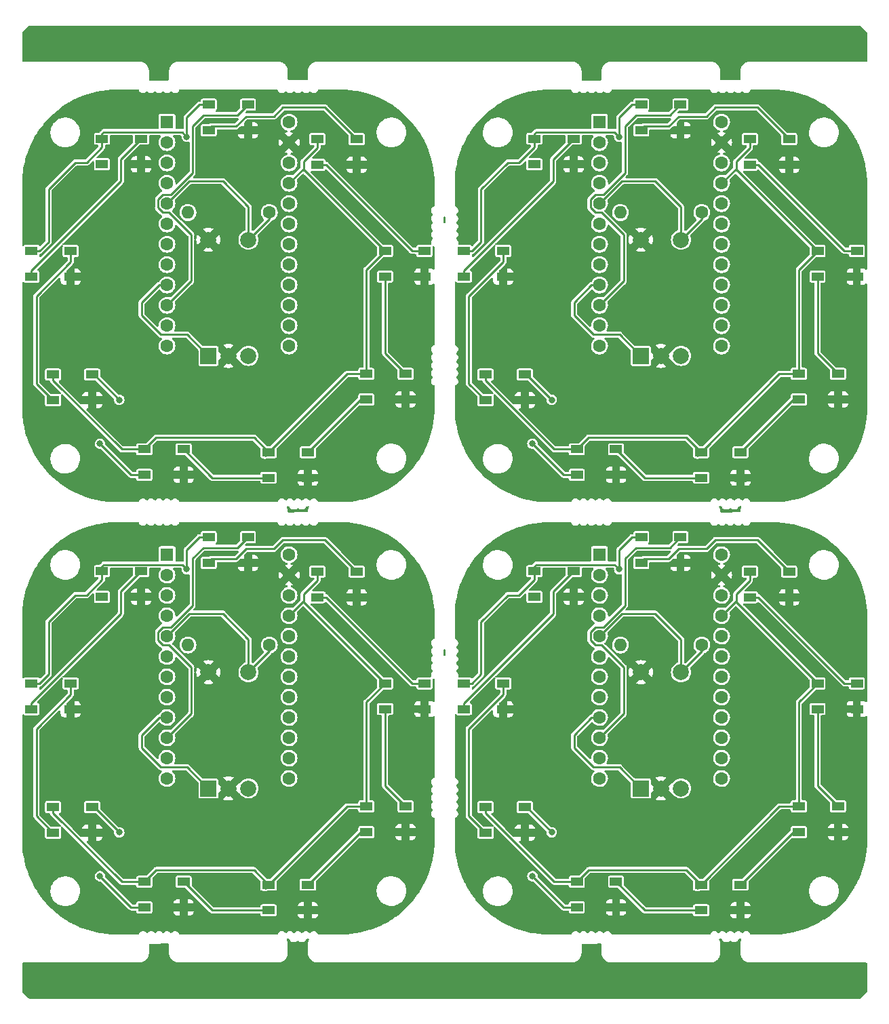
<source format=gbr>
%TF.GenerationSoftware,KiCad,Pcbnew,(6.0.0)*%
%TF.CreationDate,2022-01-01T21:56:49+01:00*%
%TF.ProjectId,VolumeKnob,566f6c75-6d65-44b6-9e6f-622e6b696361,rev?*%
%TF.SameCoordinates,Original*%
%TF.FileFunction,Copper,L1,Top*%
%TF.FilePolarity,Positive*%
%FSLAX46Y46*%
G04 Gerber Fmt 4.6, Leading zero omitted, Abs format (unit mm)*
G04 Created by KiCad (PCBNEW (6.0.0)) date 2022-01-01 21:56:49*
%MOMM*%
%LPD*%
G01*
G04 APERTURE LIST*
%TA.AperFunction,SMDPad,CuDef*%
%ADD10R,1.500000X1.000000*%
%TD*%
%TA.AperFunction,ComponentPad*%
%ADD11R,1.600000X1.600000*%
%TD*%
%TA.AperFunction,ComponentPad*%
%ADD12C,1.600000*%
%TD*%
%TA.AperFunction,ComponentPad*%
%ADD13R,2.000000X2.000000*%
%TD*%
%TA.AperFunction,ComponentPad*%
%ADD14C,2.000000*%
%TD*%
%TA.AperFunction,ComponentPad*%
%ADD15O,1.600000X1.600000*%
%TD*%
%TA.AperFunction,ViaPad*%
%ADD16C,0.800000*%
%TD*%
%TA.AperFunction,Conductor*%
%ADD17C,0.250000*%
%TD*%
G04 APERTURE END LIST*
D10*
%TO.P,D3,1,VDD*%
%TO.N,Board_0-VCC*%
X69559997Y-44389997D03*
%TO.P,D3,2,DOUT*%
%TO.N,Board_0-Net-(D3-Pad2)*%
X69559997Y-47589997D03*
%TO.P,D3,3,VSS*%
%TO.N,Board_0-GND*%
X74459997Y-47589997D03*
%TO.P,D3,4,DIN*%
%TO.N,Board_0-Net-(D2-Pad2)*%
X74459997Y-44389997D03*
%TD*%
D11*
%TO.P,U1,1,TX*%
%TO.N,Board_1-unconnected-(U1-Pad1)*%
X96330004Y-28319997D03*
D12*
%TO.P,U1,2,RX*%
%TO.N,Board_1-unconnected-(U1-Pad2)*%
X96330004Y-30859997D03*
%TO.P,U1,3,GND*%
%TO.N,Board_1-unconnected-(U1-Pad3)*%
X96330004Y-33399997D03*
%TO.P,U1,4,GND*%
%TO.N,Board_1-unconnected-(U1-Pad4)*%
X96330004Y-35939997D03*
%TO.P,U1,5,SDA*%
%TO.N,Board_1-ButtonR*%
X96330004Y-38479997D03*
%TO.P,U1,6,SCL*%
%TO.N,Board_1-unconnected-(U1-Pad6)*%
X96330004Y-41019997D03*
%TO.P,U1,7,D4*%
%TO.N,Board_1-unconnected-(U1-Pad7)*%
X96330004Y-43559997D03*
%TO.P,U1,8,C6*%
%TO.N,Board_1-C6*%
X96330004Y-46099997D03*
%TO.P,U1,9,D7*%
%TO.N,Board_1-D7*%
X96330004Y-48639997D03*
%TO.P,U1,10,E6*%
%TO.N,Board_1-DIN*%
X96330004Y-51179997D03*
%TO.P,U1,11,B4*%
%TO.N,Board_1-unconnected-(U1-Pad11)*%
X96330004Y-53719997D03*
%TO.P,U1,12,B5*%
%TO.N,Board_1-unconnected-(U1-Pad12)*%
X96330004Y-56259997D03*
%TO.P,U1,13,B6*%
%TO.N,Board_1-unconnected-(U1-Pad13)*%
X111570004Y-56259997D03*
%TO.P,U1,14,B2*%
%TO.N,Board_1-unconnected-(U1-Pad14)*%
X111570004Y-53719997D03*
%TO.P,U1,15,B3*%
%TO.N,Board_1-unconnected-(U1-Pad15)*%
X111570004Y-51179997D03*
%TO.P,U1,16,B1*%
%TO.N,Board_1-unconnected-(U1-Pad16)*%
X111570004Y-48639997D03*
%TO.P,U1,17,F7*%
%TO.N,Board_1-unconnected-(U1-Pad17)*%
X111570004Y-46099997D03*
%TO.P,U1,18,F6*%
%TO.N,Board_1-unconnected-(U1-Pad18)*%
X111570004Y-43559997D03*
%TO.P,U1,19,F5*%
%TO.N,Board_1-unconnected-(U1-Pad19)*%
X111570004Y-41019997D03*
%TO.P,U1,20,F4*%
%TO.N,Board_1-unconnected-(U1-Pad20)*%
X111570004Y-38479997D03*
%TO.P,U1,21,VCC*%
%TO.N,Board_1-VCC*%
X111570004Y-35939997D03*
%TO.P,U1,22,RST*%
%TO.N,Board_1-unconnected-(U1-Pad22)*%
X111570004Y-33399997D03*
%TO.P,U1,23,GND*%
%TO.N,Board_1-GND*%
X111570004Y-30859997D03*
%TO.P,U1,24,RAW*%
%TO.N,Board_1-unconnected-(U1-Pad24)*%
X111570004Y-28319997D03*
%TD*%
D10*
%TO.P,D8,1,VDD*%
%TO.N,Board_3-VCC*%
X79410004Y-98400003D03*
%TO.P,D8,2,DOUT*%
%TO.N,Board_3-Net-(D8-Pad2)*%
X79410004Y-101600003D03*
%TO.P,D8,3,VSS*%
%TO.N,Board_3-GND*%
X84310004Y-101600003D03*
%TO.P,D8,4,DIN*%
%TO.N,Board_3-Net-(D7-Pad2)*%
X84310004Y-98400003D03*
%TD*%
%TO.P,D4,1,VDD*%
%TO.N,Board_3-VCC*%
X121220004Y-113740003D03*
%TO.P,D4,2,DOUT*%
%TO.N,Board_3-Net-(D4-Pad2)*%
X121220004Y-116940003D03*
%TO.P,D4,3,VSS*%
%TO.N,Board_3-GND*%
X126120004Y-116940003D03*
%TO.P,D4,4,DIN*%
%TO.N,Board_3-Net-(D3-Pad2)*%
X126120004Y-113740003D03*
%TD*%
%TO.P,D1,1,VDD*%
%TO.N,Board_0-VCC*%
X47539997Y-26139997D03*
%TO.P,D1,2,DOUT*%
%TO.N,Board_0-Net-(D2-Pad4)*%
X47539997Y-29339997D03*
%TO.P,D1,3,VSS*%
%TO.N,Board_0-GND*%
X52439997Y-29339997D03*
%TO.P,D1,4,DIN*%
%TO.N,Board_0-DIN*%
X52439997Y-26139997D03*
%TD*%
%TO.P,D1,1,VDD*%
%TO.N,Board_3-VCC*%
X101540004Y-80140003D03*
%TO.P,D1,2,DOUT*%
%TO.N,Board_3-Net-(D2-Pad4)*%
X101540004Y-83340003D03*
%TO.P,D1,3,VSS*%
%TO.N,Board_3-GND*%
X106440004Y-83340003D03*
%TO.P,D1,4,DIN*%
%TO.N,Board_3-DIN*%
X106440004Y-80140003D03*
%TD*%
%TO.P,D3,1,VDD*%
%TO.N,Board_3-VCC*%
X123560004Y-98390003D03*
%TO.P,D3,2,DOUT*%
%TO.N,Board_3-Net-(D3-Pad2)*%
X123560004Y-101590003D03*
%TO.P,D3,3,VSS*%
%TO.N,Board_3-GND*%
X128460004Y-101590003D03*
%TO.P,D3,4,DIN*%
%TO.N,Board_3-Net-(D2-Pad2)*%
X128460004Y-98390003D03*
%TD*%
%TO.P,D8,1,VDD*%
%TO.N,Board_0-VCC*%
X25409997Y-44399997D03*
%TO.P,D8,2,DOUT*%
%TO.N,Board_0-Net-(D8-Pad2)*%
X25409997Y-47599997D03*
%TO.P,D8,3,VSS*%
%TO.N,Board_0-GND*%
X30309997Y-47599997D03*
%TO.P,D8,4,DIN*%
%TO.N,Board_0-Net-(D7-Pad2)*%
X30309997Y-44399997D03*
%TD*%
D11*
%TO.P,U1,1,TX*%
%TO.N,Board_2-unconnected-(U1-Pad1)*%
X42329997Y-82320003D03*
D12*
%TO.P,U1,2,RX*%
%TO.N,Board_2-unconnected-(U1-Pad2)*%
X42329997Y-84860003D03*
%TO.P,U1,3,GND*%
%TO.N,Board_2-unconnected-(U1-Pad3)*%
X42329997Y-87400003D03*
%TO.P,U1,4,GND*%
%TO.N,Board_2-unconnected-(U1-Pad4)*%
X42329997Y-89940003D03*
%TO.P,U1,5,SDA*%
%TO.N,Board_2-ButtonR*%
X42329997Y-92480003D03*
%TO.P,U1,6,SCL*%
%TO.N,Board_2-unconnected-(U1-Pad6)*%
X42329997Y-95020003D03*
%TO.P,U1,7,D4*%
%TO.N,Board_2-unconnected-(U1-Pad7)*%
X42329997Y-97560003D03*
%TO.P,U1,8,C6*%
%TO.N,Board_2-C6*%
X42329997Y-100100003D03*
%TO.P,U1,9,D7*%
%TO.N,Board_2-D7*%
X42329997Y-102640003D03*
%TO.P,U1,10,E6*%
%TO.N,Board_2-DIN*%
X42329997Y-105180003D03*
%TO.P,U1,11,B4*%
%TO.N,Board_2-unconnected-(U1-Pad11)*%
X42329997Y-107720003D03*
%TO.P,U1,12,B5*%
%TO.N,Board_2-unconnected-(U1-Pad12)*%
X42329997Y-110260003D03*
%TO.P,U1,13,B6*%
%TO.N,Board_2-unconnected-(U1-Pad13)*%
X57569997Y-110260003D03*
%TO.P,U1,14,B2*%
%TO.N,Board_2-unconnected-(U1-Pad14)*%
X57569997Y-107720003D03*
%TO.P,U1,15,B3*%
%TO.N,Board_2-unconnected-(U1-Pad15)*%
X57569997Y-105180003D03*
%TO.P,U1,16,B1*%
%TO.N,Board_2-unconnected-(U1-Pad16)*%
X57569997Y-102640003D03*
%TO.P,U1,17,F7*%
%TO.N,Board_2-unconnected-(U1-Pad17)*%
X57569997Y-100100003D03*
%TO.P,U1,18,F6*%
%TO.N,Board_2-unconnected-(U1-Pad18)*%
X57569997Y-97560003D03*
%TO.P,U1,19,F5*%
%TO.N,Board_2-unconnected-(U1-Pad19)*%
X57569997Y-95020003D03*
%TO.P,U1,20,F4*%
%TO.N,Board_2-unconnected-(U1-Pad20)*%
X57569997Y-92480003D03*
%TO.P,U1,21,VCC*%
%TO.N,Board_2-VCC*%
X57569997Y-89940003D03*
%TO.P,U1,22,RST*%
%TO.N,Board_2-unconnected-(U1-Pad22)*%
X57569997Y-87400003D03*
%TO.P,U1,23,GND*%
%TO.N,Board_2-GND*%
X57569997Y-84860003D03*
%TO.P,U1,24,RAW*%
%TO.N,Board_2-unconnected-(U1-Pad24)*%
X57569997Y-82320003D03*
%TD*%
D11*
%TO.P,U1,1,TX*%
%TO.N,Board_0-unconnected-(U1-Pad1)*%
X42329997Y-28319997D03*
D12*
%TO.P,U1,2,RX*%
%TO.N,Board_0-unconnected-(U1-Pad2)*%
X42329997Y-30859997D03*
%TO.P,U1,3,GND*%
%TO.N,Board_0-unconnected-(U1-Pad3)*%
X42329997Y-33399997D03*
%TO.P,U1,4,GND*%
%TO.N,Board_0-unconnected-(U1-Pad4)*%
X42329997Y-35939997D03*
%TO.P,U1,5,SDA*%
%TO.N,Board_0-ButtonR*%
X42329997Y-38479997D03*
%TO.P,U1,6,SCL*%
%TO.N,Board_0-unconnected-(U1-Pad6)*%
X42329997Y-41019997D03*
%TO.P,U1,7,D4*%
%TO.N,Board_0-unconnected-(U1-Pad7)*%
X42329997Y-43559997D03*
%TO.P,U1,8,C6*%
%TO.N,Board_0-C6*%
X42329997Y-46099997D03*
%TO.P,U1,9,D7*%
%TO.N,Board_0-D7*%
X42329997Y-48639997D03*
%TO.P,U1,10,E6*%
%TO.N,Board_0-DIN*%
X42329997Y-51179997D03*
%TO.P,U1,11,B4*%
%TO.N,Board_0-unconnected-(U1-Pad11)*%
X42329997Y-53719997D03*
%TO.P,U1,12,B5*%
%TO.N,Board_0-unconnected-(U1-Pad12)*%
X42329997Y-56259997D03*
%TO.P,U1,13,B6*%
%TO.N,Board_0-unconnected-(U1-Pad13)*%
X57569997Y-56259997D03*
%TO.P,U1,14,B2*%
%TO.N,Board_0-unconnected-(U1-Pad14)*%
X57569997Y-53719997D03*
%TO.P,U1,15,B3*%
%TO.N,Board_0-unconnected-(U1-Pad15)*%
X57569997Y-51179997D03*
%TO.P,U1,16,B1*%
%TO.N,Board_0-unconnected-(U1-Pad16)*%
X57569997Y-48639997D03*
%TO.P,U1,17,F7*%
%TO.N,Board_0-unconnected-(U1-Pad17)*%
X57569997Y-46099997D03*
%TO.P,U1,18,F6*%
%TO.N,Board_0-unconnected-(U1-Pad18)*%
X57569997Y-43559997D03*
%TO.P,U1,19,F5*%
%TO.N,Board_0-unconnected-(U1-Pad19)*%
X57569997Y-41019997D03*
%TO.P,U1,20,F4*%
%TO.N,Board_0-unconnected-(U1-Pad20)*%
X57569997Y-38479997D03*
%TO.P,U1,21,VCC*%
%TO.N,Board_0-VCC*%
X57569997Y-35939997D03*
%TO.P,U1,22,RST*%
%TO.N,Board_0-unconnected-(U1-Pad22)*%
X57569997Y-33399997D03*
%TO.P,U1,23,GND*%
%TO.N,Board_0-GND*%
X57569997Y-30859997D03*
%TO.P,U1,24,RAW*%
%TO.N,Board_0-unconnected-(U1-Pad24)*%
X57569997Y-28319997D03*
%TD*%
D13*
%TO.P,SW1,A,A*%
%TO.N,Board_1-D7*%
X101500004Y-57499997D03*
D14*
%TO.P,SW1,B,B*%
%TO.N,Board_1-C6*%
X106500004Y-57499997D03*
%TO.P,SW1,C,C*%
%TO.N,Board_1-GND*%
X104000004Y-57499997D03*
%TO.P,SW1,S1,S1*%
X101500004Y-42999997D03*
%TO.P,SW1,S2,S2*%
%TO.N,Board_1-ButtonR*%
X106500004Y-42999997D03*
%TD*%
D10*
%TO.P,D7,1,VDD*%
%TO.N,Board_2-VCC*%
X28099997Y-113830003D03*
%TO.P,D7,2,DOUT*%
%TO.N,Board_2-Net-(D7-Pad2)*%
X28099997Y-117030003D03*
%TO.P,D7,3,VSS*%
%TO.N,Board_2-GND*%
X32999997Y-117030003D03*
%TO.P,D7,4,DIN*%
%TO.N,Board_2-Net-(D6-Pad2)*%
X32999997Y-113830003D03*
%TD*%
%TO.P,D5,1,VDD*%
%TO.N,Board_3-VCC*%
X109020004Y-123520003D03*
%TO.P,D5,2,DOUT*%
%TO.N,Board_3-Net-(D5-Pad2)*%
X109020004Y-126720003D03*
%TO.P,D5,3,VSS*%
%TO.N,Board_3-GND*%
X113920004Y-126720003D03*
%TO.P,D5,4,DIN*%
%TO.N,Board_3-Net-(D4-Pad2)*%
X113920004Y-123520003D03*
%TD*%
%TO.P,D2,1,VDD*%
%TO.N,Board_0-VCC*%
X61109997Y-30429997D03*
%TO.P,D2,2,DOUT*%
%TO.N,Board_0-Net-(D2-Pad2)*%
X61109997Y-33629997D03*
%TO.P,D2,3,VSS*%
%TO.N,Board_0-GND*%
X66009997Y-33629997D03*
%TO.P,D2,4,DIN*%
%TO.N,Board_0-Net-(D2-Pad4)*%
X66009997Y-30429997D03*
%TD*%
%TO.P,D1,1,VDD*%
%TO.N,Board_1-VCC*%
X101540004Y-26139997D03*
%TO.P,D1,2,DOUT*%
%TO.N,Board_1-Net-(D2-Pad4)*%
X101540004Y-29339997D03*
%TO.P,D1,3,VSS*%
%TO.N,Board_1-GND*%
X106440004Y-29339997D03*
%TO.P,D1,4,DIN*%
%TO.N,Board_1-DIN*%
X106440004Y-26139997D03*
%TD*%
%TO.P,D2,1,VDD*%
%TO.N,Board_2-VCC*%
X61109997Y-84430003D03*
%TO.P,D2,2,DOUT*%
%TO.N,Board_2-Net-(D2-Pad2)*%
X61109997Y-87630003D03*
%TO.P,D2,3,VSS*%
%TO.N,Board_2-GND*%
X66009997Y-87630003D03*
%TO.P,D2,4,DIN*%
%TO.N,Board_2-Net-(D2-Pad4)*%
X66009997Y-84430003D03*
%TD*%
D13*
%TO.P,SW1,A,A*%
%TO.N,Board_2-D7*%
X47499997Y-111500003D03*
D14*
%TO.P,SW1,B,B*%
%TO.N,Board_2-C6*%
X52499997Y-111500003D03*
%TO.P,SW1,C,C*%
%TO.N,Board_2-GND*%
X49999997Y-111500003D03*
%TO.P,SW1,S1,S1*%
X47499997Y-97000003D03*
%TO.P,SW1,S2,S2*%
%TO.N,Board_2-ButtonR*%
X52499997Y-97000003D03*
%TD*%
D10*
%TO.P,D5,1,VDD*%
%TO.N,Board_2-VCC*%
X55019997Y-123520003D03*
%TO.P,D5,2,DOUT*%
%TO.N,Board_2-Net-(D5-Pad2)*%
X55019997Y-126720003D03*
%TO.P,D5,3,VSS*%
%TO.N,Board_2-GND*%
X59919997Y-126720003D03*
%TO.P,D5,4,DIN*%
%TO.N,Board_2-Net-(D4-Pad2)*%
X59919997Y-123520003D03*
%TD*%
%TO.P,D4,1,VDD*%
%TO.N,Board_0-VCC*%
X67219997Y-59739997D03*
%TO.P,D4,2,DOUT*%
%TO.N,Board_0-Net-(D4-Pad2)*%
X67219997Y-62939997D03*
%TO.P,D4,3,VSS*%
%TO.N,Board_0-GND*%
X72119997Y-62939997D03*
%TO.P,D4,4,DIN*%
%TO.N,Board_0-Net-(D3-Pad2)*%
X72119997Y-59739997D03*
%TD*%
%TO.P,D5,1,VDD*%
%TO.N,Board_0-VCC*%
X55019997Y-69519997D03*
%TO.P,D5,2,DOUT*%
%TO.N,Board_0-Net-(D5-Pad2)*%
X55019997Y-72719997D03*
%TO.P,D5,3,VSS*%
%TO.N,Board_0-GND*%
X59919997Y-72719997D03*
%TO.P,D5,4,DIN*%
%TO.N,Board_0-Net-(D4-Pad2)*%
X59919997Y-69519997D03*
%TD*%
D12*
%TO.P,R1,1*%
%TO.N,Board_3-ButtonR*%
X109110004Y-93600003D03*
D15*
%TO.P,R1,2*%
%TO.N,Board_3-VCC*%
X98950004Y-93600003D03*
%TD*%
D13*
%TO.P,SW1,A,A*%
%TO.N,Board_0-D7*%
X47499997Y-57499997D03*
D14*
%TO.P,SW1,B,B*%
%TO.N,Board_0-C6*%
X52499997Y-57499997D03*
%TO.P,SW1,C,C*%
%TO.N,Board_0-GND*%
X49999997Y-57499997D03*
%TO.P,SW1,S1,S1*%
X47499997Y-42999997D03*
%TO.P,SW1,S2,S2*%
%TO.N,Board_0-ButtonR*%
X52499997Y-42999997D03*
%TD*%
D10*
%TO.P,D3,1,VDD*%
%TO.N,Board_2-VCC*%
X69559997Y-98390003D03*
%TO.P,D3,2,DOUT*%
%TO.N,Board_2-Net-(D3-Pad2)*%
X69559997Y-101590003D03*
%TO.P,D3,3,VSS*%
%TO.N,Board_2-GND*%
X74459997Y-101590003D03*
%TO.P,D3,4,DIN*%
%TO.N,Board_2-Net-(D2-Pad2)*%
X74459997Y-98390003D03*
%TD*%
%TO.P,D9,1,VDD*%
%TO.N,Board_1-VCC*%
X88210004Y-30389997D03*
%TO.P,D9,2,DOUT*%
%TO.N,Board_1-unconnected-(D9-Pad2)*%
X88210004Y-33589997D03*
%TO.P,D9,3,VSS*%
%TO.N,Board_1-GND*%
X93110004Y-33589997D03*
%TO.P,D9,4,DIN*%
%TO.N,Board_1-Net-(D8-Pad2)*%
X93110004Y-30389997D03*
%TD*%
%TO.P,D6,1,VDD*%
%TO.N,Board_3-VCC*%
X93500004Y-123160003D03*
%TO.P,D6,2,DOUT*%
%TO.N,Board_3-Net-(D6-Pad2)*%
X93500004Y-126360003D03*
%TO.P,D6,3,VSS*%
%TO.N,Board_3-GND*%
X98400004Y-126360003D03*
%TO.P,D6,4,DIN*%
%TO.N,Board_3-Net-(D5-Pad2)*%
X98400004Y-123160003D03*
%TD*%
%TO.P,D4,1,VDD*%
%TO.N,Board_1-VCC*%
X121220004Y-59739997D03*
%TO.P,D4,2,DOUT*%
%TO.N,Board_1-Net-(D4-Pad2)*%
X121220004Y-62939997D03*
%TO.P,D4,3,VSS*%
%TO.N,Board_1-GND*%
X126120004Y-62939997D03*
%TO.P,D4,4,DIN*%
%TO.N,Board_1-Net-(D3-Pad2)*%
X126120004Y-59739997D03*
%TD*%
%TO.P,D9,1,VDD*%
%TO.N,Board_2-VCC*%
X34209997Y-84390003D03*
%TO.P,D9,2,DOUT*%
%TO.N,Board_2-unconnected-(D9-Pad2)*%
X34209997Y-87590003D03*
%TO.P,D9,3,VSS*%
%TO.N,Board_2-GND*%
X39109997Y-87590003D03*
%TO.P,D9,4,DIN*%
%TO.N,Board_2-Net-(D8-Pad2)*%
X39109997Y-84390003D03*
%TD*%
%TO.P,D9,1,VDD*%
%TO.N,Board_0-VCC*%
X34209997Y-30389997D03*
%TO.P,D9,2,DOUT*%
%TO.N,Board_0-unconnected-(D9-Pad2)*%
X34209997Y-33589997D03*
%TO.P,D9,3,VSS*%
%TO.N,Board_0-GND*%
X39109997Y-33589997D03*
%TO.P,D9,4,DIN*%
%TO.N,Board_0-Net-(D8-Pad2)*%
X39109997Y-30389997D03*
%TD*%
%TO.P,D8,1,VDD*%
%TO.N,Board_2-VCC*%
X25409997Y-98400003D03*
%TO.P,D8,2,DOUT*%
%TO.N,Board_2-Net-(D8-Pad2)*%
X25409997Y-101600003D03*
%TO.P,D8,3,VSS*%
%TO.N,Board_2-GND*%
X30309997Y-101600003D03*
%TO.P,D8,4,DIN*%
%TO.N,Board_2-Net-(D7-Pad2)*%
X30309997Y-98400003D03*
%TD*%
%TO.P,D4,1,VDD*%
%TO.N,Board_2-VCC*%
X67219997Y-113740003D03*
%TO.P,D4,2,DOUT*%
%TO.N,Board_2-Net-(D4-Pad2)*%
X67219997Y-116940003D03*
%TO.P,D4,3,VSS*%
%TO.N,Board_2-GND*%
X72119997Y-116940003D03*
%TO.P,D4,4,DIN*%
%TO.N,Board_2-Net-(D3-Pad2)*%
X72119997Y-113740003D03*
%TD*%
%TO.P,D6,1,VDD*%
%TO.N,Board_0-VCC*%
X39499997Y-69159997D03*
%TO.P,D6,2,DOUT*%
%TO.N,Board_0-Net-(D6-Pad2)*%
X39499997Y-72359997D03*
%TO.P,D6,3,VSS*%
%TO.N,Board_0-GND*%
X44399997Y-72359997D03*
%TO.P,D6,4,DIN*%
%TO.N,Board_0-Net-(D5-Pad2)*%
X44399997Y-69159997D03*
%TD*%
%TO.P,D7,1,VDD*%
%TO.N,Board_3-VCC*%
X82100004Y-113830003D03*
%TO.P,D7,2,DOUT*%
%TO.N,Board_3-Net-(D7-Pad2)*%
X82100004Y-117030003D03*
%TO.P,D7,3,VSS*%
%TO.N,Board_3-GND*%
X87000004Y-117030003D03*
%TO.P,D7,4,DIN*%
%TO.N,Board_3-Net-(D6-Pad2)*%
X87000004Y-113830003D03*
%TD*%
%TO.P,D7,1,VDD*%
%TO.N,Board_1-VCC*%
X82100004Y-59829997D03*
%TO.P,D7,2,DOUT*%
%TO.N,Board_1-Net-(D7-Pad2)*%
X82100004Y-63029997D03*
%TO.P,D7,3,VSS*%
%TO.N,Board_1-GND*%
X87000004Y-63029997D03*
%TO.P,D7,4,DIN*%
%TO.N,Board_1-Net-(D6-Pad2)*%
X87000004Y-59829997D03*
%TD*%
%TO.P,D5,1,VDD*%
%TO.N,Board_1-VCC*%
X109020004Y-69519997D03*
%TO.P,D5,2,DOUT*%
%TO.N,Board_1-Net-(D5-Pad2)*%
X109020004Y-72719997D03*
%TO.P,D5,3,VSS*%
%TO.N,Board_1-GND*%
X113920004Y-72719997D03*
%TO.P,D5,4,DIN*%
%TO.N,Board_1-Net-(D4-Pad2)*%
X113920004Y-69519997D03*
%TD*%
%TO.P,D1,1,VDD*%
%TO.N,Board_2-VCC*%
X47539997Y-80140003D03*
%TO.P,D1,2,DOUT*%
%TO.N,Board_2-Net-(D2-Pad4)*%
X47539997Y-83340003D03*
%TO.P,D1,3,VSS*%
%TO.N,Board_2-GND*%
X52439997Y-83340003D03*
%TO.P,D1,4,DIN*%
%TO.N,Board_2-DIN*%
X52439997Y-80140003D03*
%TD*%
%TO.P,D9,1,VDD*%
%TO.N,Board_3-VCC*%
X88210004Y-84390003D03*
%TO.P,D9,2,DOUT*%
%TO.N,Board_3-unconnected-(D9-Pad2)*%
X88210004Y-87590003D03*
%TO.P,D9,3,VSS*%
%TO.N,Board_3-GND*%
X93110004Y-87590003D03*
%TO.P,D9,4,DIN*%
%TO.N,Board_3-Net-(D8-Pad2)*%
X93110004Y-84390003D03*
%TD*%
%TO.P,D3,1,VDD*%
%TO.N,Board_1-VCC*%
X123560004Y-44389997D03*
%TO.P,D3,2,DOUT*%
%TO.N,Board_1-Net-(D3-Pad2)*%
X123560004Y-47589997D03*
%TO.P,D3,3,VSS*%
%TO.N,Board_1-GND*%
X128460004Y-47589997D03*
%TO.P,D3,4,DIN*%
%TO.N,Board_1-Net-(D2-Pad2)*%
X128460004Y-44389997D03*
%TD*%
D12*
%TO.P,R1,1*%
%TO.N,Board_0-ButtonR*%
X55109997Y-39599997D03*
D15*
%TO.P,R1,2*%
%TO.N,Board_0-VCC*%
X44949997Y-39599997D03*
%TD*%
D10*
%TO.P,D2,1,VDD*%
%TO.N,Board_3-VCC*%
X115110004Y-84430003D03*
%TO.P,D2,2,DOUT*%
%TO.N,Board_3-Net-(D2-Pad2)*%
X115110004Y-87630003D03*
%TO.P,D2,3,VSS*%
%TO.N,Board_3-GND*%
X120010004Y-87630003D03*
%TO.P,D2,4,DIN*%
%TO.N,Board_3-Net-(D2-Pad4)*%
X120010004Y-84430003D03*
%TD*%
%TO.P,D7,1,VDD*%
%TO.N,Board_0-VCC*%
X28099997Y-59829997D03*
%TO.P,D7,2,DOUT*%
%TO.N,Board_0-Net-(D7-Pad2)*%
X28099997Y-63029997D03*
%TO.P,D7,3,VSS*%
%TO.N,Board_0-GND*%
X32999997Y-63029997D03*
%TO.P,D7,4,DIN*%
%TO.N,Board_0-Net-(D6-Pad2)*%
X32999997Y-59829997D03*
%TD*%
D13*
%TO.P,SW1,A,A*%
%TO.N,Board_3-D7*%
X101500004Y-111500003D03*
D14*
%TO.P,SW1,B,B*%
%TO.N,Board_3-C6*%
X106500004Y-111500003D03*
%TO.P,SW1,C,C*%
%TO.N,Board_3-GND*%
X104000004Y-111500003D03*
%TO.P,SW1,S1,S1*%
X101500004Y-97000003D03*
%TO.P,SW1,S2,S2*%
%TO.N,Board_3-ButtonR*%
X106500004Y-97000003D03*
%TD*%
D10*
%TO.P,D8,1,VDD*%
%TO.N,Board_1-VCC*%
X79410004Y-44399997D03*
%TO.P,D8,2,DOUT*%
%TO.N,Board_1-Net-(D8-Pad2)*%
X79410004Y-47599997D03*
%TO.P,D8,3,VSS*%
%TO.N,Board_1-GND*%
X84310004Y-47599997D03*
%TO.P,D8,4,DIN*%
%TO.N,Board_1-Net-(D7-Pad2)*%
X84310004Y-44399997D03*
%TD*%
D12*
%TO.P,R1,1*%
%TO.N,Board_2-ButtonR*%
X55109997Y-93600003D03*
D15*
%TO.P,R1,2*%
%TO.N,Board_2-VCC*%
X44949997Y-93600003D03*
%TD*%
D10*
%TO.P,D6,1,VDD*%
%TO.N,Board_1-VCC*%
X93500004Y-69159997D03*
%TO.P,D6,2,DOUT*%
%TO.N,Board_1-Net-(D6-Pad2)*%
X93500004Y-72359997D03*
%TO.P,D6,3,VSS*%
%TO.N,Board_1-GND*%
X98400004Y-72359997D03*
%TO.P,D6,4,DIN*%
%TO.N,Board_1-Net-(D5-Pad2)*%
X98400004Y-69159997D03*
%TD*%
D12*
%TO.P,R1,1*%
%TO.N,Board_1-ButtonR*%
X109110004Y-39599997D03*
D15*
%TO.P,R1,2*%
%TO.N,Board_1-VCC*%
X98950004Y-39599997D03*
%TD*%
D11*
%TO.P,U1,1,TX*%
%TO.N,Board_3-unconnected-(U1-Pad1)*%
X96330004Y-82320003D03*
D12*
%TO.P,U1,2,RX*%
%TO.N,Board_3-unconnected-(U1-Pad2)*%
X96330004Y-84860003D03*
%TO.P,U1,3,GND*%
%TO.N,Board_3-unconnected-(U1-Pad3)*%
X96330004Y-87400003D03*
%TO.P,U1,4,GND*%
%TO.N,Board_3-unconnected-(U1-Pad4)*%
X96330004Y-89940003D03*
%TO.P,U1,5,SDA*%
%TO.N,Board_3-ButtonR*%
X96330004Y-92480003D03*
%TO.P,U1,6,SCL*%
%TO.N,Board_3-unconnected-(U1-Pad6)*%
X96330004Y-95020003D03*
%TO.P,U1,7,D4*%
%TO.N,Board_3-unconnected-(U1-Pad7)*%
X96330004Y-97560003D03*
%TO.P,U1,8,C6*%
%TO.N,Board_3-C6*%
X96330004Y-100100003D03*
%TO.P,U1,9,D7*%
%TO.N,Board_3-D7*%
X96330004Y-102640003D03*
%TO.P,U1,10,E6*%
%TO.N,Board_3-DIN*%
X96330004Y-105180003D03*
%TO.P,U1,11,B4*%
%TO.N,Board_3-unconnected-(U1-Pad11)*%
X96330004Y-107720003D03*
%TO.P,U1,12,B5*%
%TO.N,Board_3-unconnected-(U1-Pad12)*%
X96330004Y-110260003D03*
%TO.P,U1,13,B6*%
%TO.N,Board_3-unconnected-(U1-Pad13)*%
X111570004Y-110260003D03*
%TO.P,U1,14,B2*%
%TO.N,Board_3-unconnected-(U1-Pad14)*%
X111570004Y-107720003D03*
%TO.P,U1,15,B3*%
%TO.N,Board_3-unconnected-(U1-Pad15)*%
X111570004Y-105180003D03*
%TO.P,U1,16,B1*%
%TO.N,Board_3-unconnected-(U1-Pad16)*%
X111570004Y-102640003D03*
%TO.P,U1,17,F7*%
%TO.N,Board_3-unconnected-(U1-Pad17)*%
X111570004Y-100100003D03*
%TO.P,U1,18,F6*%
%TO.N,Board_3-unconnected-(U1-Pad18)*%
X111570004Y-97560003D03*
%TO.P,U1,19,F5*%
%TO.N,Board_3-unconnected-(U1-Pad19)*%
X111570004Y-95020003D03*
%TO.P,U1,20,F4*%
%TO.N,Board_3-unconnected-(U1-Pad20)*%
X111570004Y-92480003D03*
%TO.P,U1,21,VCC*%
%TO.N,Board_3-VCC*%
X111570004Y-89940003D03*
%TO.P,U1,22,RST*%
%TO.N,Board_3-unconnected-(U1-Pad22)*%
X111570004Y-87400003D03*
%TO.P,U1,23,GND*%
%TO.N,Board_3-GND*%
X111570004Y-84860003D03*
%TO.P,U1,24,RAW*%
%TO.N,Board_3-unconnected-(U1-Pad24)*%
X111570004Y-82320003D03*
%TD*%
D10*
%TO.P,D2,1,VDD*%
%TO.N,Board_1-VCC*%
X115110004Y-30429997D03*
%TO.P,D2,2,DOUT*%
%TO.N,Board_1-Net-(D2-Pad2)*%
X115110004Y-33629997D03*
%TO.P,D2,3,VSS*%
%TO.N,Board_1-GND*%
X120010004Y-33629997D03*
%TO.P,D2,4,DIN*%
%TO.N,Board_1-Net-(D2-Pad4)*%
X120010004Y-30429997D03*
%TD*%
%TO.P,D6,1,VDD*%
%TO.N,Board_2-VCC*%
X39499997Y-123160003D03*
%TO.P,D6,2,DOUT*%
%TO.N,Board_2-Net-(D6-Pad2)*%
X39499997Y-126360003D03*
%TO.P,D6,3,VSS*%
%TO.N,Board_2-GND*%
X44399997Y-126360003D03*
%TO.P,D6,4,DIN*%
%TO.N,Board_2-Net-(D5-Pad2)*%
X44399997Y-123160003D03*
%TD*%
D16*
%TO.N,Board_3-VCC*%
X98800004Y-84140003D03*
%TO.N,Board_3-Net-(D6-Pad2)*%
X87960004Y-122460003D03*
X90370004Y-116990003D03*
%TO.N,Board_3-GND*%
X84530004Y-90930003D03*
X125420004Y-107540003D03*
%TO.N,Board_2-VCC*%
X44799997Y-84140003D03*
%TO.N,Board_2-Net-(D6-Pad2)*%
X33959997Y-122460003D03*
X36369997Y-116990003D03*
%TO.N,Board_2-GND*%
X30529997Y-90930003D03*
X71419997Y-107540003D03*
%TO.N,Board_1-VCC*%
X98800004Y-30139997D03*
%TO.N,Board_1-Net-(D6-Pad2)*%
X87960004Y-68459997D03*
X90370004Y-62989997D03*
%TO.N,Board_1-GND*%
X84530004Y-36929997D03*
X125420004Y-53539997D03*
%TO.N,Board_0-VCC*%
X44799997Y-30139997D03*
%TO.N,Board_0-Net-(D6-Pad2)*%
X33959997Y-68459997D03*
X36369997Y-62989997D03*
%TO.N,Board_0-GND*%
X30529997Y-36929997D03*
X71419997Y-53539997D03*
%TD*%
D17*
%TO.N,Board_3-unconnected-(U1-Pad22)*%
X111210004Y-87650003D02*
X111420004Y-87650003D01*
%TO.N,Board_3-VCC*%
X107190004Y-121690003D02*
X94970004Y-121690003D01*
X86280004Y-87370003D02*
X88210004Y-85440003D01*
X88210004Y-83790003D02*
X88435005Y-83565002D01*
X115110004Y-85525005D02*
X113390004Y-87245005D01*
X113390004Y-87245005D02*
X113390004Y-88120003D01*
X94970004Y-121690003D02*
X93500004Y-123160003D01*
X121220004Y-100730003D02*
X121220004Y-113740003D01*
X84857002Y-87370003D02*
X86280004Y-87370003D01*
X82100004Y-114580003D02*
X82100004Y-113830003D01*
X113390004Y-88120003D02*
X111570004Y-89940003D01*
X118800004Y-113740003D02*
X109020004Y-123520003D01*
X113390004Y-88220003D02*
X123560004Y-98390003D01*
X109020004Y-123520003D02*
X108555003Y-123985004D01*
X98800004Y-84140003D02*
X98800004Y-81720003D01*
X123560004Y-98390003D02*
X121220004Y-100730003D01*
X81540004Y-90687001D02*
X84857002Y-87370003D01*
X80410004Y-98400003D02*
X81540004Y-97270003D01*
X115110004Y-84430003D02*
X115110004Y-85525005D01*
X98225003Y-83565002D02*
X98800004Y-84140003D01*
X88210004Y-84390003D02*
X88210004Y-83790003D01*
X109020004Y-123520003D02*
X107190004Y-121690003D01*
X90680004Y-123160003D02*
X82100004Y-114580003D01*
X88435005Y-83565002D02*
X98225003Y-83565002D01*
X113390004Y-88120003D02*
X113390004Y-88220003D01*
X79410004Y-98400003D02*
X80410004Y-98400003D01*
X88210004Y-85440003D02*
X88210004Y-84390003D01*
X93500004Y-123160003D02*
X90680004Y-123160003D01*
X100380004Y-80140003D02*
X101540004Y-80140003D01*
X98800004Y-81720003D02*
X100380004Y-80140003D01*
X121220004Y-113740003D02*
X118800004Y-113740003D01*
X81540004Y-97270003D02*
X81540004Y-90687001D01*
%TO.N,Board_3-Net-(D8-Pad2)*%
X79410004Y-100850003D02*
X90560004Y-89700003D01*
X90560004Y-89700003D02*
X90560004Y-86940003D01*
X90560004Y-86940003D02*
X93110004Y-84390003D01*
X79410004Y-101600003D02*
X79410004Y-100850003D01*
%TO.N,Board_3-Net-(D7-Pad2)*%
X82100004Y-117030003D02*
X80020004Y-114950003D01*
X80020004Y-114950003D02*
X80020004Y-104055001D01*
X80020004Y-104055001D02*
X84310004Y-99765001D01*
X84310004Y-99765001D02*
X84310004Y-98400003D01*
%TO.N,Board_3-Net-(D6-Pad2)*%
X87210004Y-113830003D02*
X87000004Y-113830003D01*
X90370004Y-116990003D02*
X87210004Y-113830003D01*
X91860004Y-126360003D02*
X87960004Y-122460003D01*
X93500004Y-126360003D02*
X91860004Y-126360003D01*
%TO.N,Board_3-Net-(D5-Pad2)*%
X109020004Y-126720003D02*
X101960004Y-126720003D01*
X101960004Y-126720003D02*
X98400004Y-123160003D01*
%TO.N,Board_3-Net-(D4-Pad2)*%
X121220004Y-116940003D02*
X120500004Y-116940003D01*
X120500004Y-116940003D02*
X113920004Y-123520003D01*
%TO.N,Board_3-Net-(D3-Pad2)*%
X123560004Y-101590003D02*
X123560004Y-111180003D01*
X123560004Y-111180003D02*
X126120004Y-113740003D01*
%TO.N,Board_3-Net-(D2-Pad4)*%
X110805003Y-80475004D02*
X116055005Y-80475004D01*
X109680004Y-81600003D02*
X110805003Y-80475004D01*
X101800004Y-82850003D02*
X104950004Y-82850003D01*
X106200004Y-81600003D02*
X109680004Y-81600003D01*
X104950004Y-82850003D02*
X106200004Y-81600003D01*
X116055005Y-80475004D02*
X120010004Y-84430003D01*
%TO.N,Board_3-Net-(D2-Pad2)*%
X116170004Y-87630003D02*
X126930004Y-98390003D01*
X126930004Y-98390003D02*
X128460004Y-98390003D01*
X115110004Y-87630003D02*
X116170004Y-87630003D01*
%TO.N,Board_3-DIN*%
X99360004Y-102150003D02*
X99360004Y-96385001D01*
X99525005Y-82785002D02*
X100870004Y-81440003D01*
X105140004Y-81440003D02*
X106440004Y-80140003D01*
X96580007Y-93605004D02*
X95790003Y-93605004D01*
X99360004Y-96385001D02*
X96580007Y-93605004D01*
X95790003Y-93605004D02*
X95205003Y-93020004D01*
X100870004Y-81440003D02*
X105140004Y-81440003D01*
X95205003Y-93020004D02*
X95205003Y-91940002D01*
X96818595Y-91355002D02*
X99525005Y-88648592D01*
X95790003Y-91355002D02*
X96818595Y-91355002D01*
X95205003Y-91940002D02*
X95790003Y-91355002D01*
X99525005Y-88648592D02*
X99525005Y-82785002D01*
X96330004Y-105180003D02*
X99360004Y-102150003D01*
%TO.N,Board_3-D7*%
X98845005Y-108845004D02*
X95570003Y-108845004D01*
X93170004Y-106445005D02*
X93170004Y-104820003D01*
X101500004Y-111500003D02*
X98845005Y-108845004D01*
X95570003Y-108845004D02*
X93170004Y-106445005D01*
X96180004Y-102890003D02*
X96180004Y-102885001D01*
X95350004Y-102640003D02*
X96330004Y-102640003D01*
X93170004Y-104820003D02*
X95350004Y-102640003D01*
%TO.N,Board_3-ButtonR*%
X103310004Y-89680003D02*
X106500004Y-92870003D01*
X109110004Y-94390003D02*
X109110004Y-93600003D01*
X106500004Y-92870003D02*
X106500004Y-97000003D01*
X99130004Y-89680003D02*
X103310004Y-89680003D01*
X106500004Y-97000003D02*
X109110004Y-94390003D01*
X96330004Y-92480003D02*
X99130004Y-89680003D01*
%TO.N,Board_2-unconnected-(U1-Pad22)*%
X57209997Y-87650003D02*
X57419997Y-87650003D01*
%TO.N,Board_2-VCC*%
X53189997Y-121690003D02*
X40969997Y-121690003D01*
X32279997Y-87370003D02*
X34209997Y-85440003D01*
X34209997Y-83790003D02*
X34434998Y-83565002D01*
X61109997Y-85525005D02*
X59389997Y-87245005D01*
X59389997Y-87245005D02*
X59389997Y-88120003D01*
X40969997Y-121690003D02*
X39499997Y-123160003D01*
X67219997Y-100730003D02*
X67219997Y-113740003D01*
X30856995Y-87370003D02*
X32279997Y-87370003D01*
X28099997Y-114580003D02*
X28099997Y-113830003D01*
X59389997Y-88120003D02*
X57569997Y-89940003D01*
X64799997Y-113740003D02*
X55019997Y-123520003D01*
X59389997Y-88220003D02*
X69559997Y-98390003D01*
X55019997Y-123520003D02*
X54554996Y-123985004D01*
X44799997Y-84140003D02*
X44799997Y-81720003D01*
X69559997Y-98390003D02*
X67219997Y-100730003D01*
X27539997Y-90687001D02*
X30856995Y-87370003D01*
X26409997Y-98400003D02*
X27539997Y-97270003D01*
X61109997Y-84430003D02*
X61109997Y-85525005D01*
X44224996Y-83565002D02*
X44799997Y-84140003D01*
X34209997Y-84390003D02*
X34209997Y-83790003D01*
X55019997Y-123520003D02*
X53189997Y-121690003D01*
X36679997Y-123160003D02*
X28099997Y-114580003D01*
X34434998Y-83565002D02*
X44224996Y-83565002D01*
X59389997Y-88120003D02*
X59389997Y-88220003D01*
X25409997Y-98400003D02*
X26409997Y-98400003D01*
X34209997Y-85440003D02*
X34209997Y-84390003D01*
X39499997Y-123160003D02*
X36679997Y-123160003D01*
X46379997Y-80140003D02*
X47539997Y-80140003D01*
X44799997Y-81720003D02*
X46379997Y-80140003D01*
X67219997Y-113740003D02*
X64799997Y-113740003D01*
X27539997Y-97270003D02*
X27539997Y-90687001D01*
%TO.N,Board_2-Net-(D8-Pad2)*%
X25409997Y-100850003D02*
X36559997Y-89700003D01*
X36559997Y-89700003D02*
X36559997Y-86940003D01*
X36559997Y-86940003D02*
X39109997Y-84390003D01*
X25409997Y-101600003D02*
X25409997Y-100850003D01*
%TO.N,Board_2-Net-(D7-Pad2)*%
X28099997Y-117030003D02*
X26019997Y-114950003D01*
X26019997Y-114950003D02*
X26019997Y-104055001D01*
X26019997Y-104055001D02*
X30309997Y-99765001D01*
X30309997Y-99765001D02*
X30309997Y-98400003D01*
%TO.N,Board_2-Net-(D6-Pad2)*%
X33209997Y-113830003D02*
X32999997Y-113830003D01*
X36369997Y-116990003D02*
X33209997Y-113830003D01*
X37859997Y-126360003D02*
X33959997Y-122460003D01*
X39499997Y-126360003D02*
X37859997Y-126360003D01*
%TO.N,Board_2-Net-(D5-Pad2)*%
X55019997Y-126720003D02*
X47959997Y-126720003D01*
X47959997Y-126720003D02*
X44399997Y-123160003D01*
%TO.N,Board_2-Net-(D4-Pad2)*%
X67219997Y-116940003D02*
X66499997Y-116940003D01*
X66499997Y-116940003D02*
X59919997Y-123520003D01*
%TO.N,Board_2-Net-(D3-Pad2)*%
X69559997Y-101590003D02*
X69559997Y-111180003D01*
X69559997Y-111180003D02*
X72119997Y-113740003D01*
%TO.N,Board_2-Net-(D2-Pad4)*%
X56804996Y-80475004D02*
X62054998Y-80475004D01*
X55679997Y-81600003D02*
X56804996Y-80475004D01*
X47799997Y-82850003D02*
X50949997Y-82850003D01*
X52199997Y-81600003D02*
X55679997Y-81600003D01*
X50949997Y-82850003D02*
X52199997Y-81600003D01*
X62054998Y-80475004D02*
X66009997Y-84430003D01*
%TO.N,Board_2-Net-(D2-Pad2)*%
X62169997Y-87630003D02*
X72929997Y-98390003D01*
X72929997Y-98390003D02*
X74459997Y-98390003D01*
X61109997Y-87630003D02*
X62169997Y-87630003D01*
%TO.N,Board_2-DIN*%
X45359997Y-102150003D02*
X45359997Y-96385001D01*
X45524998Y-82785002D02*
X46869997Y-81440003D01*
X51139997Y-81440003D02*
X52439997Y-80140003D01*
X42580000Y-93605004D02*
X41789996Y-93605004D01*
X45359997Y-96385001D02*
X42580000Y-93605004D01*
X41789996Y-93605004D02*
X41204996Y-93020004D01*
X46869997Y-81440003D02*
X51139997Y-81440003D01*
X41204996Y-93020004D02*
X41204996Y-91940002D01*
X42818588Y-91355002D02*
X45524998Y-88648592D01*
X41789996Y-91355002D02*
X42818588Y-91355002D01*
X41204996Y-91940002D02*
X41789996Y-91355002D01*
X45524998Y-88648592D02*
X45524998Y-82785002D01*
X42329997Y-105180003D02*
X45359997Y-102150003D01*
%TO.N,Board_2-D7*%
X44844998Y-108845004D02*
X41569996Y-108845004D01*
X39169997Y-106445005D02*
X39169997Y-104820003D01*
X47499997Y-111500003D02*
X44844998Y-108845004D01*
X41569996Y-108845004D02*
X39169997Y-106445005D01*
X42179997Y-102890003D02*
X42179997Y-102885001D01*
X41349997Y-102640003D02*
X42329997Y-102640003D01*
X39169997Y-104820003D02*
X41349997Y-102640003D01*
%TO.N,Board_2-ButtonR*%
X49309997Y-89680003D02*
X52499997Y-92870003D01*
X55109997Y-94390003D02*
X55109997Y-93600003D01*
X52499997Y-92870003D02*
X52499997Y-97000003D01*
X45129997Y-89680003D02*
X49309997Y-89680003D01*
X52499997Y-97000003D02*
X55109997Y-94390003D01*
X42329997Y-92480003D02*
X45129997Y-89680003D01*
%TO.N,Board_1-unconnected-(U1-Pad22)*%
X111210004Y-33649997D02*
X111420004Y-33649997D01*
%TO.N,Board_1-VCC*%
X107190004Y-67689997D02*
X94970004Y-67689997D01*
X86280004Y-33369997D02*
X88210004Y-31439997D01*
X88210004Y-29789997D02*
X88435005Y-29564996D01*
X115110004Y-31524999D02*
X113390004Y-33244999D01*
X113390004Y-33244999D02*
X113390004Y-34119997D01*
X94970004Y-67689997D02*
X93500004Y-69159997D01*
X121220004Y-46729997D02*
X121220004Y-59739997D01*
X84857002Y-33369997D02*
X86280004Y-33369997D01*
X82100004Y-60579997D02*
X82100004Y-59829997D01*
X113390004Y-34119997D02*
X111570004Y-35939997D01*
X118800004Y-59739997D02*
X109020004Y-69519997D01*
X113390004Y-34219997D02*
X123560004Y-44389997D01*
X109020004Y-69519997D02*
X108555003Y-69984998D01*
X98800004Y-30139997D02*
X98800004Y-27719997D01*
X123560004Y-44389997D02*
X121220004Y-46729997D01*
X81540004Y-36686995D02*
X84857002Y-33369997D01*
X80410004Y-44399997D02*
X81540004Y-43269997D01*
X115110004Y-30429997D02*
X115110004Y-31524999D01*
X98225003Y-29564996D02*
X98800004Y-30139997D01*
X88210004Y-30389997D02*
X88210004Y-29789997D01*
X109020004Y-69519997D02*
X107190004Y-67689997D01*
X90680004Y-69159997D02*
X82100004Y-60579997D01*
X88435005Y-29564996D02*
X98225003Y-29564996D01*
X113390004Y-34119997D02*
X113390004Y-34219997D01*
X79410004Y-44399997D02*
X80410004Y-44399997D01*
X88210004Y-31439997D02*
X88210004Y-30389997D01*
X93500004Y-69159997D02*
X90680004Y-69159997D01*
X100380004Y-26139997D02*
X101540004Y-26139997D01*
X98800004Y-27719997D02*
X100380004Y-26139997D01*
X121220004Y-59739997D02*
X118800004Y-59739997D01*
X81540004Y-43269997D02*
X81540004Y-36686995D01*
%TO.N,Board_1-Net-(D8-Pad2)*%
X79410004Y-46849997D02*
X90560004Y-35699997D01*
X90560004Y-35699997D02*
X90560004Y-32939997D01*
X90560004Y-32939997D02*
X93110004Y-30389997D01*
X79410004Y-47599997D02*
X79410004Y-46849997D01*
%TO.N,Board_1-Net-(D7-Pad2)*%
X82100004Y-63029997D02*
X80020004Y-60949997D01*
X80020004Y-60949997D02*
X80020004Y-50054995D01*
X80020004Y-50054995D02*
X84310004Y-45764995D01*
X84310004Y-45764995D02*
X84310004Y-44399997D01*
%TO.N,Board_1-Net-(D6-Pad2)*%
X87210004Y-59829997D02*
X87000004Y-59829997D01*
X90370004Y-62989997D02*
X87210004Y-59829997D01*
X91860004Y-72359997D02*
X87960004Y-68459997D01*
X93500004Y-72359997D02*
X91860004Y-72359997D01*
%TO.N,Board_1-Net-(D5-Pad2)*%
X109020004Y-72719997D02*
X101960004Y-72719997D01*
X101960004Y-72719997D02*
X98400004Y-69159997D01*
%TO.N,Board_1-Net-(D4-Pad2)*%
X121220004Y-62939997D02*
X120500004Y-62939997D01*
X120500004Y-62939997D02*
X113920004Y-69519997D01*
%TO.N,Board_1-Net-(D3-Pad2)*%
X123560004Y-47589997D02*
X123560004Y-57179997D01*
X123560004Y-57179997D02*
X126120004Y-59739997D01*
%TO.N,Board_1-Net-(D2-Pad4)*%
X110805003Y-26474998D02*
X116055005Y-26474998D01*
X109680004Y-27599997D02*
X110805003Y-26474998D01*
X101800004Y-28849997D02*
X104950004Y-28849997D01*
X106200004Y-27599997D02*
X109680004Y-27599997D01*
X104950004Y-28849997D02*
X106200004Y-27599997D01*
X116055005Y-26474998D02*
X120010004Y-30429997D01*
%TO.N,Board_1-Net-(D2-Pad2)*%
X116170004Y-33629997D02*
X126930004Y-44389997D01*
X126930004Y-44389997D02*
X128460004Y-44389997D01*
X115110004Y-33629997D02*
X116170004Y-33629997D01*
%TO.N,Board_1-DIN*%
X99360004Y-48149997D02*
X99360004Y-42384995D01*
X99525005Y-28784996D02*
X100870004Y-27439997D01*
X105140004Y-27439997D02*
X106440004Y-26139997D01*
X96580007Y-39604998D02*
X95790003Y-39604998D01*
X99360004Y-42384995D02*
X96580007Y-39604998D01*
X95790003Y-39604998D02*
X95205003Y-39019998D01*
X100870004Y-27439997D02*
X105140004Y-27439997D01*
X95205003Y-39019998D02*
X95205003Y-37939996D01*
X96818595Y-37354996D02*
X99525005Y-34648586D01*
X95790003Y-37354996D02*
X96818595Y-37354996D01*
X95205003Y-37939996D02*
X95790003Y-37354996D01*
X99525005Y-34648586D02*
X99525005Y-28784996D01*
X96330004Y-51179997D02*
X99360004Y-48149997D01*
%TO.N,Board_1-D7*%
X98845005Y-54844998D02*
X95570003Y-54844998D01*
X93170004Y-52444999D02*
X93170004Y-50819997D01*
X101500004Y-57499997D02*
X98845005Y-54844998D01*
X95570003Y-54844998D02*
X93170004Y-52444999D01*
X96180004Y-48889997D02*
X96180004Y-48884995D01*
X95350004Y-48639997D02*
X96330004Y-48639997D01*
X93170004Y-50819997D02*
X95350004Y-48639997D01*
%TO.N,Board_1-ButtonR*%
X103310004Y-35679997D02*
X106500004Y-38869997D01*
X109110004Y-40389997D02*
X109110004Y-39599997D01*
X106500004Y-38869997D02*
X106500004Y-42999997D01*
X99130004Y-35679997D02*
X103310004Y-35679997D01*
X106500004Y-42999997D02*
X109110004Y-40389997D01*
X96330004Y-38479997D02*
X99130004Y-35679997D01*
%TO.N,Board_0-unconnected-(U1-Pad22)*%
X57209997Y-33649997D02*
X57419997Y-33649997D01*
%TO.N,Board_0-VCC*%
X53189997Y-67689997D02*
X40969997Y-67689997D01*
X32279997Y-33369997D02*
X34209997Y-31439997D01*
X34209997Y-29789997D02*
X34434998Y-29564996D01*
X61109997Y-31524999D02*
X59389997Y-33244999D01*
X59389997Y-33244999D02*
X59389997Y-34119997D01*
X40969997Y-67689997D02*
X39499997Y-69159997D01*
X67219997Y-46729997D02*
X67219997Y-59739997D01*
X30856995Y-33369997D02*
X32279997Y-33369997D01*
X28099997Y-60579997D02*
X28099997Y-59829997D01*
X59389997Y-34119997D02*
X57569997Y-35939997D01*
X64799997Y-59739997D02*
X55019997Y-69519997D01*
X59389997Y-34219997D02*
X69559997Y-44389997D01*
X55019997Y-69519997D02*
X54554996Y-69984998D01*
X44799997Y-30139997D02*
X44799997Y-27719997D01*
X69559997Y-44389997D02*
X67219997Y-46729997D01*
X27539997Y-36686995D02*
X30856995Y-33369997D01*
X26409997Y-44399997D02*
X27539997Y-43269997D01*
X61109997Y-30429997D02*
X61109997Y-31524999D01*
X44224996Y-29564996D02*
X44799997Y-30139997D01*
X34209997Y-30389997D02*
X34209997Y-29789997D01*
X55019997Y-69519997D02*
X53189997Y-67689997D01*
X36679997Y-69159997D02*
X28099997Y-60579997D01*
X34434998Y-29564996D02*
X44224996Y-29564996D01*
X59389997Y-34119997D02*
X59389997Y-34219997D01*
X25409997Y-44399997D02*
X26409997Y-44399997D01*
X34209997Y-31439997D02*
X34209997Y-30389997D01*
X39499997Y-69159997D02*
X36679997Y-69159997D01*
X46379997Y-26139997D02*
X47539997Y-26139997D01*
X44799997Y-27719997D02*
X46379997Y-26139997D01*
X67219997Y-59739997D02*
X64799997Y-59739997D01*
X27539997Y-43269997D02*
X27539997Y-36686995D01*
%TO.N,Board_0-Net-(D8-Pad2)*%
X25409997Y-46849997D02*
X36559997Y-35699997D01*
X36559997Y-35699997D02*
X36559997Y-32939997D01*
X36559997Y-32939997D02*
X39109997Y-30389997D01*
X25409997Y-47599997D02*
X25409997Y-46849997D01*
%TO.N,Board_0-Net-(D7-Pad2)*%
X28099997Y-63029997D02*
X26019997Y-60949997D01*
X26019997Y-60949997D02*
X26019997Y-50054995D01*
X26019997Y-50054995D02*
X30309997Y-45764995D01*
X30309997Y-45764995D02*
X30309997Y-44399997D01*
%TO.N,Board_0-Net-(D6-Pad2)*%
X33209997Y-59829997D02*
X32999997Y-59829997D01*
X36369997Y-62989997D02*
X33209997Y-59829997D01*
X37859997Y-72359997D02*
X33959997Y-68459997D01*
X39499997Y-72359997D02*
X37859997Y-72359997D01*
%TO.N,Board_0-Net-(D5-Pad2)*%
X55019997Y-72719997D02*
X47959997Y-72719997D01*
X47959997Y-72719997D02*
X44399997Y-69159997D01*
%TO.N,Board_0-Net-(D4-Pad2)*%
X67219997Y-62939997D02*
X66499997Y-62939997D01*
X66499997Y-62939997D02*
X59919997Y-69519997D01*
%TO.N,Board_0-Net-(D3-Pad2)*%
X69559997Y-47589997D02*
X69559997Y-57179997D01*
X69559997Y-57179997D02*
X72119997Y-59739997D01*
%TO.N,Board_0-Net-(D2-Pad4)*%
X56804996Y-26474998D02*
X62054998Y-26474998D01*
X55679997Y-27599997D02*
X56804996Y-26474998D01*
X47799997Y-28849997D02*
X50949997Y-28849997D01*
X52199997Y-27599997D02*
X55679997Y-27599997D01*
X50949997Y-28849997D02*
X52199997Y-27599997D01*
X62054998Y-26474998D02*
X66009997Y-30429997D01*
%TO.N,Board_0-Net-(D2-Pad2)*%
X62169997Y-33629997D02*
X72929997Y-44389997D01*
X72929997Y-44389997D02*
X74459997Y-44389997D01*
X61109997Y-33629997D02*
X62169997Y-33629997D01*
%TO.N,Board_0-DIN*%
X45359997Y-48149997D02*
X45359997Y-42384995D01*
X45524998Y-28784996D02*
X46869997Y-27439997D01*
X51139997Y-27439997D02*
X52439997Y-26139997D01*
X42580000Y-39604998D02*
X41789996Y-39604998D01*
X45359997Y-42384995D02*
X42580000Y-39604998D01*
X41789996Y-39604998D02*
X41204996Y-39019998D01*
X46869997Y-27439997D02*
X51139997Y-27439997D01*
X41204996Y-39019998D02*
X41204996Y-37939996D01*
X42818588Y-37354996D02*
X45524998Y-34648586D01*
X41789996Y-37354996D02*
X42818588Y-37354996D01*
X41204996Y-37939996D02*
X41789996Y-37354996D01*
X45524998Y-34648586D02*
X45524998Y-28784996D01*
X42329997Y-51179997D02*
X45359997Y-48149997D01*
%TO.N,Board_0-D7*%
X44844998Y-54844998D02*
X41569996Y-54844998D01*
X39169997Y-52444999D02*
X39169997Y-50819997D01*
X47499997Y-57499997D02*
X44844998Y-54844998D01*
X41569996Y-54844998D02*
X39169997Y-52444999D01*
X42179997Y-48889997D02*
X42179997Y-48884995D01*
X41349997Y-48639997D02*
X42329997Y-48639997D01*
X39169997Y-50819997D02*
X41349997Y-48639997D01*
%TO.N,Board_0-ButtonR*%
X49309997Y-35679997D02*
X52499997Y-38869997D01*
X55109997Y-40389997D02*
X55109997Y-39599997D01*
X52499997Y-38869997D02*
X52499997Y-42999997D01*
X45129997Y-35679997D02*
X49309997Y-35679997D01*
X52499997Y-42999997D02*
X55109997Y-40389997D01*
X42329997Y-38479997D02*
X45129997Y-35679997D01*
%TD*%
%TA.AperFunction,Conductor*%
%TO.N,Board_0-GND*%
G36*
X62261020Y-34253189D02*
G01*
X72626025Y-44618194D01*
X72640827Y-44636521D01*
X72642178Y-44638006D01*
X72647826Y-44646753D01*
X72656001Y-44653197D01*
X72656003Y-44653200D01*
X72673925Y-44667328D01*
X72678311Y-44671226D01*
X72678376Y-44671149D01*
X72682333Y-44674502D01*
X72686016Y-44678185D01*
X72690251Y-44681211D01*
X72690253Y-44681213D01*
X72701578Y-44689306D01*
X72706323Y-44692869D01*
X72738026Y-44717862D01*
X72738028Y-44717863D01*
X72746207Y-44724311D01*
X72754774Y-44727319D01*
X72762159Y-44732597D01*
X72810836Y-44747155D01*
X72816474Y-44748987D01*
X72856923Y-44763192D01*
X72856929Y-44763193D01*
X72864406Y-44765819D01*
X72869925Y-44766297D01*
X72872640Y-44766297D01*
X72875216Y-44766408D01*
X72875365Y-44766453D01*
X72875359Y-44766601D01*
X72875993Y-44766641D01*
X72882182Y-44768492D01*
X72935583Y-44766394D01*
X72940529Y-44766297D01*
X73332698Y-44766297D01*
X73400819Y-44786299D01*
X73447312Y-44839955D01*
X73458698Y-44892297D01*
X73458698Y-44914745D01*
X73459905Y-44920811D01*
X73459905Y-44920816D01*
X73461894Y-44930816D01*
X73473278Y-44988049D01*
X73480172Y-44998366D01*
X73480172Y-44998367D01*
X73510420Y-45043636D01*
X73528820Y-45071174D01*
X73539136Y-45078067D01*
X73601628Y-45119823D01*
X73601630Y-45119824D01*
X73611945Y-45126716D01*
X73685248Y-45141297D01*
X74459934Y-45141297D01*
X75234745Y-45141296D01*
X75240811Y-45140089D01*
X75240816Y-45140089D01*
X75295878Y-45129137D01*
X75295879Y-45129137D01*
X75308049Y-45126716D01*
X75391174Y-45071174D01*
X75409574Y-45043636D01*
X75439823Y-44998366D01*
X75439824Y-44998364D01*
X75446716Y-44988049D01*
X75461297Y-44914746D01*
X75461296Y-43927311D01*
X75481298Y-43859190D01*
X75534954Y-43812697D01*
X75605228Y-43802593D01*
X75640840Y-43813254D01*
X75642800Y-43814174D01*
X75650926Y-43817989D01*
X75659795Y-43819370D01*
X75661038Y-43819750D01*
X75720334Y-43858794D01*
X75749108Y-43923699D01*
X75750199Y-43940244D01*
X75750199Y-46608080D01*
X75730197Y-46676201D01*
X75676541Y-46722694D01*
X75606267Y-46732798D01*
X75548634Y-46708906D01*
X75463646Y-46645211D01*
X75448051Y-46636673D01*
X75327603Y-46591519D01*
X75312348Y-46587892D01*
X75261483Y-46582366D01*
X75254669Y-46581997D01*
X74978112Y-46581997D01*
X74962873Y-46586472D01*
X74961668Y-46587862D01*
X74959997Y-46595545D01*
X74959997Y-48579881D01*
X74964472Y-48595120D01*
X74965862Y-48596325D01*
X74973545Y-48597996D01*
X75254666Y-48597996D01*
X75261487Y-48597626D01*
X75312349Y-48592102D01*
X75327601Y-48588476D01*
X75448051Y-48543321D01*
X75463641Y-48534786D01*
X75548633Y-48471088D01*
X75615140Y-48446241D01*
X75684522Y-48461294D01*
X75734752Y-48511469D01*
X75750198Y-48571915D01*
X75750197Y-56059832D01*
X75730195Y-56127953D01*
X75676539Y-56174446D01*
X75663585Y-56179270D01*
X75656852Y-56180234D01*
X75648679Y-56183950D01*
X75534308Y-56235951D01*
X75534305Y-56235953D01*
X75526134Y-56239668D01*
X75417351Y-56333401D01*
X75339249Y-56453898D01*
X75336677Y-56462500D01*
X75336675Y-56462503D01*
X75327244Y-56494038D01*
X75298105Y-56591473D01*
X75297228Y-56735066D01*
X75336688Y-56873133D01*
X75413312Y-56994576D01*
X75501236Y-57072227D01*
X75539054Y-57132312D01*
X75538384Y-57203305D01*
X75500075Y-57262121D01*
X75424154Y-57327538D01*
X75424150Y-57327543D01*
X75417351Y-57333401D01*
X75339249Y-57453898D01*
X75336677Y-57462500D01*
X75336675Y-57462503D01*
X75323825Y-57505472D01*
X75298105Y-57591473D01*
X75297228Y-57735066D01*
X75336688Y-57873133D01*
X75413312Y-57994576D01*
X75501236Y-58072227D01*
X75539054Y-58132312D01*
X75538384Y-58203305D01*
X75500075Y-58262121D01*
X75424154Y-58327538D01*
X75424150Y-58327543D01*
X75417351Y-58333401D01*
X75339249Y-58453898D01*
X75336677Y-58462500D01*
X75336675Y-58462503D01*
X75319912Y-58518557D01*
X75298105Y-58591473D01*
X75297228Y-58735066D01*
X75336688Y-58873133D01*
X75413312Y-58994576D01*
X75501236Y-59072227D01*
X75539054Y-59132312D01*
X75538384Y-59203305D01*
X75500075Y-59262121D01*
X75424154Y-59327538D01*
X75424150Y-59327543D01*
X75417351Y-59333401D01*
X75339249Y-59453898D01*
X75336677Y-59462500D01*
X75336675Y-59462503D01*
X75332100Y-59477801D01*
X75298105Y-59591473D01*
X75297228Y-59735066D01*
X75336688Y-59873133D01*
X75413312Y-59994576D01*
X75501236Y-60072227D01*
X75539054Y-60132312D01*
X75538384Y-60203305D01*
X75500075Y-60262121D01*
X75424154Y-60327538D01*
X75424150Y-60327543D01*
X75417351Y-60333401D01*
X75339249Y-60453898D01*
X75336677Y-60462500D01*
X75336675Y-60462503D01*
X75322120Y-60511174D01*
X75298105Y-60591473D01*
X75297228Y-60735066D01*
X75336688Y-60873133D01*
X75413312Y-60994576D01*
X75520942Y-61089631D01*
X75529067Y-61093446D01*
X75529069Y-61093447D01*
X75581975Y-61118286D01*
X75650924Y-61150657D01*
X75659798Y-61152039D01*
X75661032Y-61152416D01*
X75720329Y-61191461D01*
X75749103Y-61256365D01*
X75750194Y-61272915D01*
X75750112Y-63998289D01*
X75750068Y-64001601D01*
X75749587Y-64019881D01*
X75734003Y-64611740D01*
X75734002Y-64611768D01*
X75733659Y-64618310D01*
X75701925Y-65021471D01*
X75685905Y-65224986D01*
X75685209Y-65231597D01*
X75604691Y-65841258D01*
X75603663Y-65847738D01*
X75493885Y-66439605D01*
X75492521Y-66446023D01*
X75352023Y-67031615D01*
X75350326Y-67037955D01*
X75175898Y-67627703D01*
X75173845Y-67634025D01*
X74970733Y-68207614D01*
X74968369Y-68213773D01*
X74895061Y-68390759D01*
X74738019Y-68769905D01*
X74735489Y-68776012D01*
X74732811Y-68782027D01*
X74473541Y-69325614D01*
X74470823Y-69331312D01*
X74467829Y-69337188D01*
X74186869Y-69854664D01*
X74177455Y-69872002D01*
X74174162Y-69877706D01*
X74080574Y-70030432D01*
X73856194Y-70396594D01*
X73852602Y-70402126D01*
X73507902Y-70903679D01*
X73504024Y-70909016D01*
X73133565Y-71391819D01*
X73129414Y-71396945D01*
X72734192Y-71859700D01*
X72729777Y-71864604D01*
X72310683Y-72306236D01*
X72306018Y-72310900D01*
X72271457Y-72343697D01*
X71898816Y-72697319D01*
X71864789Y-72729609D01*
X71859896Y-72734016D01*
X71397121Y-73129272D01*
X71392024Y-73133400D01*
X71090047Y-73365120D01*
X70909206Y-73503887D01*
X70903868Y-73507765D01*
X70402140Y-73852593D01*
X70396608Y-73856186D01*
X69877906Y-74174047D01*
X69872235Y-74177321D01*
X69466883Y-74397409D01*
X69337169Y-74467838D01*
X69331290Y-74470833D01*
X68782068Y-74732790D01*
X68775996Y-74735492D01*
X68207967Y-74970510D01*
X68201791Y-74972878D01*
X67633234Y-75173866D01*
X67627839Y-75175773D01*
X67621620Y-75177791D01*
X67044371Y-75348695D01*
X67038050Y-75350389D01*
X66688871Y-75434272D01*
X66452522Y-75491050D01*
X66446103Y-75492417D01*
X65841423Y-75604745D01*
X65834862Y-75605785D01*
X65231571Y-75685216D01*
X65225040Y-75685902D01*
X64618294Y-75733660D01*
X64611761Y-75734003D01*
X64058617Y-75748570D01*
X64001608Y-75750071D01*
X63998295Y-75750115D01*
X61268835Y-75750196D01*
X61200713Y-75730196D01*
X61154219Y-75676542D01*
X61147682Y-75658821D01*
X61132212Y-75604693D01*
X61128641Y-75592198D01*
X61052017Y-75470755D01*
X61025385Y-75447234D01*
X60951115Y-75381642D01*
X60944387Y-75375700D01*
X60936262Y-75371885D01*
X60936260Y-75371884D01*
X60822531Y-75318489D01*
X60822530Y-75318489D01*
X60814405Y-75314674D01*
X60794830Y-75311626D01*
X60775385Y-75308599D01*
X60705383Y-75297699D01*
X60630337Y-75297699D01*
X60578992Y-75305052D01*
X60533073Y-75311628D01*
X60533070Y-75311629D01*
X60524187Y-75312901D01*
X60511897Y-75318489D01*
X60401643Y-75368618D01*
X60401640Y-75368620D01*
X60393469Y-75372335D01*
X60284686Y-75466068D01*
X60276728Y-75478346D01*
X60272448Y-75484949D01*
X60218613Y-75531233D01*
X60148300Y-75541064D01*
X60083834Y-75511320D01*
X60060153Y-75483650D01*
X60056808Y-75478348D01*
X60056807Y-75478347D01*
X60052017Y-75470755D01*
X60025385Y-75447234D01*
X59951115Y-75381642D01*
X59944387Y-75375700D01*
X59936262Y-75371885D01*
X59936260Y-75371884D01*
X59822531Y-75318489D01*
X59822530Y-75318489D01*
X59814405Y-75314674D01*
X59794830Y-75311626D01*
X59775385Y-75308599D01*
X59705383Y-75297699D01*
X59630337Y-75297699D01*
X59578992Y-75305052D01*
X59533073Y-75311628D01*
X59533070Y-75311629D01*
X59524187Y-75312901D01*
X59511897Y-75318489D01*
X59401643Y-75368618D01*
X59401640Y-75368620D01*
X59393469Y-75372335D01*
X59284686Y-75466068D01*
X59276728Y-75478346D01*
X59272448Y-75484949D01*
X59218613Y-75531233D01*
X59148300Y-75541064D01*
X59083834Y-75511320D01*
X59060153Y-75483650D01*
X59056808Y-75478348D01*
X59056807Y-75478347D01*
X59052017Y-75470755D01*
X59025385Y-75447234D01*
X58951115Y-75381642D01*
X58944387Y-75375700D01*
X58936262Y-75371885D01*
X58936260Y-75371884D01*
X58822531Y-75318489D01*
X58822530Y-75318489D01*
X58814405Y-75314674D01*
X58794830Y-75311626D01*
X58775385Y-75308599D01*
X58705383Y-75297699D01*
X58630337Y-75297699D01*
X58578992Y-75305052D01*
X58533073Y-75311628D01*
X58533070Y-75311629D01*
X58524187Y-75312901D01*
X58511897Y-75318489D01*
X58401643Y-75368618D01*
X58401640Y-75368620D01*
X58393469Y-75372335D01*
X58284686Y-75466068D01*
X58276728Y-75478346D01*
X58272448Y-75484949D01*
X58218613Y-75531233D01*
X58148300Y-75541064D01*
X58083834Y-75511320D01*
X58060153Y-75483650D01*
X58056808Y-75478348D01*
X58056807Y-75478347D01*
X58052017Y-75470755D01*
X58025385Y-75447234D01*
X57951115Y-75381642D01*
X57944387Y-75375700D01*
X57936262Y-75371885D01*
X57936260Y-75371884D01*
X57822531Y-75318489D01*
X57822530Y-75318489D01*
X57814405Y-75314674D01*
X57794830Y-75311626D01*
X57775385Y-75308599D01*
X57705383Y-75297699D01*
X57630337Y-75297699D01*
X57578992Y-75305052D01*
X57533073Y-75311628D01*
X57533070Y-75311629D01*
X57524187Y-75312901D01*
X57511897Y-75318489D01*
X57401643Y-75368618D01*
X57401640Y-75368620D01*
X57393469Y-75372335D01*
X57284686Y-75466068D01*
X57276728Y-75478346D01*
X57272448Y-75484949D01*
X57218613Y-75531233D01*
X57148300Y-75541064D01*
X57083834Y-75511320D01*
X57060153Y-75483650D01*
X57056808Y-75478348D01*
X57056807Y-75478347D01*
X57052017Y-75470755D01*
X57025385Y-75447234D01*
X56951115Y-75381642D01*
X56944387Y-75375700D01*
X56936262Y-75371885D01*
X56936260Y-75371884D01*
X56822531Y-75318489D01*
X56822530Y-75318489D01*
X56814405Y-75314674D01*
X56794830Y-75311626D01*
X56775385Y-75308599D01*
X56705383Y-75297699D01*
X56630337Y-75297699D01*
X56578992Y-75305052D01*
X56533073Y-75311628D01*
X56533070Y-75311629D01*
X56524187Y-75312901D01*
X56511897Y-75318489D01*
X56401643Y-75368618D01*
X56401640Y-75368620D01*
X56393469Y-75372335D01*
X56284686Y-75466068D01*
X56206584Y-75586565D01*
X56204012Y-75595167D01*
X56204010Y-75595170D01*
X56184532Y-75660301D01*
X56145850Y-75719835D01*
X56081123Y-75749005D01*
X56063815Y-75750199D01*
X49999497Y-75750198D01*
X43936164Y-75750197D01*
X43868043Y-75730195D01*
X43821550Y-75676539D01*
X43815015Y-75658822D01*
X43799733Y-75605351D01*
X43795973Y-75592196D01*
X43719349Y-75470753D01*
X43694207Y-75448548D01*
X43618447Y-75381640D01*
X43611719Y-75375698D01*
X43603594Y-75371883D01*
X43603592Y-75371882D01*
X43489863Y-75318487D01*
X43489862Y-75318487D01*
X43481737Y-75314672D01*
X43372715Y-75297697D01*
X43297669Y-75297697D01*
X43246324Y-75305050D01*
X43200405Y-75311626D01*
X43200402Y-75311627D01*
X43191519Y-75312899D01*
X43138843Y-75336849D01*
X43068975Y-75368616D01*
X43068972Y-75368618D01*
X43060801Y-75372333D01*
X42952018Y-75466066D01*
X42944059Y-75478345D01*
X42939780Y-75484947D01*
X42885945Y-75531231D01*
X42815632Y-75541062D01*
X42751166Y-75511318D01*
X42727485Y-75483648D01*
X42724140Y-75478346D01*
X42724139Y-75478345D01*
X42719349Y-75470753D01*
X42694207Y-75448548D01*
X42618447Y-75381640D01*
X42611719Y-75375698D01*
X42603594Y-75371883D01*
X42603592Y-75371882D01*
X42489863Y-75318487D01*
X42489862Y-75318487D01*
X42481737Y-75314672D01*
X42372715Y-75297697D01*
X42297669Y-75297697D01*
X42246324Y-75305050D01*
X42200405Y-75311626D01*
X42200402Y-75311627D01*
X42191519Y-75312899D01*
X42138843Y-75336849D01*
X42068975Y-75368616D01*
X42068972Y-75368618D01*
X42060801Y-75372333D01*
X41952018Y-75466066D01*
X41944059Y-75478345D01*
X41939780Y-75484947D01*
X41885945Y-75531231D01*
X41815632Y-75541062D01*
X41751166Y-75511318D01*
X41727485Y-75483648D01*
X41724140Y-75478346D01*
X41724139Y-75478345D01*
X41719349Y-75470753D01*
X41694207Y-75448548D01*
X41618447Y-75381640D01*
X41611719Y-75375698D01*
X41603594Y-75371883D01*
X41603592Y-75371882D01*
X41489863Y-75318487D01*
X41489862Y-75318487D01*
X41481737Y-75314672D01*
X41372715Y-75297697D01*
X41297669Y-75297697D01*
X41246324Y-75305050D01*
X41200405Y-75311626D01*
X41200402Y-75311627D01*
X41191519Y-75312899D01*
X41138843Y-75336849D01*
X41068975Y-75368616D01*
X41068972Y-75368618D01*
X41060801Y-75372333D01*
X40952018Y-75466066D01*
X40944059Y-75478345D01*
X40939780Y-75484947D01*
X40885945Y-75531231D01*
X40815632Y-75541062D01*
X40751166Y-75511318D01*
X40727485Y-75483648D01*
X40724140Y-75478346D01*
X40724139Y-75478345D01*
X40719349Y-75470753D01*
X40694207Y-75448548D01*
X40618447Y-75381640D01*
X40611719Y-75375698D01*
X40603594Y-75371883D01*
X40603592Y-75371882D01*
X40489863Y-75318487D01*
X40489862Y-75318487D01*
X40481737Y-75314672D01*
X40372715Y-75297697D01*
X40297669Y-75297697D01*
X40246324Y-75305050D01*
X40200405Y-75311626D01*
X40200402Y-75311627D01*
X40191519Y-75312899D01*
X40138843Y-75336849D01*
X40068975Y-75368616D01*
X40068972Y-75368618D01*
X40060801Y-75372333D01*
X39952018Y-75466066D01*
X39944059Y-75478345D01*
X39939780Y-75484947D01*
X39885945Y-75531231D01*
X39815632Y-75541062D01*
X39751166Y-75511318D01*
X39727485Y-75483648D01*
X39724140Y-75478346D01*
X39724139Y-75478345D01*
X39719349Y-75470753D01*
X39694207Y-75448548D01*
X39618447Y-75381640D01*
X39611719Y-75375698D01*
X39603594Y-75371883D01*
X39603592Y-75371882D01*
X39489863Y-75318487D01*
X39489862Y-75318487D01*
X39481737Y-75314672D01*
X39372715Y-75297697D01*
X39297669Y-75297697D01*
X39246324Y-75305050D01*
X39200405Y-75311626D01*
X39200402Y-75311627D01*
X39191519Y-75312899D01*
X39138843Y-75336849D01*
X39068975Y-75368616D01*
X39068972Y-75368618D01*
X39060801Y-75372333D01*
X38952018Y-75466066D01*
X38873916Y-75586563D01*
X38851779Y-75660584D01*
X38813097Y-75720118D01*
X38748370Y-75749288D01*
X38731049Y-75750482D01*
X36008108Y-75750196D01*
X36004840Y-75750153D01*
X35692295Y-75742011D01*
X35394722Y-75734260D01*
X35388183Y-75733919D01*
X34957372Y-75700188D01*
X34775226Y-75685926D01*
X34768566Y-75685225D01*
X34446275Y-75642664D01*
X34158742Y-75604692D01*
X34152270Y-75603666D01*
X33814776Y-75541064D01*
X33560139Y-75493831D01*
X33553705Y-75492463D01*
X32962191Y-75350453D01*
X32955820Y-75348746D01*
X32455123Y-75200438D01*
X32372273Y-75175897D01*
X32366038Y-75173872D01*
X31798436Y-74972966D01*
X31792261Y-74970596D01*
X31217930Y-74732701D01*
X31211887Y-74730010D01*
X30759030Y-74513927D01*
X30668440Y-74470701D01*
X30662582Y-74467715D01*
X30127768Y-74177326D01*
X30122056Y-74174029D01*
X29603347Y-73856163D01*
X29597830Y-73852580D01*
X29101599Y-73511636D01*
X29096247Y-73507748D01*
X28603054Y-73129307D01*
X28597914Y-73125144D01*
X28140113Y-72734031D01*
X28135224Y-72729629D01*
X27693944Y-72310870D01*
X27689281Y-72306207D01*
X27607469Y-72219997D01*
X27270342Y-71864746D01*
X27265949Y-71859867D01*
X27265807Y-71859700D01*
X26962155Y-71504273D01*
X26874863Y-71402097D01*
X26870700Y-71396957D01*
X26492253Y-70903757D01*
X26488365Y-70898405D01*
X26147399Y-70402139D01*
X26143816Y-70396622D01*
X26134923Y-70382110D01*
X27774223Y-70382110D01*
X27799740Y-70649562D01*
X27800825Y-70653996D01*
X27800826Y-70654002D01*
X27861298Y-70901130D01*
X27863598Y-70910528D01*
X27964459Y-71159543D01*
X28100211Y-71391390D01*
X28196177Y-71511389D01*
X28241166Y-71567645D01*
X28268009Y-71601211D01*
X28464339Y-71784612D01*
X28468080Y-71787207D01*
X28468081Y-71787208D01*
X28498789Y-71808511D01*
X28685088Y-71937751D01*
X28689171Y-71939782D01*
X28689174Y-71939784D01*
X28771735Y-71980857D01*
X28925631Y-72057419D01*
X28929965Y-72058840D01*
X28929968Y-72058841D01*
X29176596Y-72139690D01*
X29176601Y-72139691D01*
X29180929Y-72141110D01*
X29185420Y-72141890D01*
X29185421Y-72141890D01*
X29441854Y-72186415D01*
X29441862Y-72186416D01*
X29445635Y-72187071D01*
X29449472Y-72187262D01*
X29528953Y-72191219D01*
X29528961Y-72191219D01*
X29530524Y-72191297D01*
X29698245Y-72191297D01*
X29700513Y-72191132D01*
X29700525Y-72191132D01*
X29829278Y-72181789D01*
X29897958Y-72176806D01*
X29902413Y-72175822D01*
X29902416Y-72175822D01*
X30155847Y-72119870D01*
X30155851Y-72119869D01*
X30160307Y-72118885D01*
X30285927Y-72071292D01*
X30407276Y-72025317D01*
X30407279Y-72025316D01*
X30411546Y-72023699D01*
X30646412Y-71893242D01*
X30757437Y-71808511D01*
X30856362Y-71733015D01*
X30856366Y-71733011D01*
X30859987Y-71730248D01*
X30864585Y-71725545D01*
X30977631Y-71609904D01*
X31047795Y-71538129D01*
X31050472Y-71534451D01*
X31050478Y-71534444D01*
X31203215Y-71324604D01*
X31203217Y-71324601D01*
X31205902Y-71320912D01*
X31330997Y-71083146D01*
X31341592Y-71053146D01*
X31418936Y-70834125D01*
X31418936Y-70834124D01*
X31420459Y-70829812D01*
X31472413Y-70566217D01*
X31473684Y-70540689D01*
X31485544Y-70302453D01*
X31485544Y-70302447D01*
X31485771Y-70297884D01*
X31460254Y-70030432D01*
X31440133Y-69948201D01*
X31397481Y-69773900D01*
X31396396Y-69769466D01*
X31382532Y-69735236D01*
X31297248Y-69524680D01*
X31297248Y-69524679D01*
X31295535Y-69520451D01*
X31159783Y-69288604D01*
X31015417Y-69108083D01*
X30994837Y-69082349D01*
X30994836Y-69082347D01*
X30991985Y-69078783D01*
X30795655Y-68895382D01*
X30574906Y-68742243D01*
X30570823Y-68740212D01*
X30570820Y-68740210D01*
X30398891Y-68654677D01*
X30334363Y-68622575D01*
X30330029Y-68621154D01*
X30330026Y-68621153D01*
X30083398Y-68540304D01*
X30083393Y-68540303D01*
X30079065Y-68538884D01*
X30043605Y-68532727D01*
X29818140Y-68493579D01*
X29818132Y-68493578D01*
X29814359Y-68492923D01*
X29804840Y-68492449D01*
X29731041Y-68488775D01*
X29731033Y-68488775D01*
X29729470Y-68488697D01*
X29561749Y-68488697D01*
X29559481Y-68488862D01*
X29559469Y-68488862D01*
X29430716Y-68498205D01*
X29362036Y-68503188D01*
X29357581Y-68504172D01*
X29357578Y-68504172D01*
X29104147Y-68560124D01*
X29104143Y-68560125D01*
X29099687Y-68561109D01*
X28991058Y-68602265D01*
X28852718Y-68654677D01*
X28852715Y-68654678D01*
X28848448Y-68656295D01*
X28697373Y-68740210D01*
X28632918Y-68776012D01*
X28613582Y-68786752D01*
X28609950Y-68789524D01*
X28403632Y-68946979D01*
X28403628Y-68946983D01*
X28400007Y-68949746D01*
X28396822Y-68953004D01*
X28396821Y-68953005D01*
X28367363Y-68983139D01*
X28212199Y-69141865D01*
X28209522Y-69145543D01*
X28209516Y-69145550D01*
X28056779Y-69355390D01*
X28054092Y-69359082D01*
X27928997Y-69596848D01*
X27927479Y-69601146D01*
X27927477Y-69601151D01*
X27869533Y-69765236D01*
X27839535Y-69850182D01*
X27823547Y-69931298D01*
X27789138Y-70105878D01*
X27787581Y-70113777D01*
X27787354Y-70118330D01*
X27787354Y-70118333D01*
X27775490Y-70356666D01*
X27774223Y-70382110D01*
X26134923Y-70382110D01*
X25825997Y-69877989D01*
X25822675Y-69872232D01*
X25529341Y-69331464D01*
X25526362Y-69325614D01*
X25267176Y-68782015D01*
X25264501Y-68776005D01*
X25130760Y-68453127D01*
X33303949Y-68453127D01*
X33321247Y-68609814D01*
X33337403Y-68653962D01*
X33372810Y-68750717D01*
X33372812Y-68750721D01*
X33375422Y-68757853D01*
X33379659Y-68764159D01*
X33379661Y-68764162D01*
X33420055Y-68824274D01*
X33463345Y-68888696D01*
X33468963Y-68893808D01*
X33567101Y-68983106D01*
X33579940Y-68994789D01*
X33718476Y-69070008D01*
X33870956Y-69110011D01*
X34028576Y-69112487D01*
X34028528Y-69115527D01*
X34084644Y-69125793D01*
X34117063Y-69149232D01*
X37556025Y-72588194D01*
X37570827Y-72606521D01*
X37572178Y-72608006D01*
X37577826Y-72616753D01*
X37586001Y-72623197D01*
X37586003Y-72623200D01*
X37603925Y-72637328D01*
X37608311Y-72641226D01*
X37608376Y-72641149D01*
X37612333Y-72644502D01*
X37616016Y-72648185D01*
X37620251Y-72651211D01*
X37620253Y-72651213D01*
X37631578Y-72659306D01*
X37636323Y-72662869D01*
X37668026Y-72687862D01*
X37668028Y-72687863D01*
X37676207Y-72694311D01*
X37684774Y-72697319D01*
X37692159Y-72702597D01*
X37740836Y-72717155D01*
X37746474Y-72718987D01*
X37786923Y-72733192D01*
X37786929Y-72733193D01*
X37794406Y-72735819D01*
X37799925Y-72736297D01*
X37802640Y-72736297D01*
X37805216Y-72736408D01*
X37805365Y-72736453D01*
X37805359Y-72736601D01*
X37805993Y-72736641D01*
X37812182Y-72738492D01*
X37865583Y-72736394D01*
X37870529Y-72736297D01*
X38372698Y-72736297D01*
X38440819Y-72756299D01*
X38487312Y-72809955D01*
X38498698Y-72862297D01*
X38498698Y-72884745D01*
X38499905Y-72890811D01*
X38499905Y-72890816D01*
X38504016Y-72911483D01*
X38513278Y-72958049D01*
X38520172Y-72968366D01*
X38520172Y-72968367D01*
X38548799Y-73011211D01*
X38568820Y-73041174D01*
X38579136Y-73048067D01*
X38641628Y-73089823D01*
X38641630Y-73089824D01*
X38651945Y-73096716D01*
X38725248Y-73111297D01*
X39499934Y-73111297D01*
X40274745Y-73111296D01*
X40280811Y-73110089D01*
X40280816Y-73110089D01*
X40335878Y-73099137D01*
X40335879Y-73099137D01*
X40348049Y-73096716D01*
X40403583Y-73059610D01*
X40420858Y-73048067D01*
X40431174Y-73041174D01*
X40451195Y-73011211D01*
X40479823Y-72968366D01*
X40479824Y-72968364D01*
X40486716Y-72958049D01*
X40497335Y-72904666D01*
X43141998Y-72904666D01*
X43142368Y-72911487D01*
X43147892Y-72962349D01*
X43151518Y-72977601D01*
X43196673Y-73098051D01*
X43205211Y-73113646D01*
X43281712Y-73215721D01*
X43294273Y-73228282D01*
X43396348Y-73304783D01*
X43411943Y-73313321D01*
X43532391Y-73358475D01*
X43547646Y-73362102D01*
X43598511Y-73367628D01*
X43605325Y-73367997D01*
X43881882Y-73367997D01*
X43897121Y-73363522D01*
X43898326Y-73362132D01*
X43899997Y-73354449D01*
X43899997Y-73349881D01*
X44899997Y-73349881D01*
X44904472Y-73365120D01*
X44905862Y-73366325D01*
X44913545Y-73367996D01*
X45194666Y-73367996D01*
X45201487Y-73367626D01*
X45252349Y-73362102D01*
X45267601Y-73358476D01*
X45388051Y-73313321D01*
X45403646Y-73304783D01*
X45505721Y-73228282D01*
X45518282Y-73215721D01*
X45594783Y-73113646D01*
X45603321Y-73098051D01*
X45648475Y-72977603D01*
X45652102Y-72962348D01*
X45657628Y-72911483D01*
X45657997Y-72904669D01*
X45657997Y-72878112D01*
X45653522Y-72862873D01*
X45652132Y-72861668D01*
X45644449Y-72859997D01*
X44918112Y-72859997D01*
X44902873Y-72864472D01*
X44901668Y-72865862D01*
X44899997Y-72873545D01*
X44899997Y-73349881D01*
X43899997Y-73349881D01*
X43899997Y-72878112D01*
X43895522Y-72862873D01*
X43894132Y-72861668D01*
X43886449Y-72859997D01*
X43160113Y-72859997D01*
X43144874Y-72864472D01*
X43143669Y-72865862D01*
X43141998Y-72873545D01*
X43141998Y-72904666D01*
X40497335Y-72904666D01*
X40501297Y-72884746D01*
X40501296Y-71841882D01*
X43141997Y-71841882D01*
X43146472Y-71857121D01*
X43147862Y-71858326D01*
X43155545Y-71859997D01*
X43881882Y-71859997D01*
X43897121Y-71855522D01*
X43898326Y-71854132D01*
X43899997Y-71846449D01*
X43899997Y-71841882D01*
X44899997Y-71841882D01*
X44904472Y-71857121D01*
X44905862Y-71858326D01*
X44913545Y-71859997D01*
X45639881Y-71859997D01*
X45655120Y-71855522D01*
X45656325Y-71854132D01*
X45657996Y-71846449D01*
X45657996Y-71815328D01*
X45657626Y-71808507D01*
X45652102Y-71757645D01*
X45648476Y-71742393D01*
X45603321Y-71621943D01*
X45594783Y-71606348D01*
X45518282Y-71504273D01*
X45505721Y-71491712D01*
X45403646Y-71415211D01*
X45388051Y-71406673D01*
X45267603Y-71361519D01*
X45252348Y-71357892D01*
X45201483Y-71352366D01*
X45194669Y-71351997D01*
X44918112Y-71351997D01*
X44902873Y-71356472D01*
X44901668Y-71357862D01*
X44899997Y-71365545D01*
X44899997Y-71841882D01*
X43899997Y-71841882D01*
X43899997Y-71370113D01*
X43895522Y-71354874D01*
X43894132Y-71353669D01*
X43886449Y-71351998D01*
X43605328Y-71351998D01*
X43598507Y-71352368D01*
X43547645Y-71357892D01*
X43532393Y-71361518D01*
X43411943Y-71406673D01*
X43396348Y-71415211D01*
X43294273Y-71491712D01*
X43281712Y-71504273D01*
X43205211Y-71606348D01*
X43196673Y-71621943D01*
X43151519Y-71742391D01*
X43147892Y-71757646D01*
X43142366Y-71808511D01*
X43141997Y-71815325D01*
X43141997Y-71841882D01*
X40501296Y-71841882D01*
X40501296Y-71835249D01*
X40500089Y-71829181D01*
X40500089Y-71829178D01*
X40489137Y-71774116D01*
X40489136Y-71774114D01*
X40486716Y-71761945D01*
X40462395Y-71725545D01*
X40438067Y-71689136D01*
X40431174Y-71678820D01*
X40358367Y-71630172D01*
X40358366Y-71630171D01*
X40358364Y-71630170D01*
X40348049Y-71623278D01*
X40274746Y-71608697D01*
X39500060Y-71608697D01*
X38725249Y-71608698D01*
X38719183Y-71609905D01*
X38719178Y-71609905D01*
X38664116Y-71620857D01*
X38664115Y-71620857D01*
X38651945Y-71623278D01*
X38568820Y-71678820D01*
X38561927Y-71689136D01*
X38520171Y-71751628D01*
X38520170Y-71751630D01*
X38513278Y-71761945D01*
X38498697Y-71835248D01*
X38498697Y-71857697D01*
X38478695Y-71925818D01*
X38425039Y-71972311D01*
X38372697Y-71983697D01*
X38068056Y-71983697D01*
X37999935Y-71963695D01*
X37978961Y-71946792D01*
X34646747Y-68614578D01*
X34612721Y-68552266D01*
X34611099Y-68507729D01*
X34613206Y-68492923D01*
X34615937Y-68473737D01*
X34616081Y-68459997D01*
X34614339Y-68445596D01*
X34605407Y-68371792D01*
X34597143Y-68303499D01*
X34541421Y-68156036D01*
X34452133Y-68026121D01*
X34446376Y-68020991D01*
X34340104Y-67926307D01*
X34334433Y-67921254D01*
X34327085Y-67917363D01*
X34201825Y-67851042D01*
X34201824Y-67851041D01*
X34195116Y-67847490D01*
X34042226Y-67809086D01*
X34034628Y-67809046D01*
X34034626Y-67809046D01*
X33967318Y-67808694D01*
X33884589Y-67808261D01*
X33877210Y-67810033D01*
X33877206Y-67810033D01*
X33738683Y-67843289D01*
X33738679Y-67843290D01*
X33731304Y-67845061D01*
X33591223Y-67917363D01*
X33472432Y-68020991D01*
X33381788Y-68149964D01*
X33324525Y-68296836D01*
X33323533Y-68304369D01*
X33323533Y-68304370D01*
X33307879Y-68423278D01*
X33303949Y-68453127D01*
X25130760Y-68453127D01*
X25031705Y-68213986D01*
X25029342Y-68207829D01*
X24963177Y-68020991D01*
X24826177Y-67634125D01*
X24824155Y-67627906D01*
X24653067Y-67050627D01*
X24651354Y-67044240D01*
X24506229Y-66439756D01*
X24504855Y-66433286D01*
X24395209Y-65841207D01*
X24394180Y-65834708D01*
X24324444Y-65304955D01*
X24314755Y-65231353D01*
X24314066Y-65224800D01*
X24270081Y-64665913D01*
X24266334Y-64618308D01*
X24265990Y-64611740D01*
X24249930Y-64001677D01*
X24249886Y-63998361D01*
X24249885Y-63529997D01*
X24249836Y-48352956D01*
X24269838Y-48284837D01*
X24323493Y-48238344D01*
X24393767Y-48228239D01*
X24458348Y-48257732D01*
X24464931Y-48263862D01*
X24471927Y-48270858D01*
X24478820Y-48281174D01*
X24489136Y-48288067D01*
X24551628Y-48329823D01*
X24551630Y-48329824D01*
X24561945Y-48336716D01*
X24635248Y-48351297D01*
X25409934Y-48351297D01*
X26184745Y-48351296D01*
X26190811Y-48350089D01*
X26190816Y-48350089D01*
X26245878Y-48339137D01*
X26245879Y-48339137D01*
X26258049Y-48336716D01*
X26268460Y-48329760D01*
X26330858Y-48288067D01*
X26341174Y-48281174D01*
X26351100Y-48266319D01*
X26389823Y-48208366D01*
X26389824Y-48208364D01*
X26396716Y-48198049D01*
X26411297Y-48124746D01*
X26411296Y-47075249D01*
X26410089Y-47069183D01*
X26410089Y-47069178D01*
X26399137Y-47014116D01*
X26399137Y-47014115D01*
X26396716Y-47001945D01*
X26341174Y-46918820D01*
X26268367Y-46870172D01*
X26268366Y-46870171D01*
X26268364Y-46870170D01*
X26258049Y-46863278D01*
X26227745Y-46857250D01*
X26214695Y-46854654D01*
X26151786Y-46821745D01*
X26116655Y-46760050D01*
X26120456Y-46689155D01*
X26150183Y-46641980D01*
X29115348Y-43676815D01*
X29177660Y-43642789D01*
X29248475Y-43647854D01*
X29305311Y-43690401D01*
X29330122Y-43756921D01*
X29322840Y-43801858D01*
X29323278Y-43801945D01*
X29308697Y-43875248D01*
X29308698Y-44924745D01*
X29309905Y-44930811D01*
X29309905Y-44930816D01*
X29320857Y-44985878D01*
X29323278Y-44998049D01*
X29330172Y-45008366D01*
X29330172Y-45008367D01*
X29367707Y-45064542D01*
X29378820Y-45081174D01*
X29389136Y-45088067D01*
X29451628Y-45129823D01*
X29451630Y-45129824D01*
X29461945Y-45136716D01*
X29535248Y-45151297D01*
X29807697Y-45151297D01*
X29875818Y-45171299D01*
X29922311Y-45224955D01*
X29933697Y-45277297D01*
X29933697Y-45556937D01*
X29913695Y-45625058D01*
X29896792Y-45646032D01*
X25791796Y-49751027D01*
X25773472Y-49765826D01*
X25771989Y-49767176D01*
X25763241Y-49772824D01*
X25756797Y-49780999D01*
X25756794Y-49781001D01*
X25742666Y-49798923D01*
X25738768Y-49803309D01*
X25738845Y-49803374D01*
X25735492Y-49807331D01*
X25731809Y-49811014D01*
X25728783Y-49815249D01*
X25728781Y-49815251D01*
X25720688Y-49826576D01*
X25717125Y-49831321D01*
X25685683Y-49871205D01*
X25682675Y-49879772D01*
X25677397Y-49887157D01*
X25674412Y-49897138D01*
X25662842Y-49935825D01*
X25661007Y-49941472D01*
X25646802Y-49981921D01*
X25646801Y-49981927D01*
X25644175Y-49989404D01*
X25643697Y-49994923D01*
X25643697Y-49997638D01*
X25643586Y-50000214D01*
X25643541Y-50000363D01*
X25643393Y-50000357D01*
X25643353Y-50000991D01*
X25641502Y-50007180D01*
X25641911Y-50017586D01*
X25643600Y-50060581D01*
X25643697Y-50065527D01*
X25643697Y-60896417D01*
X25641204Y-60919848D01*
X25641110Y-60921845D01*
X25638918Y-60932026D01*
X25642649Y-60963552D01*
X25642824Y-60965029D01*
X25643169Y-60970884D01*
X25643269Y-60970876D01*
X25643697Y-60976054D01*
X25643697Y-60981256D01*
X25644651Y-60986984D01*
X25646833Y-61000096D01*
X25647670Y-61005973D01*
X25653642Y-61056434D01*
X25657573Y-61064620D01*
X25659063Y-61073572D01*
X25664009Y-61082739D01*
X25664010Y-61082742D01*
X25683189Y-61118289D01*
X25685882Y-61123572D01*
X25707871Y-61169363D01*
X25711435Y-61173604D01*
X25713372Y-61175541D01*
X25715096Y-61177422D01*
X25715173Y-61177564D01*
X25715064Y-61177664D01*
X25715484Y-61178140D01*
X25718550Y-61183823D01*
X25726195Y-61190890D01*
X25757801Y-61220106D01*
X25761367Y-61223536D01*
X27061792Y-62523961D01*
X27095818Y-62586273D01*
X27098697Y-62613056D01*
X27098698Y-63554745D01*
X27099905Y-63560811D01*
X27099905Y-63560816D01*
X27108471Y-63603881D01*
X27113278Y-63628049D01*
X27120172Y-63638366D01*
X27120172Y-63638367D01*
X27154732Y-63690090D01*
X27168820Y-63711174D01*
X27179136Y-63718067D01*
X27241628Y-63759823D01*
X27241630Y-63759824D01*
X27251945Y-63766716D01*
X27325248Y-63781297D01*
X28099934Y-63781297D01*
X28874745Y-63781296D01*
X28880811Y-63780089D01*
X28880816Y-63780089D01*
X28935878Y-63769137D01*
X28935879Y-63769137D01*
X28948049Y-63766716D01*
X29031174Y-63711174D01*
X29045262Y-63690090D01*
X29079823Y-63638366D01*
X29079824Y-63638364D01*
X29086716Y-63628049D01*
X29101297Y-63554746D01*
X29101296Y-62505249D01*
X29100089Y-62499183D01*
X29100089Y-62499178D01*
X29086716Y-62431945D01*
X29087807Y-62431728D01*
X29081553Y-62373530D01*
X29113335Y-62310045D01*
X29174395Y-62273820D01*
X29245346Y-62276358D01*
X29294643Y-62306812D01*
X32212632Y-65224800D01*
X36376025Y-69388193D01*
X36390828Y-69406522D01*
X36392177Y-69408005D01*
X36397826Y-69416753D01*
X36406006Y-69423201D01*
X36406008Y-69423204D01*
X36423930Y-69437333D01*
X36428310Y-69441225D01*
X36428376Y-69441148D01*
X36432333Y-69444501D01*
X36436016Y-69448184D01*
X36440251Y-69451210D01*
X36440253Y-69451212D01*
X36451564Y-69459295D01*
X36456309Y-69462858D01*
X36486314Y-69486512D01*
X36496207Y-69494311D01*
X36504776Y-69497320D01*
X36512159Y-69502596D01*
X36522141Y-69505581D01*
X36522140Y-69505581D01*
X36560825Y-69517151D01*
X36566471Y-69518986D01*
X36606923Y-69533192D01*
X36606929Y-69533193D01*
X36614406Y-69535819D01*
X36619925Y-69536297D01*
X36622640Y-69536297D01*
X36625214Y-69536408D01*
X36625365Y-69536454D01*
X36625359Y-69536601D01*
X36625992Y-69536641D01*
X36632181Y-69538492D01*
X36680304Y-69536601D01*
X36685572Y-69536394D01*
X36690519Y-69536297D01*
X38372698Y-69536297D01*
X38440819Y-69556299D01*
X38487312Y-69609955D01*
X38498698Y-69662297D01*
X38498698Y-69684745D01*
X38499905Y-69690811D01*
X38499905Y-69690816D01*
X38509582Y-69739466D01*
X38513278Y-69758049D01*
X38520172Y-69768366D01*
X38520172Y-69768367D01*
X38523869Y-69773900D01*
X38568820Y-69841174D01*
X38579136Y-69848067D01*
X38641628Y-69889823D01*
X38641630Y-69889824D01*
X38651945Y-69896716D01*
X38725248Y-69911297D01*
X39499934Y-69911297D01*
X40274745Y-69911296D01*
X40280811Y-69910089D01*
X40280816Y-69910089D01*
X40335878Y-69899137D01*
X40335879Y-69899137D01*
X40348049Y-69896716D01*
X40385037Y-69872002D01*
X40420858Y-69848067D01*
X40431174Y-69841174D01*
X40442206Y-69824664D01*
X40479823Y-69768366D01*
X40479824Y-69768364D01*
X40486716Y-69758049D01*
X40501297Y-69684746D01*
X40501296Y-68743057D01*
X40521298Y-68674936D01*
X40538201Y-68653962D01*
X40556915Y-68635248D01*
X43398697Y-68635248D01*
X43398698Y-69684745D01*
X43399905Y-69690811D01*
X43399905Y-69690816D01*
X43409582Y-69739466D01*
X43413278Y-69758049D01*
X43420172Y-69768366D01*
X43420172Y-69768367D01*
X43423869Y-69773900D01*
X43468820Y-69841174D01*
X43479136Y-69848067D01*
X43541628Y-69889823D01*
X43541630Y-69889824D01*
X43551945Y-69896716D01*
X43625248Y-69911297D01*
X43730583Y-69911297D01*
X44566937Y-69911296D01*
X44635058Y-69931298D01*
X44656032Y-69948201D01*
X47656025Y-72948194D01*
X47670827Y-72966521D01*
X47672178Y-72968006D01*
X47677826Y-72976753D01*
X47686001Y-72983197D01*
X47686003Y-72983200D01*
X47703925Y-72997328D01*
X47708312Y-73001227D01*
X47708377Y-73001150D01*
X47712335Y-73004504D01*
X47716016Y-73008185D01*
X47720245Y-73011207D01*
X47720250Y-73011211D01*
X47731572Y-73019301D01*
X47736324Y-73022869D01*
X47768027Y-73047863D01*
X47768030Y-73047865D01*
X47776207Y-73054311D01*
X47784776Y-73057320D01*
X47792159Y-73062596D01*
X47802140Y-73065581D01*
X47840822Y-73077150D01*
X47846442Y-73078976D01*
X47894406Y-73095819D01*
X47899925Y-73096297D01*
X47902640Y-73096297D01*
X47905216Y-73096408D01*
X47905365Y-73096453D01*
X47905359Y-73096601D01*
X47905993Y-73096641D01*
X47912182Y-73098492D01*
X47960304Y-73096601D01*
X47965572Y-73096394D01*
X47970519Y-73096297D01*
X53892698Y-73096297D01*
X53960819Y-73116299D01*
X54007312Y-73169955D01*
X54018698Y-73222297D01*
X54018698Y-73244745D01*
X54019905Y-73250811D01*
X54019905Y-73250816D01*
X54024016Y-73271483D01*
X54033278Y-73318049D01*
X54040172Y-73328366D01*
X54040172Y-73328367D01*
X54065535Y-73366325D01*
X54088820Y-73401174D01*
X54099136Y-73408067D01*
X54161628Y-73449823D01*
X54161630Y-73449824D01*
X54171945Y-73456716D01*
X54245248Y-73471297D01*
X55019934Y-73471297D01*
X55794745Y-73471296D01*
X55800811Y-73470089D01*
X55800816Y-73470089D01*
X55855878Y-73459137D01*
X55855879Y-73459137D01*
X55868049Y-73456716D01*
X55951174Y-73401174D01*
X55974459Y-73366325D01*
X55999823Y-73328366D01*
X55999824Y-73328364D01*
X56006716Y-73318049D01*
X56017335Y-73264666D01*
X58661998Y-73264666D01*
X58662368Y-73271487D01*
X58667892Y-73322349D01*
X58671518Y-73337601D01*
X58716673Y-73458051D01*
X58725211Y-73473646D01*
X58801712Y-73575721D01*
X58814273Y-73588282D01*
X58916348Y-73664783D01*
X58931943Y-73673321D01*
X59052391Y-73718475D01*
X59067646Y-73722102D01*
X59118511Y-73727628D01*
X59125325Y-73727997D01*
X59401882Y-73727997D01*
X59417121Y-73723522D01*
X59418326Y-73722132D01*
X59419997Y-73714449D01*
X59419997Y-73709881D01*
X60419997Y-73709881D01*
X60424472Y-73725120D01*
X60425862Y-73726325D01*
X60433545Y-73727996D01*
X60714666Y-73727996D01*
X60721487Y-73727626D01*
X60772349Y-73722102D01*
X60787601Y-73718476D01*
X60908051Y-73673321D01*
X60923646Y-73664783D01*
X61025721Y-73588282D01*
X61038282Y-73575721D01*
X61114783Y-73473646D01*
X61123321Y-73458051D01*
X61168475Y-73337603D01*
X61172102Y-73322348D01*
X61177628Y-73271483D01*
X61177997Y-73264669D01*
X61177997Y-73238112D01*
X61173522Y-73222873D01*
X61172132Y-73221668D01*
X61164449Y-73219997D01*
X60438112Y-73219997D01*
X60422873Y-73224472D01*
X60421668Y-73225862D01*
X60419997Y-73233545D01*
X60419997Y-73709881D01*
X59419997Y-73709881D01*
X59419997Y-73238112D01*
X59415522Y-73222873D01*
X59414132Y-73221668D01*
X59406449Y-73219997D01*
X58680113Y-73219997D01*
X58664874Y-73224472D01*
X58663669Y-73225862D01*
X58661998Y-73233545D01*
X58661998Y-73264666D01*
X56017335Y-73264666D01*
X56021297Y-73244746D01*
X56021296Y-72201882D01*
X58661997Y-72201882D01*
X58666472Y-72217121D01*
X58667862Y-72218326D01*
X58675545Y-72219997D01*
X59401882Y-72219997D01*
X59417121Y-72215522D01*
X59418326Y-72214132D01*
X59419997Y-72206449D01*
X59419997Y-72201882D01*
X60419997Y-72201882D01*
X60424472Y-72217121D01*
X60425862Y-72218326D01*
X60433545Y-72219997D01*
X61159881Y-72219997D01*
X61175120Y-72215522D01*
X61176325Y-72214132D01*
X61177996Y-72206449D01*
X61177996Y-72175328D01*
X61177626Y-72168507D01*
X61172102Y-72117645D01*
X61168476Y-72102393D01*
X61123321Y-71981943D01*
X61114783Y-71966348D01*
X61038282Y-71864273D01*
X61025721Y-71851712D01*
X60923646Y-71775211D01*
X60908051Y-71766673D01*
X60787603Y-71721519D01*
X60772348Y-71717892D01*
X60721483Y-71712366D01*
X60714669Y-71711997D01*
X60438112Y-71711997D01*
X60422873Y-71716472D01*
X60421668Y-71717862D01*
X60419997Y-71725545D01*
X60419997Y-72201882D01*
X59419997Y-72201882D01*
X59419997Y-71730113D01*
X59415522Y-71714874D01*
X59414132Y-71713669D01*
X59406449Y-71711998D01*
X59125328Y-71711998D01*
X59118507Y-71712368D01*
X59067645Y-71717892D01*
X59052393Y-71721518D01*
X58931943Y-71766673D01*
X58916348Y-71775211D01*
X58814273Y-71851712D01*
X58801712Y-71864273D01*
X58725211Y-71966348D01*
X58716673Y-71981943D01*
X58671519Y-72102391D01*
X58667892Y-72117646D01*
X58662366Y-72168511D01*
X58661997Y-72175325D01*
X58661997Y-72201882D01*
X56021296Y-72201882D01*
X56021296Y-72195249D01*
X56020089Y-72189181D01*
X56020089Y-72189178D01*
X56009137Y-72134116D01*
X56009136Y-72134114D01*
X56006716Y-72121945D01*
X55999477Y-72111110D01*
X55958067Y-72049136D01*
X55951174Y-72038820D01*
X55886067Y-71995317D01*
X55878366Y-71990171D01*
X55878364Y-71990170D01*
X55868049Y-71983278D01*
X55794746Y-71968697D01*
X55020060Y-71968697D01*
X54245249Y-71968698D01*
X54239183Y-71969905D01*
X54239178Y-71969905D01*
X54184116Y-71980857D01*
X54184115Y-71980857D01*
X54171945Y-71983278D01*
X54161629Y-71990171D01*
X54161627Y-71990172D01*
X54153927Y-71995317D01*
X54088820Y-72038820D01*
X54081927Y-72049136D01*
X54040171Y-72111628D01*
X54040170Y-72111630D01*
X54033278Y-72121945D01*
X54018697Y-72195248D01*
X54018697Y-72217697D01*
X53998695Y-72285818D01*
X53945039Y-72332311D01*
X53892697Y-72343697D01*
X48168055Y-72343697D01*
X48099934Y-72323695D01*
X48078960Y-72306792D01*
X45438202Y-69666033D01*
X45404176Y-69603721D01*
X45401297Y-69576938D01*
X45401296Y-68641437D01*
X45401296Y-68635249D01*
X45400089Y-68629181D01*
X45400089Y-68629178D01*
X45389137Y-68574116D01*
X45389136Y-68574114D01*
X45386716Y-68561945D01*
X45331174Y-68478820D01*
X45317395Y-68469613D01*
X45258366Y-68430171D01*
X45258364Y-68430170D01*
X45248049Y-68423278D01*
X45174746Y-68408697D01*
X44400060Y-68408697D01*
X43625249Y-68408698D01*
X43619183Y-68409905D01*
X43619178Y-68409905D01*
X43564116Y-68420857D01*
X43564115Y-68420857D01*
X43551945Y-68423278D01*
X43541629Y-68430171D01*
X43541627Y-68430172D01*
X43491630Y-68463579D01*
X43468820Y-68478820D01*
X43461927Y-68489136D01*
X43420171Y-68551628D01*
X43420170Y-68551630D01*
X43413278Y-68561945D01*
X43398697Y-68635248D01*
X40556915Y-68635248D01*
X41088961Y-68103202D01*
X41151273Y-68069176D01*
X41178056Y-68066297D01*
X52981938Y-68066297D01*
X53050059Y-68086299D01*
X53071033Y-68103202D01*
X53981792Y-69013961D01*
X54015818Y-69076273D01*
X54018697Y-69103056D01*
X54018698Y-69571151D01*
X54018698Y-70044745D01*
X54019905Y-70050811D01*
X54019905Y-70050816D01*
X54030542Y-70104292D01*
X54033278Y-70118049D01*
X54040172Y-70128366D01*
X54040172Y-70128367D01*
X54081927Y-70190858D01*
X54088820Y-70201174D01*
X54099136Y-70208067D01*
X54161628Y-70249823D01*
X54161630Y-70249824D01*
X54171945Y-70256716D01*
X54245248Y-70271297D01*
X54265918Y-70271297D01*
X54330906Y-70289350D01*
X54414555Y-70339710D01*
X54468635Y-70351353D01*
X54526847Y-70363886D01*
X54526849Y-70363886D01*
X54537025Y-70366077D01*
X54625352Y-70355623D01*
X54651092Y-70352577D01*
X54651093Y-70352577D01*
X54655038Y-70352110D01*
X68494223Y-70352110D01*
X68519740Y-70619562D01*
X68520825Y-70623996D01*
X68520826Y-70624002D01*
X68537707Y-70692988D01*
X68583598Y-70880528D01*
X68585310Y-70884754D01*
X68585311Y-70884758D01*
X68682746Y-71125314D01*
X68684459Y-71129543D01*
X68820211Y-71361390D01*
X68988009Y-71571211D01*
X69184339Y-71754612D01*
X69405088Y-71907751D01*
X69409171Y-71909782D01*
X69409174Y-71909784D01*
X69469477Y-71939784D01*
X69645631Y-72027419D01*
X69649965Y-72028840D01*
X69649968Y-72028841D01*
X69896596Y-72109690D01*
X69896601Y-72109691D01*
X69900929Y-72111110D01*
X69905420Y-72111890D01*
X69905421Y-72111890D01*
X70161854Y-72156415D01*
X70161862Y-72156416D01*
X70165635Y-72157071D01*
X70169472Y-72157262D01*
X70248953Y-72161219D01*
X70248961Y-72161219D01*
X70250524Y-72161297D01*
X70418245Y-72161297D01*
X70420513Y-72161132D01*
X70420525Y-72161132D01*
X70549278Y-72151789D01*
X70617958Y-72146806D01*
X70622413Y-72145822D01*
X70622416Y-72145822D01*
X70875847Y-72089870D01*
X70875851Y-72089869D01*
X70880307Y-72088885D01*
X71030645Y-72031927D01*
X71127276Y-71995317D01*
X71127279Y-71995316D01*
X71131546Y-71993699D01*
X71366412Y-71863242D01*
X71504777Y-71757646D01*
X71576362Y-71703015D01*
X71576366Y-71703011D01*
X71579987Y-71700248D01*
X71607673Y-71671927D01*
X71703081Y-71574328D01*
X71767795Y-71508129D01*
X71770472Y-71504451D01*
X71770478Y-71504444D01*
X71923215Y-71294604D01*
X71923217Y-71294601D01*
X71925902Y-71290912D01*
X72050997Y-71053146D01*
X72102822Y-70906392D01*
X72138936Y-70804125D01*
X72138936Y-70804124D01*
X72140459Y-70799812D01*
X72192413Y-70536217D01*
X72199088Y-70402139D01*
X72205544Y-70272453D01*
X72205544Y-70272447D01*
X72205771Y-70267884D01*
X72180254Y-70000432D01*
X72167474Y-69948201D01*
X72117481Y-69743900D01*
X72116396Y-69739466D01*
X72091727Y-69678559D01*
X72017248Y-69494680D01*
X72017248Y-69494679D01*
X72015535Y-69490451D01*
X71879783Y-69258604D01*
X71765380Y-69115550D01*
X71714837Y-69052349D01*
X71714836Y-69052347D01*
X71711985Y-69048783D01*
X71515655Y-68865382D01*
X71492237Y-68849136D01*
X71399113Y-68784534D01*
X71294906Y-68712243D01*
X71290823Y-68710212D01*
X71290820Y-68710210D01*
X71118754Y-68624609D01*
X71054363Y-68592575D01*
X71050029Y-68591154D01*
X71050026Y-68591153D01*
X70803398Y-68510304D01*
X70803393Y-68510303D01*
X70799065Y-68508884D01*
X70766260Y-68503188D01*
X70538140Y-68463579D01*
X70538132Y-68463578D01*
X70534359Y-68462923D01*
X70524840Y-68462449D01*
X70451041Y-68458775D01*
X70451033Y-68458775D01*
X70449470Y-68458697D01*
X70281749Y-68458697D01*
X70279481Y-68458862D01*
X70279469Y-68458862D01*
X70150716Y-68468205D01*
X70082036Y-68473188D01*
X70077581Y-68474172D01*
X70077578Y-68474172D01*
X69824147Y-68530124D01*
X69824143Y-68530125D01*
X69819687Y-68531109D01*
X69738297Y-68561945D01*
X69572718Y-68624677D01*
X69572715Y-68624678D01*
X69568448Y-68626295D01*
X69518638Y-68653962D01*
X69358238Y-68743057D01*
X69333582Y-68756752D01*
X69321703Y-68765818D01*
X69123632Y-68916979D01*
X69123628Y-68916983D01*
X69120007Y-68919746D01*
X69116822Y-68923004D01*
X69116821Y-68923005D01*
X69074086Y-68966721D01*
X68932199Y-69111865D01*
X68929522Y-69115543D01*
X68929516Y-69115550D01*
X68806151Y-69285037D01*
X68774092Y-69329082D01*
X68648997Y-69566848D01*
X68647479Y-69571146D01*
X68647477Y-69571151D01*
X68577833Y-69768366D01*
X68559535Y-69820182D01*
X68537634Y-69931298D01*
X68514078Y-70050816D01*
X68507581Y-70083777D01*
X68507354Y-70088330D01*
X68507354Y-70088333D01*
X68495108Y-70334340D01*
X68494223Y-70352110D01*
X54655038Y-70352110D01*
X54661433Y-70351353D01*
X54681117Y-70341901D01*
X54767217Y-70300555D01*
X54774362Y-70297124D01*
X54778603Y-70293560D01*
X54779607Y-70292556D01*
X54781334Y-70291441D01*
X54849676Y-70271297D01*
X55682921Y-70271296D01*
X55794745Y-70271296D01*
X55800811Y-70270089D01*
X55800816Y-70270089D01*
X55855878Y-70259137D01*
X55855879Y-70259137D01*
X55868049Y-70256716D01*
X55951174Y-70201174D01*
X55958067Y-70190858D01*
X55999823Y-70128366D01*
X55999824Y-70128364D01*
X56006716Y-70118049D01*
X56021297Y-70044746D01*
X56021296Y-69103056D01*
X56041298Y-69034936D01*
X56058201Y-69013962D01*
X56076915Y-68995248D01*
X58918697Y-68995248D01*
X58918698Y-70044745D01*
X58919905Y-70050811D01*
X58919905Y-70050816D01*
X58930542Y-70104292D01*
X58933278Y-70118049D01*
X58940172Y-70128366D01*
X58940172Y-70128367D01*
X58981927Y-70190858D01*
X58988820Y-70201174D01*
X58999136Y-70208067D01*
X59061628Y-70249823D01*
X59061630Y-70249824D01*
X59071945Y-70256716D01*
X59145248Y-70271297D01*
X59919934Y-70271297D01*
X60694745Y-70271296D01*
X60700811Y-70270089D01*
X60700816Y-70270089D01*
X60755878Y-70259137D01*
X60755879Y-70259137D01*
X60768049Y-70256716D01*
X60851174Y-70201174D01*
X60858067Y-70190858D01*
X60899823Y-70128366D01*
X60899824Y-70128364D01*
X60906716Y-70118049D01*
X60921297Y-70044746D01*
X60921296Y-69103056D01*
X60941298Y-69034936D01*
X60958201Y-69013962D01*
X66260516Y-63711647D01*
X66322828Y-63677621D01*
X66374192Y-63677163D01*
X66445248Y-63691297D01*
X67219934Y-63691297D01*
X67994745Y-63691296D01*
X68000811Y-63690089D01*
X68000816Y-63690089D01*
X68055878Y-63679137D01*
X68055879Y-63679137D01*
X68068049Y-63676716D01*
X68151174Y-63621174D01*
X68165317Y-63600008D01*
X68199823Y-63548366D01*
X68199824Y-63548364D01*
X68206716Y-63538049D01*
X68217335Y-63484666D01*
X70861998Y-63484666D01*
X70862368Y-63491487D01*
X70867892Y-63542349D01*
X70871518Y-63557601D01*
X70916673Y-63678051D01*
X70925211Y-63693646D01*
X71001712Y-63795721D01*
X71014273Y-63808282D01*
X71116348Y-63884783D01*
X71131943Y-63893321D01*
X71252391Y-63938475D01*
X71267646Y-63942102D01*
X71318511Y-63947628D01*
X71325325Y-63947997D01*
X71601882Y-63947997D01*
X71617121Y-63943522D01*
X71618326Y-63942132D01*
X71619997Y-63934449D01*
X71619997Y-63929881D01*
X72619997Y-63929881D01*
X72624472Y-63945120D01*
X72625862Y-63946325D01*
X72633545Y-63947996D01*
X72914666Y-63947996D01*
X72921487Y-63947626D01*
X72972349Y-63942102D01*
X72987601Y-63938476D01*
X73108051Y-63893321D01*
X73123646Y-63884783D01*
X73225721Y-63808282D01*
X73238282Y-63795721D01*
X73314783Y-63693646D01*
X73323321Y-63678051D01*
X73368475Y-63557603D01*
X73372102Y-63542348D01*
X73377628Y-63491483D01*
X73377997Y-63484669D01*
X73377997Y-63458112D01*
X73373522Y-63442873D01*
X73372132Y-63441668D01*
X73364449Y-63439997D01*
X72638112Y-63439997D01*
X72622873Y-63444472D01*
X72621668Y-63445862D01*
X72619997Y-63453545D01*
X72619997Y-63929881D01*
X71619997Y-63929881D01*
X71619997Y-63458112D01*
X71615522Y-63442873D01*
X71614132Y-63441668D01*
X71606449Y-63439997D01*
X70880113Y-63439997D01*
X70864874Y-63444472D01*
X70863669Y-63445862D01*
X70861998Y-63453545D01*
X70861998Y-63484666D01*
X68217335Y-63484666D01*
X68221297Y-63464746D01*
X68221296Y-62421882D01*
X70861997Y-62421882D01*
X70866472Y-62437121D01*
X70867862Y-62438326D01*
X70875545Y-62439997D01*
X71601882Y-62439997D01*
X71617121Y-62435522D01*
X71618326Y-62434132D01*
X71619997Y-62426449D01*
X71619997Y-62421882D01*
X72619997Y-62421882D01*
X72624472Y-62437121D01*
X72625862Y-62438326D01*
X72633545Y-62439997D01*
X73359881Y-62439997D01*
X73375120Y-62435522D01*
X73376325Y-62434132D01*
X73377996Y-62426449D01*
X73377996Y-62395328D01*
X73377626Y-62388507D01*
X73372102Y-62337645D01*
X73368476Y-62322393D01*
X73323321Y-62201943D01*
X73314783Y-62186348D01*
X73238282Y-62084273D01*
X73225721Y-62071712D01*
X73123646Y-61995211D01*
X73108051Y-61986673D01*
X72987603Y-61941519D01*
X72972348Y-61937892D01*
X72921483Y-61932366D01*
X72914669Y-61931997D01*
X72638112Y-61931997D01*
X72622873Y-61936472D01*
X72621668Y-61937862D01*
X72619997Y-61945545D01*
X72619997Y-62421882D01*
X71619997Y-62421882D01*
X71619997Y-61950113D01*
X71615522Y-61934874D01*
X71614132Y-61933669D01*
X71606449Y-61931998D01*
X71325328Y-61931998D01*
X71318507Y-61932368D01*
X71267645Y-61937892D01*
X71252393Y-61941518D01*
X71131943Y-61986673D01*
X71116348Y-61995211D01*
X71014273Y-62071712D01*
X71001712Y-62084273D01*
X70925211Y-62186348D01*
X70916673Y-62201943D01*
X70871519Y-62322391D01*
X70867892Y-62337646D01*
X70862366Y-62388511D01*
X70861997Y-62395325D01*
X70861997Y-62421882D01*
X68221296Y-62421882D01*
X68221296Y-62415249D01*
X68220089Y-62409181D01*
X68220089Y-62409178D01*
X68209137Y-62354116D01*
X68209136Y-62354114D01*
X68206716Y-62341945D01*
X68162893Y-62276358D01*
X68158067Y-62269136D01*
X68151174Y-62258820D01*
X68125691Y-62241793D01*
X68078366Y-62210171D01*
X68078364Y-62210170D01*
X68068049Y-62203278D01*
X67994746Y-62188697D01*
X67220060Y-62188697D01*
X66445249Y-62188698D01*
X66439183Y-62189905D01*
X66439178Y-62189905D01*
X66384116Y-62200857D01*
X66384115Y-62200857D01*
X66371945Y-62203278D01*
X66288820Y-62258820D01*
X66281927Y-62269136D01*
X66240171Y-62331628D01*
X66240170Y-62331630D01*
X66233278Y-62341945D01*
X66218697Y-62415248D01*
X66218697Y-62636939D01*
X66198695Y-62705060D01*
X66181792Y-62726034D01*
X60176033Y-68731792D01*
X60113721Y-68765818D01*
X60086938Y-68768697D01*
X59250599Y-68768698D01*
X59145249Y-68768698D01*
X59139183Y-68769905D01*
X59139178Y-68769905D01*
X59084116Y-68780857D01*
X59084115Y-68780857D01*
X59071945Y-68783278D01*
X58988820Y-68838820D01*
X58981927Y-68849136D01*
X58940171Y-68911628D01*
X58940170Y-68911630D01*
X58933278Y-68921945D01*
X58918697Y-68995248D01*
X56076915Y-68995248D01*
X64918961Y-60153202D01*
X64981273Y-60119176D01*
X65008056Y-60116297D01*
X66092698Y-60116297D01*
X66160819Y-60136299D01*
X66207312Y-60189955D01*
X66218698Y-60242297D01*
X66218698Y-60264745D01*
X66219905Y-60270811D01*
X66219905Y-60270816D01*
X66222020Y-60281449D01*
X66233278Y-60338049D01*
X66240172Y-60348366D01*
X66240172Y-60348367D01*
X66248488Y-60360813D01*
X66288820Y-60421174D01*
X66299136Y-60428067D01*
X66361628Y-60469823D01*
X66361630Y-60469824D01*
X66371945Y-60476716D01*
X66445248Y-60491297D01*
X67219934Y-60491297D01*
X67994745Y-60491296D01*
X68000811Y-60490089D01*
X68000816Y-60490089D01*
X68055878Y-60479137D01*
X68055879Y-60479137D01*
X68068049Y-60476716D01*
X68082109Y-60467322D01*
X68140858Y-60428067D01*
X68151174Y-60421174D01*
X68191506Y-60360813D01*
X68199823Y-60348366D01*
X68199824Y-60348364D01*
X68206716Y-60338049D01*
X68221297Y-60264746D01*
X68221296Y-59215249D01*
X68220089Y-59209181D01*
X68220089Y-59209178D01*
X68209137Y-59154116D01*
X68209136Y-59154114D01*
X68206716Y-59141945D01*
X68198307Y-59129359D01*
X68158067Y-59069136D01*
X68151174Y-59058820D01*
X68078367Y-59010172D01*
X68078366Y-59010171D01*
X68078364Y-59010170D01*
X68068049Y-59003278D01*
X67994746Y-58988697D01*
X67722297Y-58988697D01*
X67654176Y-58968695D01*
X67607683Y-58915039D01*
X67596297Y-58862697D01*
X67596297Y-47065248D01*
X68558697Y-47065248D01*
X68558698Y-48114745D01*
X68559905Y-48120811D01*
X68559905Y-48120816D01*
X68566005Y-48151483D01*
X68573278Y-48188049D01*
X68580172Y-48198366D01*
X68580172Y-48198367D01*
X68587991Y-48210069D01*
X68628820Y-48271174D01*
X68639136Y-48278067D01*
X68701628Y-48319823D01*
X68701630Y-48319824D01*
X68711945Y-48326716D01*
X68785248Y-48341297D01*
X69057697Y-48341297D01*
X69125818Y-48361299D01*
X69172311Y-48414955D01*
X69183697Y-48467297D01*
X69183697Y-57126417D01*
X69181204Y-57149848D01*
X69181110Y-57151845D01*
X69178918Y-57162026D01*
X69181283Y-57182007D01*
X69182824Y-57195029D01*
X69183169Y-57200884D01*
X69183269Y-57200876D01*
X69183697Y-57206054D01*
X69183697Y-57211256D01*
X69184551Y-57216386D01*
X69186833Y-57230096D01*
X69187670Y-57235975D01*
X69191416Y-57267622D01*
X69193642Y-57286434D01*
X69197573Y-57294620D01*
X69199063Y-57303572D01*
X69204009Y-57312739D01*
X69204010Y-57312742D01*
X69223189Y-57348289D01*
X69225882Y-57353572D01*
X69247871Y-57399363D01*
X69251435Y-57403604D01*
X69253372Y-57405541D01*
X69255096Y-57407422D01*
X69255173Y-57407564D01*
X69255064Y-57407664D01*
X69255484Y-57408140D01*
X69258550Y-57413823D01*
X69266195Y-57420890D01*
X69297801Y-57450106D01*
X69301367Y-57453536D01*
X71081792Y-59233961D01*
X71115818Y-59296273D01*
X71118697Y-59323056D01*
X71118698Y-60264745D01*
X71119905Y-60270811D01*
X71119905Y-60270816D01*
X71122020Y-60281449D01*
X71133278Y-60338049D01*
X71140172Y-60348366D01*
X71140172Y-60348367D01*
X71148488Y-60360813D01*
X71188820Y-60421174D01*
X71199136Y-60428067D01*
X71261628Y-60469823D01*
X71261630Y-60469824D01*
X71271945Y-60476716D01*
X71345248Y-60491297D01*
X72119934Y-60491297D01*
X72894745Y-60491296D01*
X72900811Y-60490089D01*
X72900816Y-60490089D01*
X72955878Y-60479137D01*
X72955879Y-60479137D01*
X72968049Y-60476716D01*
X72982109Y-60467322D01*
X73040858Y-60428067D01*
X73051174Y-60421174D01*
X73091506Y-60360813D01*
X73099823Y-60348366D01*
X73099824Y-60348364D01*
X73106716Y-60338049D01*
X73121297Y-60264746D01*
X73121296Y-59215249D01*
X73120089Y-59209181D01*
X73120089Y-59209178D01*
X73109137Y-59154116D01*
X73109136Y-59154114D01*
X73106716Y-59141945D01*
X73098307Y-59129359D01*
X73058067Y-59069136D01*
X73051174Y-59058820D01*
X72978367Y-59010172D01*
X72978366Y-59010171D01*
X72978364Y-59010170D01*
X72968049Y-59003278D01*
X72894746Y-58988697D01*
X72789411Y-58988697D01*
X71953057Y-58988698D01*
X71884936Y-58968696D01*
X71863962Y-58951793D01*
X69973202Y-57061033D01*
X69939176Y-56998721D01*
X69936297Y-56971938D01*
X69936297Y-48467296D01*
X69956299Y-48399175D01*
X70009955Y-48352682D01*
X70062297Y-48341296D01*
X70334745Y-48341296D01*
X70340811Y-48340089D01*
X70340816Y-48340089D01*
X70395878Y-48329137D01*
X70395879Y-48329137D01*
X70408049Y-48326716D01*
X70421341Y-48317835D01*
X70480858Y-48278067D01*
X70491174Y-48271174D01*
X70501485Y-48255742D01*
X70539823Y-48198366D01*
X70539824Y-48198364D01*
X70546716Y-48188049D01*
X70557335Y-48134666D01*
X73201998Y-48134666D01*
X73202368Y-48141487D01*
X73207892Y-48192349D01*
X73211518Y-48207601D01*
X73256673Y-48328051D01*
X73265211Y-48343646D01*
X73341712Y-48445721D01*
X73354273Y-48458282D01*
X73456348Y-48534783D01*
X73471943Y-48543321D01*
X73592391Y-48588475D01*
X73607646Y-48592102D01*
X73658511Y-48597628D01*
X73665325Y-48597997D01*
X73941882Y-48597997D01*
X73957121Y-48593522D01*
X73958326Y-48592132D01*
X73959997Y-48584449D01*
X73959997Y-48108112D01*
X73955522Y-48092873D01*
X73954132Y-48091668D01*
X73946449Y-48089997D01*
X73220113Y-48089997D01*
X73204874Y-48094472D01*
X73203669Y-48095862D01*
X73201998Y-48103545D01*
X73201998Y-48134666D01*
X70557335Y-48134666D01*
X70561297Y-48114746D01*
X70561296Y-47071882D01*
X73201997Y-47071882D01*
X73206472Y-47087121D01*
X73207862Y-47088326D01*
X73215545Y-47089997D01*
X73941882Y-47089997D01*
X73957121Y-47085522D01*
X73958326Y-47084132D01*
X73959997Y-47076449D01*
X73959997Y-46600113D01*
X73955522Y-46584874D01*
X73954132Y-46583669D01*
X73946449Y-46581998D01*
X73665328Y-46581998D01*
X73658507Y-46582368D01*
X73607645Y-46587892D01*
X73592393Y-46591518D01*
X73471943Y-46636673D01*
X73456348Y-46645211D01*
X73354273Y-46721712D01*
X73341712Y-46734273D01*
X73265211Y-46836348D01*
X73256673Y-46851943D01*
X73211519Y-46972391D01*
X73207892Y-46987646D01*
X73202366Y-47038511D01*
X73201997Y-47045325D01*
X73201997Y-47071882D01*
X70561296Y-47071882D01*
X70561296Y-47065249D01*
X70560089Y-47059181D01*
X70560089Y-47059178D01*
X70549137Y-47004116D01*
X70549136Y-47004114D01*
X70546716Y-46991945D01*
X70491174Y-46908820D01*
X70433333Y-46870172D01*
X70418366Y-46860171D01*
X70418364Y-46860170D01*
X70408049Y-46853278D01*
X70334746Y-46838697D01*
X69560060Y-46838697D01*
X68785249Y-46838698D01*
X68779183Y-46839905D01*
X68779178Y-46839905D01*
X68724116Y-46850857D01*
X68724115Y-46850857D01*
X68711945Y-46853278D01*
X68701629Y-46860171D01*
X68701627Y-46860172D01*
X68686661Y-46870172D01*
X68628820Y-46908820D01*
X68621927Y-46919136D01*
X68580171Y-46981628D01*
X68580170Y-46981630D01*
X68573278Y-46991945D01*
X68558697Y-47065248D01*
X67596297Y-47065248D01*
X67596297Y-46938056D01*
X67616299Y-46869935D01*
X67633202Y-46848961D01*
X69303961Y-45178202D01*
X69366273Y-45144176D01*
X69393056Y-45141297D01*
X70229395Y-45141296D01*
X70334745Y-45141296D01*
X70340811Y-45140089D01*
X70340816Y-45140089D01*
X70395878Y-45129137D01*
X70395879Y-45129137D01*
X70408049Y-45126716D01*
X70491174Y-45071174D01*
X70509574Y-45043636D01*
X70539823Y-44998366D01*
X70539824Y-44998364D01*
X70546716Y-44988049D01*
X70561297Y-44914746D01*
X70561296Y-43865249D01*
X70560089Y-43859181D01*
X70560089Y-43859178D01*
X70549137Y-43804116D01*
X70549136Y-43804114D01*
X70546716Y-43791945D01*
X70500356Y-43722561D01*
X70498067Y-43719136D01*
X70491174Y-43708820D01*
X70480858Y-43701927D01*
X70418366Y-43660171D01*
X70418364Y-43660170D01*
X70408049Y-43653278D01*
X70334746Y-43638697D01*
X70229411Y-43638697D01*
X69393057Y-43638698D01*
X69324936Y-43618696D01*
X69303962Y-43601793D01*
X60298561Y-34596392D01*
X60264535Y-34534080D01*
X60269600Y-34463265D01*
X60312147Y-34406429D01*
X60378667Y-34381618D01*
X60387656Y-34381297D01*
X61721111Y-34381296D01*
X61884745Y-34381296D01*
X61890811Y-34380089D01*
X61890816Y-34380089D01*
X61945878Y-34369137D01*
X61945879Y-34369137D01*
X61958049Y-34366716D01*
X61996092Y-34341297D01*
X62030858Y-34318067D01*
X62041174Y-34311174D01*
X62052176Y-34294709D01*
X62067159Y-34272284D01*
X62121635Y-34226755D01*
X62192078Y-34217906D01*
X62261020Y-34253189D01*
G37*
%TD.AperFunction*%
%TA.AperFunction,Conductor*%
G36*
X63107462Y-24249719D02*
G01*
X63995145Y-24249819D01*
X63998444Y-24249863D01*
X64531215Y-24263874D01*
X64611776Y-24265993D01*
X64618346Y-24266337D01*
X65224830Y-24314069D01*
X65231376Y-24314757D01*
X65834729Y-24394183D01*
X65841215Y-24395211D01*
X66103444Y-24443810D01*
X66439616Y-24506113D01*
X66446068Y-24507484D01*
X66827261Y-24598997D01*
X67037831Y-24649548D01*
X67044182Y-24651250D01*
X67214366Y-24701661D01*
X67627845Y-24824140D01*
X67634167Y-24826195D01*
X68213778Y-25031713D01*
X68219904Y-25034067D01*
X68776015Y-25264504D01*
X68782009Y-25267172D01*
X69325604Y-25526358D01*
X69331452Y-25529336D01*
X69685217Y-25721226D01*
X69836310Y-25803182D01*
X69872040Y-25822563D01*
X69877798Y-25825886D01*
X70396607Y-26143807D01*
X70402140Y-26147400D01*
X70807593Y-26426061D01*
X70898338Y-26488428D01*
X70903823Y-26492198D01*
X70909201Y-26496107D01*
X71396925Y-26870669D01*
X71402023Y-26874800D01*
X71859695Y-27265794D01*
X71864572Y-27270184D01*
X72301500Y-27684694D01*
X72306130Y-27689321D01*
X72725394Y-28130648D01*
X72729822Y-28135562D01*
X72944466Y-28386673D01*
X73094551Y-28562257D01*
X73129275Y-28602881D01*
X73133457Y-28608042D01*
X73167131Y-28651927D01*
X73503893Y-29090795D01*
X73507770Y-29096132D01*
X73676775Y-29342030D01*
X73830573Y-29565802D01*
X73852474Y-29597668D01*
X73856063Y-29603194D01*
X74170091Y-30115631D01*
X74174037Y-30122070D01*
X74177333Y-30127779D01*
X74448223Y-30626685D01*
X74467719Y-30662591D01*
X74470706Y-30668452D01*
X74732725Y-31217774D01*
X74735389Y-31223757D01*
X74968287Y-31786006D01*
X74970646Y-31792152D01*
X75009125Y-31900807D01*
X75173800Y-32365820D01*
X75175839Y-32372094D01*
X75348683Y-32955584D01*
X75350391Y-32961956D01*
X75432059Y-33302132D01*
X75492520Y-33553976D01*
X75493891Y-33560429D01*
X75604035Y-34154745D01*
X75604765Y-34158686D01*
X75605803Y-34165241D01*
X75683499Y-34757235D01*
X75685813Y-34774865D01*
X75686497Y-34781393D01*
X75733290Y-35377042D01*
X75733673Y-35381920D01*
X75734015Y-35388448D01*
X75743655Y-35754635D01*
X75750071Y-35998377D01*
X75750115Y-36001689D01*
X75750196Y-38727161D01*
X75730196Y-38795283D01*
X75676542Y-38841777D01*
X75663584Y-38846602D01*
X75656854Y-38847566D01*
X75628614Y-38860406D01*
X75534310Y-38903283D01*
X75534307Y-38903285D01*
X75526136Y-38907000D01*
X75417353Y-39000733D01*
X75339251Y-39121230D01*
X75336679Y-39129832D01*
X75336677Y-39129835D01*
X75322878Y-39175976D01*
X75298107Y-39258805D01*
X75297230Y-39402398D01*
X75336690Y-39540465D01*
X75413314Y-39661908D01*
X75501238Y-39739559D01*
X75539056Y-39799644D01*
X75538386Y-39870637D01*
X75500077Y-39929453D01*
X75424156Y-39994870D01*
X75424152Y-39994875D01*
X75417353Y-40000733D01*
X75339251Y-40121230D01*
X75336679Y-40129832D01*
X75336677Y-40129835D01*
X75316775Y-40196385D01*
X75298107Y-40258805D01*
X75297230Y-40402398D01*
X75336690Y-40540465D01*
X75413314Y-40661908D01*
X75501238Y-40739559D01*
X75539056Y-40799644D01*
X75538386Y-40870637D01*
X75500077Y-40929453D01*
X75424156Y-40994870D01*
X75424152Y-40994875D01*
X75417353Y-41000733D01*
X75339251Y-41121230D01*
X75336679Y-41129832D01*
X75336677Y-41129835D01*
X75332094Y-41145160D01*
X75298107Y-41258805D01*
X75297230Y-41402398D01*
X75336690Y-41540465D01*
X75413314Y-41661908D01*
X75501238Y-41739559D01*
X75539056Y-41799644D01*
X75538386Y-41870637D01*
X75500077Y-41929453D01*
X75424156Y-41994870D01*
X75424152Y-41994875D01*
X75417353Y-42000733D01*
X75339251Y-42121230D01*
X75336679Y-42129832D01*
X75336677Y-42129835D01*
X75327241Y-42161388D01*
X75298107Y-42258805D01*
X75298052Y-42267781D01*
X75298052Y-42267782D01*
X75297923Y-42288899D01*
X75297230Y-42402398D01*
X75336690Y-42540465D01*
X75413314Y-42661908D01*
X75501238Y-42739559D01*
X75539056Y-42799644D01*
X75538386Y-42870637D01*
X75500077Y-42929453D01*
X75424156Y-42994870D01*
X75424152Y-42994875D01*
X75417353Y-43000733D01*
X75339251Y-43121230D01*
X75336679Y-43129832D01*
X75336677Y-43129835D01*
X75330732Y-43149715D01*
X75298107Y-43258805D01*
X75297230Y-43402398D01*
X75314255Y-43461967D01*
X75318858Y-43478072D01*
X75318346Y-43549067D01*
X75279532Y-43608514D01*
X75214740Y-43637541D01*
X75197709Y-43638697D01*
X73907072Y-43638698D01*
X73685249Y-43638698D01*
X73679183Y-43639905D01*
X73679178Y-43639905D01*
X73624116Y-43650857D01*
X73624115Y-43650857D01*
X73611945Y-43653278D01*
X73601629Y-43660171D01*
X73601627Y-43660172D01*
X73539136Y-43701927D01*
X73528820Y-43708820D01*
X73521927Y-43719136D01*
X73480171Y-43781628D01*
X73480170Y-43781630D01*
X73473278Y-43791945D01*
X73458697Y-43865248D01*
X73458697Y-43887697D01*
X73438695Y-43955818D01*
X73385039Y-44002311D01*
X73332697Y-44013697D01*
X73138056Y-44013697D01*
X73069935Y-43993695D01*
X73048961Y-43976792D01*
X63246835Y-34174666D01*
X64751998Y-34174666D01*
X64752368Y-34181487D01*
X64757892Y-34232349D01*
X64761518Y-34247601D01*
X64806673Y-34368051D01*
X64815211Y-34383646D01*
X64891712Y-34485721D01*
X64904273Y-34498282D01*
X65006348Y-34574783D01*
X65021943Y-34583321D01*
X65142391Y-34628475D01*
X65157646Y-34632102D01*
X65208511Y-34637628D01*
X65215325Y-34637997D01*
X65491882Y-34637997D01*
X65507121Y-34633522D01*
X65508326Y-34632132D01*
X65509997Y-34624449D01*
X65509997Y-34619881D01*
X66509997Y-34619881D01*
X66514472Y-34635120D01*
X66515862Y-34636325D01*
X66523545Y-34637996D01*
X66804666Y-34637996D01*
X66811487Y-34637626D01*
X66862349Y-34632102D01*
X66877601Y-34628476D01*
X66998051Y-34583321D01*
X67013646Y-34574783D01*
X67115721Y-34498282D01*
X67128282Y-34485721D01*
X67204783Y-34383646D01*
X67213321Y-34368051D01*
X67258475Y-34247603D01*
X67262102Y-34232348D01*
X67267628Y-34181483D01*
X67267997Y-34174669D01*
X67267997Y-34148112D01*
X67263522Y-34132873D01*
X67262132Y-34131668D01*
X67254449Y-34129997D01*
X66528112Y-34129997D01*
X66512873Y-34134472D01*
X66511668Y-34135862D01*
X66509997Y-34143545D01*
X66509997Y-34619881D01*
X65509997Y-34619881D01*
X65509997Y-34148112D01*
X65505522Y-34132873D01*
X65504132Y-34131668D01*
X65496449Y-34129997D01*
X64770113Y-34129997D01*
X64754874Y-34134472D01*
X64753669Y-34135862D01*
X64751998Y-34143545D01*
X64751998Y-34174666D01*
X63246835Y-34174666D01*
X62473969Y-33401800D01*
X62459167Y-33383473D01*
X62457816Y-33381988D01*
X62452168Y-33373241D01*
X62443993Y-33366797D01*
X62443991Y-33366794D01*
X62426069Y-33352666D01*
X62421683Y-33348768D01*
X62421618Y-33348845D01*
X62417661Y-33345492D01*
X62413978Y-33341809D01*
X62409741Y-33338781D01*
X62398416Y-33330688D01*
X62393671Y-33327125D01*
X62361968Y-33302132D01*
X62361966Y-33302131D01*
X62353787Y-33295683D01*
X62345220Y-33292675D01*
X62337835Y-33287397D01*
X62289158Y-33272839D01*
X62283520Y-33271007D01*
X62243071Y-33256802D01*
X62243065Y-33256801D01*
X62235588Y-33254175D01*
X62230069Y-33253697D01*
X62228647Y-33253697D01*
X62219942Y-33251823D01*
X62220342Y-33249967D01*
X62164649Y-33230957D01*
X62120523Y-33175339D01*
X62111296Y-33128009D01*
X62111296Y-33111882D01*
X64751997Y-33111882D01*
X64756472Y-33127121D01*
X64757862Y-33128326D01*
X64765545Y-33129997D01*
X65491882Y-33129997D01*
X65507121Y-33125522D01*
X65508326Y-33124132D01*
X65509997Y-33116449D01*
X65509997Y-33111882D01*
X66509997Y-33111882D01*
X66514472Y-33127121D01*
X66515862Y-33128326D01*
X66523545Y-33129997D01*
X67249881Y-33129997D01*
X67265120Y-33125522D01*
X67266325Y-33124132D01*
X67267996Y-33116449D01*
X67267996Y-33085328D01*
X67267626Y-33078507D01*
X67262102Y-33027645D01*
X67258476Y-33012393D01*
X67213321Y-32891943D01*
X67204783Y-32876348D01*
X67128282Y-32774273D01*
X67115721Y-32761712D01*
X67013646Y-32685211D01*
X66998051Y-32676673D01*
X66877603Y-32631519D01*
X66862348Y-32627892D01*
X66811483Y-32622366D01*
X66804669Y-32621997D01*
X66528112Y-32621997D01*
X66512873Y-32626472D01*
X66511668Y-32627862D01*
X66509997Y-32635545D01*
X66509997Y-33111882D01*
X65509997Y-33111882D01*
X65509997Y-32640113D01*
X65505522Y-32624874D01*
X65504132Y-32623669D01*
X65496449Y-32621998D01*
X65215328Y-32621998D01*
X65208507Y-32622368D01*
X65157645Y-32627892D01*
X65142393Y-32631518D01*
X65021943Y-32676673D01*
X65006348Y-32685211D01*
X64904273Y-32761712D01*
X64891712Y-32774273D01*
X64815211Y-32876348D01*
X64806673Y-32891943D01*
X64761519Y-33012391D01*
X64757892Y-33027646D01*
X64752366Y-33078511D01*
X64751997Y-33085325D01*
X64751997Y-33111882D01*
X62111296Y-33111882D01*
X62111296Y-33105249D01*
X62110089Y-33099183D01*
X62110089Y-33099178D01*
X62099137Y-33044116D01*
X62099137Y-33044115D01*
X62096716Y-33031945D01*
X62086450Y-33016580D01*
X62048067Y-32959136D01*
X62041174Y-32948820D01*
X62030858Y-32941927D01*
X61968366Y-32900171D01*
X61968364Y-32900170D01*
X61958049Y-32893278D01*
X61884746Y-32878697D01*
X61848377Y-32878697D01*
X60592656Y-32878698D01*
X60524536Y-32858696D01*
X60478043Y-32805040D01*
X60467939Y-32734766D01*
X60497432Y-32670186D01*
X60503562Y-32663603D01*
X61338194Y-31828971D01*
X61356521Y-31814169D01*
X61358006Y-31812818D01*
X61366753Y-31807170D01*
X61373197Y-31798995D01*
X61373200Y-31798993D01*
X61387328Y-31781071D01*
X61391227Y-31776684D01*
X61391150Y-31776619D01*
X61394504Y-31772661D01*
X61398185Y-31768980D01*
X61401207Y-31764751D01*
X61401211Y-31764746D01*
X61409301Y-31753424D01*
X61412869Y-31748672D01*
X61437863Y-31716969D01*
X61437865Y-31716966D01*
X61444311Y-31708789D01*
X61447320Y-31700220D01*
X61452596Y-31692837D01*
X61467150Y-31644173D01*
X61468976Y-31638554D01*
X61485819Y-31590590D01*
X61486297Y-31585071D01*
X61486297Y-31582356D01*
X61486408Y-31579780D01*
X61486453Y-31579631D01*
X61486601Y-31579637D01*
X61486641Y-31579003D01*
X61488492Y-31572814D01*
X61486394Y-31519424D01*
X61486297Y-31514477D01*
X61486297Y-31307296D01*
X61506299Y-31239175D01*
X61559955Y-31192682D01*
X61612297Y-31181296D01*
X61884745Y-31181296D01*
X61890811Y-31180089D01*
X61890816Y-31180089D01*
X61945878Y-31169137D01*
X61945879Y-31169137D01*
X61958049Y-31166716D01*
X61978215Y-31153242D01*
X62030858Y-31118067D01*
X62041174Y-31111174D01*
X62060323Y-31082516D01*
X62089823Y-31038366D01*
X62089824Y-31038364D01*
X62096716Y-31028049D01*
X62111297Y-30954746D01*
X62111296Y-29905249D01*
X62110089Y-29899181D01*
X62110089Y-29899178D01*
X62099137Y-29844116D01*
X62099136Y-29844114D01*
X62096716Y-29831945D01*
X62063096Y-29781628D01*
X62048067Y-29759136D01*
X62041174Y-29748820D01*
X62030858Y-29741927D01*
X61968366Y-29700171D01*
X61968364Y-29700170D01*
X61958049Y-29693278D01*
X61884746Y-29678697D01*
X61110060Y-29678697D01*
X60335249Y-29678698D01*
X60329183Y-29679905D01*
X60329178Y-29679905D01*
X60274116Y-29690857D01*
X60274115Y-29690857D01*
X60261945Y-29693278D01*
X60251629Y-29700171D01*
X60251627Y-29700172D01*
X60189136Y-29741927D01*
X60178820Y-29748820D01*
X60171927Y-29759136D01*
X60130171Y-29821628D01*
X60130170Y-29821630D01*
X60123278Y-29831945D01*
X60108697Y-29905248D01*
X60108698Y-30954745D01*
X60109905Y-30960811D01*
X60109905Y-30960816D01*
X60116625Y-30994599D01*
X60123278Y-31028049D01*
X60130172Y-31038366D01*
X60130172Y-31038367D01*
X60138409Y-31050695D01*
X60178820Y-31111174D01*
X60189136Y-31118067D01*
X60251628Y-31159823D01*
X60251630Y-31159824D01*
X60261945Y-31166716D01*
X60335248Y-31181297D01*
X60607697Y-31181297D01*
X60675818Y-31201299D01*
X60722311Y-31254955D01*
X60733697Y-31307297D01*
X60733697Y-31316941D01*
X60713695Y-31385062D01*
X60696792Y-31406036D01*
X59161801Y-32941026D01*
X59143473Y-32955829D01*
X59141988Y-32957180D01*
X59133241Y-32962828D01*
X59126797Y-32971003D01*
X59126794Y-32971005D01*
X59112666Y-32988927D01*
X59108768Y-32993313D01*
X59108845Y-32993378D01*
X59105492Y-32997335D01*
X59101809Y-33001018D01*
X59098783Y-33005253D01*
X59098781Y-33005255D01*
X59090688Y-33016580D01*
X59087125Y-33021325D01*
X59068203Y-33045328D01*
X59055683Y-33061209D01*
X59052675Y-33069776D01*
X59047397Y-33077161D01*
X59033350Y-33124132D01*
X59032842Y-33125829D01*
X59031007Y-33131476D01*
X59016802Y-33171925D01*
X59016801Y-33171931D01*
X59014175Y-33179408D01*
X59013697Y-33184927D01*
X59013697Y-33187642D01*
X59013586Y-33190218D01*
X59013541Y-33190367D01*
X59013393Y-33190361D01*
X59013353Y-33190995D01*
X59011502Y-33197184D01*
X59011911Y-33207590D01*
X59013600Y-33250585D01*
X59013697Y-33255531D01*
X59013697Y-33911938D01*
X58993695Y-33980059D01*
X58976792Y-34001033D01*
X58057781Y-34920044D01*
X57995469Y-34954070D01*
X57931427Y-34951314D01*
X57782413Y-34905186D01*
X57776295Y-34904543D01*
X57776290Y-34904542D01*
X57583501Y-34884280D01*
X57583499Y-34884280D01*
X57577372Y-34883636D01*
X57491953Y-34891410D01*
X57378189Y-34901763D01*
X57378186Y-34901764D01*
X57372050Y-34902322D01*
X57366144Y-34904060D01*
X57366140Y-34904061D01*
X57251654Y-34937756D01*
X57174267Y-34960532D01*
X56991558Y-35056050D01*
X56986758Y-35059910D01*
X56986757Y-35059910D01*
X56976521Y-35068140D01*
X56830882Y-35185237D01*
X56698358Y-35343173D01*
X56695394Y-35348565D01*
X56695391Y-35348569D01*
X56643854Y-35442315D01*
X56599034Y-35523842D01*
X56536695Y-35720362D01*
X56536009Y-35726479D01*
X56536008Y-35726483D01*
X56520272Y-35866776D01*
X56513713Y-35925248D01*
X56514229Y-35931392D01*
X56527817Y-36093202D01*
X56530965Y-36130695D01*
X56587793Y-36328879D01*
X56590608Y-36334356D01*
X56590609Y-36334359D01*
X56677384Y-36503205D01*
X56682033Y-36512251D01*
X56685856Y-36517075D01*
X56685859Y-36517079D01*
X56777235Y-36632365D01*
X56810096Y-36673825D01*
X56814789Y-36677819D01*
X56814790Y-36677820D01*
X56939008Y-36783537D01*
X56967103Y-36807448D01*
X56972480Y-36810453D01*
X57141695Y-36905026D01*
X57141701Y-36905028D01*
X57147073Y-36908031D01*
X57343153Y-36971741D01*
X57547874Y-36996152D01*
X57554009Y-36995680D01*
X57554011Y-36995680D01*
X57616390Y-36990880D01*
X57753437Y-36980335D01*
X57952012Y-36924892D01*
X57961129Y-36920287D01*
X58130543Y-36834709D01*
X58136037Y-36831934D01*
X58298502Y-36705003D01*
X58433218Y-36548933D01*
X58535055Y-36369668D01*
X58600132Y-36174038D01*
X58625972Y-35969493D01*
X58626255Y-35949220D01*
X58626335Y-35943519D01*
X58626335Y-35943516D01*
X58626384Y-35939997D01*
X58606265Y-35734810D01*
X58558742Y-35577407D01*
X58558201Y-35506413D01*
X58590269Y-35451894D01*
X59250902Y-34791261D01*
X59313214Y-34757235D01*
X59384029Y-34762300D01*
X59429092Y-34791261D01*
X68521792Y-43883961D01*
X68555818Y-43946273D01*
X68558697Y-43973056D01*
X68558698Y-44806937D01*
X68538696Y-44875058D01*
X68521793Y-44896032D01*
X66991800Y-46426025D01*
X66973473Y-46440827D01*
X66971988Y-46442178D01*
X66963241Y-46447826D01*
X66956797Y-46456001D01*
X66956794Y-46456003D01*
X66942666Y-46473925D01*
X66938768Y-46478311D01*
X66938845Y-46478376D01*
X66935492Y-46482333D01*
X66931809Y-46486016D01*
X66928783Y-46490251D01*
X66928781Y-46490253D01*
X66920688Y-46501578D01*
X66917125Y-46506323D01*
X66894494Y-46535031D01*
X66885683Y-46546207D01*
X66882675Y-46554774D01*
X66877397Y-46562159D01*
X66863014Y-46610253D01*
X66862842Y-46610827D01*
X66861007Y-46616474D01*
X66846802Y-46656923D01*
X66846801Y-46656929D01*
X66844175Y-46664406D01*
X66843697Y-46669925D01*
X66843697Y-46672640D01*
X66843586Y-46675216D01*
X66843541Y-46675365D01*
X66843393Y-46675359D01*
X66843353Y-46675993D01*
X66841502Y-46682182D01*
X66841911Y-46692588D01*
X66843600Y-46735583D01*
X66843697Y-46740529D01*
X66843697Y-58862698D01*
X66823695Y-58930819D01*
X66770039Y-58977312D01*
X66717697Y-58988698D01*
X66445249Y-58988698D01*
X66439183Y-58989905D01*
X66439178Y-58989905D01*
X66384116Y-59000857D01*
X66384115Y-59000857D01*
X66371945Y-59003278D01*
X66288820Y-59058820D01*
X66281927Y-59069136D01*
X66240171Y-59131628D01*
X66240170Y-59131630D01*
X66233278Y-59141945D01*
X66218697Y-59215248D01*
X66218697Y-59237697D01*
X66198695Y-59305818D01*
X66145039Y-59352311D01*
X66092697Y-59363697D01*
X64853577Y-59363697D01*
X64830146Y-59361204D01*
X64828149Y-59361110D01*
X64817968Y-59358918D01*
X64786442Y-59362649D01*
X64784965Y-59362824D01*
X64779110Y-59363169D01*
X64779118Y-59363269D01*
X64773940Y-59363697D01*
X64768738Y-59363697D01*
X64763607Y-59364551D01*
X64749895Y-59366833D01*
X64744023Y-59367668D01*
X64703902Y-59372417D01*
X64703896Y-59372419D01*
X64693561Y-59373642D01*
X64685375Y-59377573D01*
X64676422Y-59379063D01*
X64667259Y-59384007D01*
X64631704Y-59403191D01*
X64626419Y-59405883D01*
X64580631Y-59427871D01*
X64576390Y-59431435D01*
X64574461Y-59433364D01*
X64572572Y-59435096D01*
X64572430Y-59435173D01*
X64572330Y-59435064D01*
X64571854Y-59435484D01*
X64566171Y-59438550D01*
X64559104Y-59446195D01*
X64529888Y-59477801D01*
X64526458Y-59481367D01*
X55276033Y-68731792D01*
X55213721Y-68765818D01*
X55186938Y-68768697D01*
X55019998Y-68768698D01*
X54853057Y-68768698D01*
X54784937Y-68748696D01*
X54763962Y-68731793D01*
X53493969Y-67461800D01*
X53479167Y-67443473D01*
X53477816Y-67441988D01*
X53472168Y-67433241D01*
X53463993Y-67426797D01*
X53463991Y-67426794D01*
X53446069Y-67412666D01*
X53441683Y-67408768D01*
X53441618Y-67408845D01*
X53437661Y-67405492D01*
X53433978Y-67401809D01*
X53420698Y-67392319D01*
X53418416Y-67390688D01*
X53413671Y-67387125D01*
X53381968Y-67362132D01*
X53381966Y-67362131D01*
X53373787Y-67355683D01*
X53365220Y-67352675D01*
X53357835Y-67347397D01*
X53309158Y-67332839D01*
X53303520Y-67331007D01*
X53263071Y-67316802D01*
X53263065Y-67316801D01*
X53255588Y-67314175D01*
X53250069Y-67313697D01*
X53247354Y-67313697D01*
X53244778Y-67313586D01*
X53244629Y-67313541D01*
X53244635Y-67313393D01*
X53244001Y-67313353D01*
X53237812Y-67311502D01*
X53184411Y-67313600D01*
X53179465Y-67313697D01*
X41023577Y-67313697D01*
X41000146Y-67311204D01*
X40998149Y-67311110D01*
X40987968Y-67308918D01*
X40956442Y-67312649D01*
X40954965Y-67312824D01*
X40949110Y-67313169D01*
X40949118Y-67313269D01*
X40943940Y-67313697D01*
X40938738Y-67313697D01*
X40933607Y-67314551D01*
X40919895Y-67316833D01*
X40914023Y-67317668D01*
X40873902Y-67322417D01*
X40873896Y-67322419D01*
X40863561Y-67323642D01*
X40855375Y-67327573D01*
X40846422Y-67329063D01*
X40804946Y-67351442D01*
X40801704Y-67353191D01*
X40796419Y-67355883D01*
X40750631Y-67377871D01*
X40746390Y-67381435D01*
X40744461Y-67383364D01*
X40742572Y-67385096D01*
X40742430Y-67385173D01*
X40742330Y-67385064D01*
X40741854Y-67385484D01*
X40736171Y-67388550D01*
X40729104Y-67396195D01*
X40699888Y-67427801D01*
X40696458Y-67431367D01*
X39756033Y-68371792D01*
X39693721Y-68405818D01*
X39666938Y-68408697D01*
X38830599Y-68408698D01*
X38725249Y-68408698D01*
X38719183Y-68409905D01*
X38719178Y-68409905D01*
X38664116Y-68420857D01*
X38664115Y-68420857D01*
X38651945Y-68423278D01*
X38641629Y-68430171D01*
X38641627Y-68430172D01*
X38591630Y-68463579D01*
X38568820Y-68478820D01*
X38561927Y-68489136D01*
X38520171Y-68551628D01*
X38520170Y-68551630D01*
X38513278Y-68561945D01*
X38498697Y-68635248D01*
X38498697Y-68657697D01*
X38478695Y-68725818D01*
X38425039Y-68772311D01*
X38372697Y-68783697D01*
X36888055Y-68783697D01*
X36819934Y-68763695D01*
X36798960Y-68746792D01*
X32305261Y-64253092D01*
X32271235Y-64190780D01*
X32276300Y-64119965D01*
X32318847Y-64063129D01*
X32385367Y-64038318D01*
X32394356Y-64037997D01*
X32481882Y-64037997D01*
X32497121Y-64033522D01*
X32498326Y-64032132D01*
X32499997Y-64024449D01*
X32499997Y-64019881D01*
X33499997Y-64019881D01*
X33504472Y-64035120D01*
X33505862Y-64036325D01*
X33513545Y-64037996D01*
X33794666Y-64037996D01*
X33801487Y-64037626D01*
X33852349Y-64032102D01*
X33867601Y-64028476D01*
X33988051Y-63983321D01*
X34003646Y-63974783D01*
X34105721Y-63898282D01*
X34118282Y-63885721D01*
X34194783Y-63783646D01*
X34203321Y-63768051D01*
X34248475Y-63647603D01*
X34252102Y-63632348D01*
X34257628Y-63581483D01*
X34257997Y-63574669D01*
X34257997Y-63548112D01*
X34253522Y-63532873D01*
X34252132Y-63531668D01*
X34244449Y-63529997D01*
X33518112Y-63529997D01*
X33502873Y-63534472D01*
X33501668Y-63535862D01*
X33499997Y-63543545D01*
X33499997Y-64019881D01*
X32499997Y-64019881D01*
X32499997Y-63548112D01*
X32495522Y-63532873D01*
X32494132Y-63531668D01*
X32486449Y-63529997D01*
X31760113Y-63529997D01*
X31722656Y-63540995D01*
X31700320Y-63555351D01*
X31629324Y-63555355D01*
X31575721Y-63523552D01*
X30564051Y-62511882D01*
X31741997Y-62511882D01*
X31746472Y-62527121D01*
X31747862Y-62528326D01*
X31755545Y-62529997D01*
X32481882Y-62529997D01*
X32497121Y-62525522D01*
X32498326Y-62524132D01*
X32499997Y-62516449D01*
X32499997Y-62511882D01*
X33499997Y-62511882D01*
X33504472Y-62527121D01*
X33505862Y-62528326D01*
X33513545Y-62529997D01*
X34239881Y-62529997D01*
X34255120Y-62525522D01*
X34256325Y-62524132D01*
X34257996Y-62516449D01*
X34257996Y-62485328D01*
X34257626Y-62478507D01*
X34252102Y-62427645D01*
X34248476Y-62412393D01*
X34203321Y-62291943D01*
X34194783Y-62276348D01*
X34118282Y-62174273D01*
X34105721Y-62161712D01*
X34003646Y-62085211D01*
X33988051Y-62076673D01*
X33867603Y-62031519D01*
X33852348Y-62027892D01*
X33801483Y-62022366D01*
X33794669Y-62021997D01*
X33518112Y-62021997D01*
X33502873Y-62026472D01*
X33501668Y-62027862D01*
X33499997Y-62035545D01*
X33499997Y-62511882D01*
X32499997Y-62511882D01*
X32499997Y-62040113D01*
X32495522Y-62024874D01*
X32494132Y-62023669D01*
X32486449Y-62021998D01*
X32205328Y-62021998D01*
X32198507Y-62022368D01*
X32147645Y-62027892D01*
X32132393Y-62031518D01*
X32011943Y-62076673D01*
X31996348Y-62085211D01*
X31894273Y-62161712D01*
X31881712Y-62174273D01*
X31805211Y-62276348D01*
X31796673Y-62291943D01*
X31751519Y-62412391D01*
X31747892Y-62427646D01*
X31742366Y-62478511D01*
X31741997Y-62485325D01*
X31741997Y-62511882D01*
X30564051Y-62511882D01*
X28840182Y-60788013D01*
X28806156Y-60725701D01*
X28811221Y-60654886D01*
X28853768Y-60598050D01*
X28904696Y-60575339D01*
X28935878Y-60569137D01*
X28935879Y-60569137D01*
X28948049Y-60566716D01*
X29001377Y-60531084D01*
X29020858Y-60518067D01*
X29031174Y-60511174D01*
X29045262Y-60490090D01*
X29079823Y-60438366D01*
X29079824Y-60438364D01*
X29086716Y-60428049D01*
X29101297Y-60354746D01*
X29101296Y-59305249D01*
X29101296Y-59305248D01*
X31998697Y-59305248D01*
X31998698Y-60354745D01*
X31999905Y-60360811D01*
X31999905Y-60360816D01*
X32009859Y-60410858D01*
X32013278Y-60428049D01*
X32020172Y-60438366D01*
X32020172Y-60438367D01*
X32054732Y-60490090D01*
X32068820Y-60511174D01*
X32079136Y-60518067D01*
X32141628Y-60559823D01*
X32141630Y-60559824D01*
X32151945Y-60566716D01*
X32225248Y-60581297D01*
X32352839Y-60581297D01*
X33376937Y-60581296D01*
X33445058Y-60601298D01*
X33466032Y-60618201D01*
X35683624Y-62835793D01*
X35717650Y-62898105D01*
X35719451Y-62941334D01*
X35713949Y-62983127D01*
X35731247Y-63139814D01*
X35754077Y-63202200D01*
X35782810Y-63280717D01*
X35782812Y-63280721D01*
X35785422Y-63287853D01*
X35789659Y-63294159D01*
X35789661Y-63294162D01*
X35830055Y-63354274D01*
X35873345Y-63418696D01*
X35878963Y-63423808D01*
X35945849Y-63484669D01*
X35989940Y-63524789D01*
X36128476Y-63600008D01*
X36280956Y-63640011D01*
X36361246Y-63641272D01*
X36430977Y-63642368D01*
X36430980Y-63642368D01*
X36438576Y-63642487D01*
X36445980Y-63640791D01*
X36445982Y-63640791D01*
X36554758Y-63615878D01*
X36592238Y-63607294D01*
X36733068Y-63536463D01*
X36852939Y-63434084D01*
X36860323Y-63423808D01*
X36940494Y-63312239D01*
X36940495Y-63312237D01*
X36944928Y-63306068D01*
X37003725Y-63159804D01*
X37025937Y-63003737D01*
X37026081Y-62989997D01*
X37024339Y-62975596D01*
X37008055Y-62841039D01*
X37007143Y-62833499D01*
X36951421Y-62686036D01*
X36862133Y-62556121D01*
X36827790Y-62525522D01*
X36782673Y-62485325D01*
X36744433Y-62451254D01*
X36723173Y-62439997D01*
X36611825Y-62381042D01*
X36611824Y-62381041D01*
X36605116Y-62377490D01*
X36452226Y-62339086D01*
X36444628Y-62339046D01*
X36444626Y-62339046D01*
X36369767Y-62338654D01*
X36302001Y-62338300D01*
X36233987Y-62317942D01*
X36213566Y-62301397D01*
X34038202Y-60126033D01*
X34004176Y-60063721D01*
X34001297Y-60036938D01*
X34001296Y-59311437D01*
X34001296Y-59305249D01*
X34000089Y-59299181D01*
X34000089Y-59299178D01*
X33989137Y-59244116D01*
X33989136Y-59244114D01*
X33986716Y-59231945D01*
X33979694Y-59221435D01*
X33938067Y-59159136D01*
X33931174Y-59148820D01*
X33906468Y-59132312D01*
X33858366Y-59100171D01*
X33858364Y-59100170D01*
X33848049Y-59093278D01*
X33774746Y-59078697D01*
X33000060Y-59078697D01*
X32225249Y-59078698D01*
X32219183Y-59079905D01*
X32219178Y-59079905D01*
X32164116Y-59090857D01*
X32164115Y-59090857D01*
X32151945Y-59093278D01*
X32141629Y-59100171D01*
X32141627Y-59100172D01*
X32094551Y-59131627D01*
X32068820Y-59148820D01*
X32061927Y-59159136D01*
X32020171Y-59221628D01*
X32020170Y-59221630D01*
X32013278Y-59231945D01*
X31998697Y-59305248D01*
X29101296Y-59305248D01*
X29100089Y-59299181D01*
X29100089Y-59299178D01*
X29089137Y-59244116D01*
X29089136Y-59244114D01*
X29086716Y-59231945D01*
X29079694Y-59221435D01*
X29038067Y-59159136D01*
X29031174Y-59148820D01*
X29006468Y-59132312D01*
X28958366Y-59100171D01*
X28958364Y-59100170D01*
X28948049Y-59093278D01*
X28874746Y-59078697D01*
X28100060Y-59078697D01*
X27325249Y-59078698D01*
X27319183Y-59079905D01*
X27319178Y-59079905D01*
X27264116Y-59090857D01*
X27264115Y-59090857D01*
X27251945Y-59093278D01*
X27241629Y-59100171D01*
X27241627Y-59100172D01*
X27194551Y-59131627D01*
X27168820Y-59148820D01*
X27161927Y-59159136D01*
X27120171Y-59221628D01*
X27120170Y-59221630D01*
X27113278Y-59231945D01*
X27098697Y-59305248D01*
X27098698Y-60354745D01*
X27099905Y-60360811D01*
X27099905Y-60360816D01*
X27109859Y-60410858D01*
X27113278Y-60428049D01*
X27120172Y-60438366D01*
X27120172Y-60438367D01*
X27154732Y-60490090D01*
X27168820Y-60511174D01*
X27179136Y-60518067D01*
X27241628Y-60559823D01*
X27241630Y-60559824D01*
X27251945Y-60566716D01*
X27325248Y-60581297D01*
X27610274Y-60581297D01*
X27678395Y-60601299D01*
X27724888Y-60654955D01*
X27731271Y-60672145D01*
X27732418Y-60676094D01*
X27733642Y-60686434D01*
X27737573Y-60694620D01*
X27739063Y-60703572D01*
X27744009Y-60712739D01*
X27744010Y-60712742D01*
X27763189Y-60748289D01*
X27765882Y-60753572D01*
X27787871Y-60799363D01*
X27791435Y-60803604D01*
X27793372Y-60805541D01*
X27795096Y-60807422D01*
X27795173Y-60807564D01*
X27795064Y-60807664D01*
X27795484Y-60808140D01*
X27798550Y-60813823D01*
X27806195Y-60820890D01*
X27837801Y-60850106D01*
X27841367Y-60853536D01*
X29073179Y-62085348D01*
X29107205Y-62147660D01*
X29102140Y-62218475D01*
X29059593Y-62275311D01*
X28993073Y-62300122D01*
X28948136Y-62292840D01*
X28948049Y-62293278D01*
X28874746Y-62278697D01*
X28769411Y-62278697D01*
X27933056Y-62278698D01*
X27864935Y-62258696D01*
X27843961Y-62241793D01*
X26433202Y-60831033D01*
X26399176Y-60768721D01*
X26396297Y-60741938D01*
X26396297Y-58860845D01*
X49351876Y-58860845D01*
X49355065Y-58865105D01*
X49527985Y-58936731D01*
X49537370Y-58939780D01*
X49758551Y-58992882D01*
X49768298Y-58994425D01*
X49995067Y-59012272D01*
X50004927Y-59012272D01*
X50231696Y-58994425D01*
X50241443Y-58992882D01*
X50462624Y-58939780D01*
X50472009Y-58936731D01*
X50637433Y-58868210D01*
X50648414Y-58859361D01*
X50647098Y-58854205D01*
X50012809Y-58219916D01*
X49998865Y-58212302D01*
X49997032Y-58212433D01*
X49990417Y-58216684D01*
X49358636Y-58848465D01*
X49351876Y-58860845D01*
X26396297Y-58860845D01*
X26396297Y-52427028D01*
X38788918Y-52427028D01*
X38790142Y-52437367D01*
X38792824Y-52460031D01*
X38793169Y-52465886D01*
X38793269Y-52465878D01*
X38793697Y-52471056D01*
X38793697Y-52476258D01*
X38794551Y-52481388D01*
X38796833Y-52495098D01*
X38797670Y-52500975D01*
X38803642Y-52551436D01*
X38807573Y-52559622D01*
X38809063Y-52568574D01*
X38814009Y-52577741D01*
X38814010Y-52577744D01*
X38833189Y-52613291D01*
X38835882Y-52618574D01*
X38857871Y-52664365D01*
X38861435Y-52668606D01*
X38863372Y-52670543D01*
X38865096Y-52672424D01*
X38865173Y-52672566D01*
X38865064Y-52672666D01*
X38865484Y-52673142D01*
X38868550Y-52678825D01*
X38876195Y-52685892D01*
X38907801Y-52715108D01*
X38911367Y-52718538D01*
X41266024Y-55073195D01*
X41280826Y-55091522D01*
X41282177Y-55093007D01*
X41287825Y-55101754D01*
X41296000Y-55108198D01*
X41296002Y-55108201D01*
X41313924Y-55122329D01*
X41318310Y-55126227D01*
X41318375Y-55126150D01*
X41322332Y-55129503D01*
X41326015Y-55133186D01*
X41330250Y-55136212D01*
X41330252Y-55136214D01*
X41341577Y-55144307D01*
X41346322Y-55147870D01*
X41378025Y-55172863D01*
X41378027Y-55172864D01*
X41386206Y-55179312D01*
X41394773Y-55182320D01*
X41402158Y-55187598D01*
X41450835Y-55202156D01*
X41456473Y-55203988D01*
X41496922Y-55218193D01*
X41496928Y-55218194D01*
X41504405Y-55220820D01*
X41509924Y-55221298D01*
X41512639Y-55221298D01*
X41515215Y-55221409D01*
X41515364Y-55221454D01*
X41515358Y-55221602D01*
X41515992Y-55221642D01*
X41522181Y-55223493D01*
X41570303Y-55221602D01*
X41575571Y-55221395D01*
X41580518Y-55221298D01*
X41586234Y-55221298D01*
X41654355Y-55241300D01*
X41700848Y-55294956D01*
X41710952Y-55365230D01*
X41681458Y-55429810D01*
X41665186Y-55445495D01*
X41590882Y-55505237D01*
X41458358Y-55663173D01*
X41455394Y-55668565D01*
X41455391Y-55668569D01*
X41362001Y-55838445D01*
X41359034Y-55843842D01*
X41296695Y-56040362D01*
X41296009Y-56046479D01*
X41296008Y-56046483D01*
X41280946Y-56180768D01*
X41273713Y-56245248D01*
X41275204Y-56263000D01*
X41287998Y-56415357D01*
X41290965Y-56450695D01*
X41307581Y-56508642D01*
X41334330Y-56601926D01*
X41347793Y-56648879D01*
X41350608Y-56654356D01*
X41350609Y-56654359D01*
X41435444Y-56819430D01*
X41442033Y-56832251D01*
X41445856Y-56837075D01*
X41445859Y-56837079D01*
X41506393Y-56913453D01*
X41570096Y-56993825D01*
X41574789Y-56997819D01*
X41574790Y-56997820D01*
X41680920Y-57088143D01*
X41727103Y-57127448D01*
X41732480Y-57130453D01*
X41901695Y-57225026D01*
X41901701Y-57225028D01*
X41907073Y-57228031D01*
X42103153Y-57291741D01*
X42307874Y-57316152D01*
X42314009Y-57315680D01*
X42314011Y-57315680D01*
X42384552Y-57310252D01*
X42513437Y-57300335D01*
X42712012Y-57244892D01*
X42896037Y-57151934D01*
X42928698Y-57126417D01*
X43053646Y-57028797D01*
X43053647Y-57028796D01*
X43058502Y-57025003D01*
X43162455Y-56904572D01*
X43189189Y-56873601D01*
X43189190Y-56873599D01*
X43193218Y-56868933D01*
X43295055Y-56689668D01*
X43360132Y-56494038D01*
X43385972Y-56289493D01*
X43386384Y-56259997D01*
X43366265Y-56054810D01*
X43306675Y-55857439D01*
X43209884Y-55675401D01*
X43205994Y-55670631D01*
X43205991Y-55670627D01*
X43083473Y-55520406D01*
X43083470Y-55520403D01*
X43079578Y-55515631D01*
X42993451Y-55444380D01*
X42953715Y-55385549D01*
X42952093Y-55314571D01*
X42989103Y-55253983D01*
X43052993Y-55223023D01*
X43073769Y-55221298D01*
X44636939Y-55221298D01*
X44705060Y-55241300D01*
X44726034Y-55258203D01*
X46211792Y-56743961D01*
X46245818Y-56806273D01*
X46248697Y-56833056D01*
X46248698Y-58524745D01*
X46249905Y-58530811D01*
X46249905Y-58530816D01*
X46260259Y-58582871D01*
X46263278Y-58598049D01*
X46318820Y-58681174D01*
X46329136Y-58688067D01*
X46391628Y-58729823D01*
X46391630Y-58729824D01*
X46401945Y-58736716D01*
X46475248Y-58751297D01*
X47499914Y-58751297D01*
X48524745Y-58751296D01*
X48530811Y-58750089D01*
X48530816Y-58750089D01*
X48585878Y-58739137D01*
X48585879Y-58739137D01*
X48598049Y-58736716D01*
X48681174Y-58681174D01*
X48729822Y-58608367D01*
X48729823Y-58608366D01*
X48729824Y-58608364D01*
X48736716Y-58598049D01*
X48751297Y-58524746D01*
X48751297Y-58093780D01*
X48771299Y-58025659D01*
X48788202Y-58004685D01*
X49280078Y-57512809D01*
X49286456Y-57501129D01*
X50712302Y-57501129D01*
X50712433Y-57502962D01*
X50716684Y-57509577D01*
X51348465Y-58141358D01*
X51371086Y-58153711D01*
X51421923Y-58164770D01*
X51464750Y-58203087D01*
X51534621Y-58302874D01*
X51534625Y-58302879D01*
X51537784Y-58307390D01*
X51692604Y-58462210D01*
X51697112Y-58465367D01*
X51697115Y-58465369D01*
X51864926Y-58582871D01*
X51871957Y-58587794D01*
X51876939Y-58590117D01*
X51876944Y-58590120D01*
X52065410Y-58678003D01*
X52070392Y-58680326D01*
X52075700Y-58681748D01*
X52075702Y-58681749D01*
X52276566Y-58735570D01*
X52276568Y-58735570D01*
X52281881Y-58736994D01*
X52499997Y-58756077D01*
X52718113Y-58736994D01*
X52723426Y-58735570D01*
X52723428Y-58735570D01*
X52924292Y-58681749D01*
X52924294Y-58681748D01*
X52929602Y-58680326D01*
X52934584Y-58678003D01*
X53123050Y-58590120D01*
X53123055Y-58590117D01*
X53128037Y-58587794D01*
X53135068Y-58582871D01*
X53302879Y-58465369D01*
X53302882Y-58465367D01*
X53307390Y-58462210D01*
X53462210Y-58307390D01*
X53465373Y-58302874D01*
X53584637Y-58132546D01*
X53584638Y-58132544D01*
X53587794Y-58128037D01*
X53590117Y-58123055D01*
X53590120Y-58123050D01*
X53678003Y-57934584D01*
X53678004Y-57934583D01*
X53680326Y-57929602D01*
X53693948Y-57878766D01*
X53735570Y-57723428D01*
X53735570Y-57723426D01*
X53736994Y-57718113D01*
X53756077Y-57499997D01*
X53736994Y-57281881D01*
X53735443Y-57276093D01*
X53681749Y-57075702D01*
X53681748Y-57075700D01*
X53680326Y-57070392D01*
X53674362Y-57057602D01*
X53590120Y-56876944D01*
X53590117Y-56876939D01*
X53587794Y-56871957D01*
X53584637Y-56867448D01*
X53465369Y-56697115D01*
X53465367Y-56697112D01*
X53462210Y-56692604D01*
X53307390Y-56537784D01*
X53302882Y-56534627D01*
X53302879Y-56534625D01*
X53132546Y-56415357D01*
X53132544Y-56415356D01*
X53128037Y-56412200D01*
X53123055Y-56409877D01*
X53123050Y-56409874D01*
X52934584Y-56321991D01*
X52934583Y-56321990D01*
X52929602Y-56319668D01*
X52924294Y-56318246D01*
X52924292Y-56318245D01*
X52723428Y-56264424D01*
X52723426Y-56264424D01*
X52718113Y-56263000D01*
X52515210Y-56245248D01*
X56513713Y-56245248D01*
X56515204Y-56263000D01*
X56527998Y-56415357D01*
X56530965Y-56450695D01*
X56547581Y-56508642D01*
X56574330Y-56601926D01*
X56587793Y-56648879D01*
X56590608Y-56654356D01*
X56590609Y-56654359D01*
X56675444Y-56819430D01*
X56682033Y-56832251D01*
X56685856Y-56837075D01*
X56685859Y-56837079D01*
X56746393Y-56913453D01*
X56810096Y-56993825D01*
X56814789Y-56997819D01*
X56814790Y-56997820D01*
X56920920Y-57088143D01*
X56967103Y-57127448D01*
X56972480Y-57130453D01*
X57141695Y-57225026D01*
X57141701Y-57225028D01*
X57147073Y-57228031D01*
X57343153Y-57291741D01*
X57547874Y-57316152D01*
X57554009Y-57315680D01*
X57554011Y-57315680D01*
X57624552Y-57310252D01*
X57753437Y-57300335D01*
X57952012Y-57244892D01*
X58136037Y-57151934D01*
X58168698Y-57126417D01*
X58293646Y-57028797D01*
X58293647Y-57028796D01*
X58298502Y-57025003D01*
X58402455Y-56904572D01*
X58429189Y-56873601D01*
X58429190Y-56873599D01*
X58433218Y-56868933D01*
X58535055Y-56689668D01*
X58600132Y-56494038D01*
X58625972Y-56289493D01*
X58626384Y-56259997D01*
X58606265Y-56054810D01*
X58546675Y-55857439D01*
X58449884Y-55675401D01*
X58445994Y-55670631D01*
X58445991Y-55670627D01*
X58323473Y-55520406D01*
X58323470Y-55520403D01*
X58319578Y-55515631D01*
X58160721Y-55384212D01*
X58155304Y-55381283D01*
X58155301Y-55381281D01*
X57984781Y-55289082D01*
X57984777Y-55289080D01*
X57979363Y-55286153D01*
X57973483Y-55284333D01*
X57973481Y-55284332D01*
X57889072Y-55258203D01*
X57782413Y-55225186D01*
X57776295Y-55224543D01*
X57776290Y-55224542D01*
X57583501Y-55204280D01*
X57583499Y-55204280D01*
X57577372Y-55203636D01*
X57491953Y-55211410D01*
X57378189Y-55221763D01*
X57378186Y-55221764D01*
X57372050Y-55222322D01*
X57366144Y-55224060D01*
X57366140Y-55224061D01*
X57250135Y-55258203D01*
X57174267Y-55280532D01*
X56991558Y-55376050D01*
X56986758Y-55379910D01*
X56986757Y-55379910D01*
X56979744Y-55385549D01*
X56830882Y-55505237D01*
X56698358Y-55663173D01*
X56695394Y-55668565D01*
X56695391Y-55668569D01*
X56602001Y-55838445D01*
X56599034Y-55843842D01*
X56536695Y-56040362D01*
X56536009Y-56046479D01*
X56536008Y-56046483D01*
X56520946Y-56180768D01*
X56513713Y-56245248D01*
X52515210Y-56245248D01*
X52499997Y-56243917D01*
X52281881Y-56263000D01*
X52276568Y-56264424D01*
X52276566Y-56264424D01*
X52075702Y-56318245D01*
X52075700Y-56318246D01*
X52070392Y-56319668D01*
X52065411Y-56321990D01*
X52065410Y-56321991D01*
X51876944Y-56409874D01*
X51876939Y-56409877D01*
X51871957Y-56412200D01*
X51867450Y-56415356D01*
X51867448Y-56415357D01*
X51697115Y-56534625D01*
X51697112Y-56534627D01*
X51692604Y-56537784D01*
X51537784Y-56692604D01*
X51534626Y-56697114D01*
X51534621Y-56697120D01*
X51467863Y-56792461D01*
X51412406Y-56836790D01*
X51395812Y-56842277D01*
X51354204Y-56852897D01*
X50719916Y-57487185D01*
X50712302Y-57501129D01*
X49286456Y-57501129D01*
X49287692Y-57498865D01*
X49287561Y-57497032D01*
X49283310Y-57490417D01*
X48788201Y-56995308D01*
X48754175Y-56932996D01*
X48751296Y-56906213D01*
X48751296Y-56475249D01*
X48750089Y-56469183D01*
X48750089Y-56469178D01*
X48739137Y-56414116D01*
X48739137Y-56414115D01*
X48736716Y-56401945D01*
X48717691Y-56373471D01*
X48688067Y-56329136D01*
X48681174Y-56318820D01*
X48657052Y-56302702D01*
X48608366Y-56270171D01*
X48608364Y-56270170D01*
X48598049Y-56263278D01*
X48524746Y-56248697D01*
X48339924Y-56248697D01*
X46833057Y-56248698D01*
X46764936Y-56228696D01*
X46743962Y-56211793D01*
X46672802Y-56140633D01*
X49351580Y-56140633D01*
X49352896Y-56145789D01*
X49987185Y-56780078D01*
X50001129Y-56787692D01*
X50002962Y-56787561D01*
X50009577Y-56783310D01*
X50641358Y-56151529D01*
X50648118Y-56139149D01*
X50644929Y-56134889D01*
X50472009Y-56063263D01*
X50462624Y-56060214D01*
X50241443Y-56007112D01*
X50231696Y-56005569D01*
X50004927Y-55987722D01*
X49995067Y-55987722D01*
X49768298Y-56005569D01*
X49758551Y-56007112D01*
X49537370Y-56060214D01*
X49527985Y-56063263D01*
X49362561Y-56131784D01*
X49351580Y-56140633D01*
X46672802Y-56140633D01*
X45148970Y-54616801D01*
X45134168Y-54598474D01*
X45132817Y-54596989D01*
X45127169Y-54588242D01*
X45118994Y-54581798D01*
X45118992Y-54581795D01*
X45101070Y-54567667D01*
X45096684Y-54563769D01*
X45096619Y-54563846D01*
X45092662Y-54560493D01*
X45088979Y-54556810D01*
X45084742Y-54553782D01*
X45073417Y-54545689D01*
X45068672Y-54542126D01*
X45036969Y-54517133D01*
X45036967Y-54517132D01*
X45028788Y-54510684D01*
X45020221Y-54507676D01*
X45012836Y-54502398D01*
X44964159Y-54487840D01*
X44958521Y-54486008D01*
X44918072Y-54471803D01*
X44918066Y-54471802D01*
X44910589Y-54469176D01*
X44905070Y-54468698D01*
X44902355Y-54468698D01*
X44899779Y-54468587D01*
X44899630Y-54468542D01*
X44899636Y-54468394D01*
X44899002Y-54468354D01*
X44892813Y-54466503D01*
X44839412Y-54468601D01*
X44834466Y-54468698D01*
X43330310Y-54468698D01*
X43262189Y-54448696D01*
X43215696Y-54395040D01*
X43205592Y-54324766D01*
X43220754Y-54280461D01*
X43292008Y-54155031D01*
X43295055Y-54149668D01*
X43360132Y-53954038D01*
X43385972Y-53749493D01*
X43386384Y-53719997D01*
X43384938Y-53705248D01*
X56513713Y-53705248D01*
X56530965Y-53910695D01*
X56587793Y-54108879D01*
X56590608Y-54114356D01*
X56590609Y-54114359D01*
X56611512Y-54155031D01*
X56682033Y-54292251D01*
X56685856Y-54297075D01*
X56685859Y-54297079D01*
X56763503Y-54395040D01*
X56810096Y-54453825D01*
X56814789Y-54457819D01*
X56814790Y-54457820D01*
X56939371Y-54563846D01*
X56967103Y-54587448D01*
X57000529Y-54606129D01*
X57141695Y-54685026D01*
X57141701Y-54685028D01*
X57147073Y-54688031D01*
X57343153Y-54751741D01*
X57547874Y-54776152D01*
X57554009Y-54775680D01*
X57554011Y-54775680D01*
X57616390Y-54770880D01*
X57753437Y-54760335D01*
X57952012Y-54704892D01*
X58136037Y-54611934D01*
X58174614Y-54581795D01*
X58293646Y-54488797D01*
X58293647Y-54488796D01*
X58298502Y-54485003D01*
X58433218Y-54328933D01*
X58535055Y-54149668D01*
X58600132Y-53954038D01*
X58625972Y-53749493D01*
X58626384Y-53719997D01*
X58606265Y-53514810D01*
X58546675Y-53317439D01*
X58449884Y-53135401D01*
X58445994Y-53130631D01*
X58445991Y-53130627D01*
X58323473Y-52980406D01*
X58323470Y-52980403D01*
X58319578Y-52975631D01*
X58160721Y-52844212D01*
X58155304Y-52841283D01*
X58155301Y-52841281D01*
X57984781Y-52749082D01*
X57984777Y-52749080D01*
X57979363Y-52746153D01*
X57973483Y-52744333D01*
X57973481Y-52744332D01*
X57922069Y-52728417D01*
X57782413Y-52685186D01*
X57776295Y-52684543D01*
X57776290Y-52684542D01*
X57583501Y-52664280D01*
X57583499Y-52664280D01*
X57577372Y-52663636D01*
X57491953Y-52671410D01*
X57378189Y-52681763D01*
X57378186Y-52681764D01*
X57372050Y-52682322D01*
X57366144Y-52684060D01*
X57366140Y-52684061D01*
X57260651Y-52715108D01*
X57174267Y-52740532D01*
X56991558Y-52836050D01*
X56986758Y-52839910D01*
X56986757Y-52839910D01*
X56976521Y-52848140D01*
X56830882Y-52965237D01*
X56698358Y-53123173D01*
X56695394Y-53128565D01*
X56695391Y-53128569D01*
X56602001Y-53298445D01*
X56599034Y-53303842D01*
X56536695Y-53500362D01*
X56536009Y-53506479D01*
X56536008Y-53506483D01*
X56535074Y-53514810D01*
X56513713Y-53705248D01*
X43384938Y-53705248D01*
X43366265Y-53514810D01*
X43306675Y-53317439D01*
X43209884Y-53135401D01*
X43205994Y-53130631D01*
X43205991Y-53130627D01*
X43083473Y-52980406D01*
X43083470Y-52980403D01*
X43079578Y-52975631D01*
X42920721Y-52844212D01*
X42915304Y-52841283D01*
X42915301Y-52841281D01*
X42744781Y-52749082D01*
X42744777Y-52749080D01*
X42739363Y-52746153D01*
X42733483Y-52744333D01*
X42733481Y-52744332D01*
X42682069Y-52728417D01*
X42542413Y-52685186D01*
X42536295Y-52684543D01*
X42536290Y-52684542D01*
X42343501Y-52664280D01*
X42343499Y-52664280D01*
X42337372Y-52663636D01*
X42251953Y-52671410D01*
X42138189Y-52681763D01*
X42138186Y-52681764D01*
X42132050Y-52682322D01*
X42126144Y-52684060D01*
X42126140Y-52684061D01*
X42020651Y-52715108D01*
X41934267Y-52740532D01*
X41751558Y-52836050D01*
X41746758Y-52839910D01*
X41746757Y-52839910D01*
X41736521Y-52848140D01*
X41590882Y-52965237D01*
X41458358Y-53123173D01*
X41455394Y-53128565D01*
X41455391Y-53128569D01*
X41362001Y-53298445D01*
X41359034Y-53303842D01*
X41296695Y-53500362D01*
X41296009Y-53506479D01*
X41296008Y-53506483D01*
X41295074Y-53514810D01*
X41273713Y-53705248D01*
X41274229Y-53711390D01*
X41274184Y-53714598D01*
X41253233Y-53782433D01*
X41198934Y-53828172D01*
X41128525Y-53837294D01*
X41064363Y-53806903D01*
X41059101Y-53801934D01*
X39583202Y-52326035D01*
X39549176Y-52263723D01*
X39546297Y-52236940D01*
X39546297Y-51028056D01*
X39566299Y-50959935D01*
X39583202Y-50938961D01*
X41283618Y-49238545D01*
X41345930Y-49204519D01*
X41416745Y-49209584D01*
X41471456Y-49249374D01*
X41570096Y-49373825D01*
X41727103Y-49507448D01*
X41732480Y-49510453D01*
X41901695Y-49605026D01*
X41901701Y-49605028D01*
X41907073Y-49608031D01*
X42103153Y-49671741D01*
X42307874Y-49696152D01*
X42314009Y-49695680D01*
X42314011Y-49695680D01*
X42376390Y-49690880D01*
X42513437Y-49680335D01*
X42712012Y-49624892D01*
X42896037Y-49531934D01*
X43058502Y-49405003D01*
X43193218Y-49248933D01*
X43295055Y-49069668D01*
X43360132Y-48874038D01*
X43385972Y-48669493D01*
X43386384Y-48639997D01*
X43366265Y-48434810D01*
X43360271Y-48414955D01*
X43308456Y-48243338D01*
X43306675Y-48237439D01*
X43299445Y-48223842D01*
X43212778Y-48060843D01*
X43212776Y-48060840D01*
X43209884Y-48055401D01*
X43205994Y-48050631D01*
X43205991Y-48050627D01*
X43083473Y-47900406D01*
X43083470Y-47900403D01*
X43079578Y-47895631D01*
X42920721Y-47764212D01*
X42915304Y-47761283D01*
X42915301Y-47761281D01*
X42744781Y-47669082D01*
X42744777Y-47669080D01*
X42739363Y-47666153D01*
X42733483Y-47664333D01*
X42733481Y-47664332D01*
X42682069Y-47648417D01*
X42542413Y-47605186D01*
X42536295Y-47604543D01*
X42536290Y-47604542D01*
X42343501Y-47584280D01*
X42343499Y-47584280D01*
X42337372Y-47583636D01*
X42251953Y-47591410D01*
X42138189Y-47601763D01*
X42138186Y-47601764D01*
X42132050Y-47602322D01*
X42126144Y-47604060D01*
X42126140Y-47604061D01*
X41976014Y-47648245D01*
X41934267Y-47660532D01*
X41751558Y-47756050D01*
X41746758Y-47759910D01*
X41746757Y-47759910D01*
X41736521Y-47768140D01*
X41590882Y-47885237D01*
X41458358Y-48043173D01*
X41455394Y-48048565D01*
X41455391Y-48048569D01*
X41369017Y-48205683D01*
X41318671Y-48255742D01*
X41273411Y-48270109D01*
X41243561Y-48273642D01*
X41235375Y-48277573D01*
X41226422Y-48279063D01*
X41217259Y-48284007D01*
X41181704Y-48303191D01*
X41176419Y-48305883D01*
X41130631Y-48327871D01*
X41126390Y-48331435D01*
X41124461Y-48333364D01*
X41122572Y-48335096D01*
X41122430Y-48335173D01*
X41122330Y-48335064D01*
X41121854Y-48335484D01*
X41116171Y-48338550D01*
X41109104Y-48346195D01*
X41079888Y-48377801D01*
X41076458Y-48381367D01*
X38941800Y-50516025D01*
X38923473Y-50530827D01*
X38921988Y-50532178D01*
X38913241Y-50537826D01*
X38906797Y-50546001D01*
X38906794Y-50546003D01*
X38892666Y-50563925D01*
X38888768Y-50568311D01*
X38888845Y-50568376D01*
X38885492Y-50572333D01*
X38881809Y-50576016D01*
X38878783Y-50580251D01*
X38878781Y-50580253D01*
X38870688Y-50591578D01*
X38867125Y-50596323D01*
X38835683Y-50636207D01*
X38832675Y-50644774D01*
X38827397Y-50652159D01*
X38815514Y-50691894D01*
X38812842Y-50700827D01*
X38811007Y-50706474D01*
X38796802Y-50746923D01*
X38796801Y-50746929D01*
X38794175Y-50754406D01*
X38793697Y-50759925D01*
X38793697Y-50762640D01*
X38793586Y-50765216D01*
X38793541Y-50765365D01*
X38793393Y-50765359D01*
X38793353Y-50765993D01*
X38791502Y-50772182D01*
X38791911Y-50782588D01*
X38793600Y-50825583D01*
X38793697Y-50830529D01*
X38793697Y-52391419D01*
X38791204Y-52414850D01*
X38791110Y-52416847D01*
X38788918Y-52427028D01*
X26396297Y-52427028D01*
X26396297Y-50263054D01*
X26416299Y-50194933D01*
X26433202Y-50173959D01*
X28836903Y-47770258D01*
X28899215Y-47736232D01*
X28970030Y-47741297D01*
X29026866Y-47783844D01*
X29051677Y-47850364D01*
X29051998Y-47859353D01*
X29051998Y-48144666D01*
X29052368Y-48151487D01*
X29057892Y-48202349D01*
X29061518Y-48217601D01*
X29106673Y-48338051D01*
X29115211Y-48353646D01*
X29191712Y-48455721D01*
X29204273Y-48468282D01*
X29306348Y-48544783D01*
X29321943Y-48553321D01*
X29442391Y-48598475D01*
X29457646Y-48602102D01*
X29508511Y-48607628D01*
X29515325Y-48607997D01*
X29791882Y-48607997D01*
X29807121Y-48603522D01*
X29808326Y-48602132D01*
X29809997Y-48594449D01*
X29809997Y-48589881D01*
X30809997Y-48589881D01*
X30814472Y-48605120D01*
X30815862Y-48606325D01*
X30823545Y-48607996D01*
X31104666Y-48607996D01*
X31111487Y-48607626D01*
X31162349Y-48602102D01*
X31177601Y-48598476D01*
X31298051Y-48553321D01*
X31313646Y-48544783D01*
X31415721Y-48468282D01*
X31428282Y-48455721D01*
X31504783Y-48353646D01*
X31513321Y-48338051D01*
X31558475Y-48217603D01*
X31562102Y-48202348D01*
X31567628Y-48151483D01*
X31567997Y-48144669D01*
X31567997Y-48118112D01*
X31563522Y-48102873D01*
X31562132Y-48101668D01*
X31554449Y-48099997D01*
X30828112Y-48099997D01*
X30812873Y-48104472D01*
X30811668Y-48105862D01*
X30809997Y-48113545D01*
X30809997Y-48589881D01*
X29809997Y-48589881D01*
X29809997Y-47081882D01*
X30809997Y-47081882D01*
X30814472Y-47097121D01*
X30815862Y-47098326D01*
X30823545Y-47099997D01*
X31549881Y-47099997D01*
X31565120Y-47095522D01*
X31566325Y-47094132D01*
X31567996Y-47086449D01*
X31567996Y-47055328D01*
X31567626Y-47048507D01*
X31562102Y-46997645D01*
X31558476Y-46982393D01*
X31513321Y-46861943D01*
X31504783Y-46846348D01*
X31428282Y-46744273D01*
X31415721Y-46731712D01*
X31313646Y-46655211D01*
X31298051Y-46646673D01*
X31177603Y-46601519D01*
X31162348Y-46597892D01*
X31111483Y-46592366D01*
X31104669Y-46591997D01*
X30828112Y-46591997D01*
X30812873Y-46596472D01*
X30811668Y-46597862D01*
X30809997Y-46605545D01*
X30809997Y-47081882D01*
X29809997Y-47081882D01*
X29809997Y-46849354D01*
X29829999Y-46781233D01*
X29846902Y-46760259D01*
X30521913Y-46085248D01*
X41273713Y-46085248D01*
X41290965Y-46290695D01*
X41319379Y-46389787D01*
X41345177Y-46479755D01*
X41347793Y-46488879D01*
X41350608Y-46494356D01*
X41350609Y-46494359D01*
X41439218Y-46666774D01*
X41442033Y-46672251D01*
X41445856Y-46677075D01*
X41445859Y-46677079D01*
X41496150Y-46740529D01*
X41570096Y-46833825D01*
X41574789Y-46837819D01*
X41574790Y-46837820D01*
X41690313Y-46936137D01*
X41727103Y-46967448D01*
X41752473Y-46981627D01*
X41901695Y-47065026D01*
X41901701Y-47065028D01*
X41907073Y-47068031D01*
X42103153Y-47131741D01*
X42307874Y-47156152D01*
X42314009Y-47155680D01*
X42314011Y-47155680D01*
X42376390Y-47150880D01*
X42513437Y-47140335D01*
X42712012Y-47084892D01*
X42728727Y-47076449D01*
X42852124Y-47014116D01*
X42896037Y-46991934D01*
X42901526Y-46987646D01*
X43053646Y-46868797D01*
X43053647Y-46868796D01*
X43058502Y-46865003D01*
X43169444Y-46736476D01*
X43189189Y-46713601D01*
X43189190Y-46713599D01*
X43193218Y-46708933D01*
X43295055Y-46529668D01*
X43360132Y-46334038D01*
X43385972Y-46129493D01*
X43386384Y-46099997D01*
X43366265Y-45894810D01*
X43343724Y-45820149D01*
X43308456Y-45703338D01*
X43306675Y-45697439D01*
X43279342Y-45646032D01*
X43212778Y-45520843D01*
X43212776Y-45520840D01*
X43209884Y-45515401D01*
X43205994Y-45510631D01*
X43205991Y-45510627D01*
X43083473Y-45360406D01*
X43083470Y-45360403D01*
X43079578Y-45355631D01*
X43066299Y-45344645D01*
X42925469Y-45228140D01*
X42925470Y-45228140D01*
X42920721Y-45224212D01*
X42915304Y-45221283D01*
X42915301Y-45221281D01*
X42744781Y-45129082D01*
X42744777Y-45129080D01*
X42739363Y-45126153D01*
X42733483Y-45124333D01*
X42733481Y-45124332D01*
X42682069Y-45108417D01*
X42542413Y-45065186D01*
X42536295Y-45064543D01*
X42536290Y-45064542D01*
X42343501Y-45044280D01*
X42343499Y-45044280D01*
X42337372Y-45043636D01*
X42251953Y-45051410D01*
X42138189Y-45061763D01*
X42138186Y-45061764D01*
X42132050Y-45062322D01*
X42126144Y-45064060D01*
X42126140Y-45064061D01*
X41976014Y-45108245D01*
X41934267Y-45120532D01*
X41751558Y-45216050D01*
X41746758Y-45219910D01*
X41746757Y-45219910D01*
X41741184Y-45224391D01*
X41590882Y-45345237D01*
X41458358Y-45503173D01*
X41455394Y-45508565D01*
X41455391Y-45508569D01*
X41428801Y-45556937D01*
X41359034Y-45683842D01*
X41296695Y-45880362D01*
X41296009Y-45886479D01*
X41296008Y-45886483D01*
X41276603Y-46059482D01*
X41273713Y-46085248D01*
X30521913Y-46085248D01*
X30538194Y-46068967D01*
X30556521Y-46054165D01*
X30558006Y-46052814D01*
X30566753Y-46047166D01*
X30573197Y-46038991D01*
X30573200Y-46038989D01*
X30587328Y-46021067D01*
X30591227Y-46016680D01*
X30591150Y-46016615D01*
X30594504Y-46012657D01*
X30598185Y-46008976D01*
X30601207Y-46004747D01*
X30601211Y-46004742D01*
X30609301Y-45993420D01*
X30612869Y-45988668D01*
X30637863Y-45956965D01*
X30637865Y-45956962D01*
X30644311Y-45948785D01*
X30647320Y-45940216D01*
X30652596Y-45932833D01*
X30667150Y-45884169D01*
X30668976Y-45878550D01*
X30685819Y-45830586D01*
X30686297Y-45825067D01*
X30686297Y-45822352D01*
X30686408Y-45819776D01*
X30686453Y-45819627D01*
X30686601Y-45819633D01*
X30686641Y-45818999D01*
X30688492Y-45812810D01*
X30686394Y-45759420D01*
X30686297Y-45754473D01*
X30686297Y-45277296D01*
X30706299Y-45209175D01*
X30759955Y-45162682D01*
X30812297Y-45151296D01*
X31084745Y-45151296D01*
X31090811Y-45150089D01*
X31090816Y-45150089D01*
X31145878Y-45139137D01*
X31145879Y-45139137D01*
X31158049Y-45136716D01*
X31169394Y-45129136D01*
X31230858Y-45088067D01*
X31241174Y-45081174D01*
X31252287Y-45064542D01*
X31289823Y-45008366D01*
X31289824Y-45008364D01*
X31296716Y-44998049D01*
X31311297Y-44924746D01*
X31311296Y-43875249D01*
X31310089Y-43869181D01*
X31310089Y-43869178D01*
X31299137Y-43814116D01*
X31299137Y-43814115D01*
X31296716Y-43801945D01*
X31278621Y-43774863D01*
X31248067Y-43729136D01*
X31241174Y-43718820D01*
X31215892Y-43701927D01*
X31168366Y-43670171D01*
X31168364Y-43670170D01*
X31158049Y-43663278D01*
X31084746Y-43648697D01*
X30310060Y-43648697D01*
X29535249Y-43648698D01*
X29529183Y-43649905D01*
X29529178Y-43649905D01*
X29461945Y-43663278D01*
X29461728Y-43662187D01*
X29403535Y-43668442D01*
X29340049Y-43636661D01*
X29303822Y-43575603D01*
X29304907Y-43545248D01*
X41273713Y-43545248D01*
X41274229Y-43551392D01*
X41289892Y-43737913D01*
X41290965Y-43750695D01*
X41309151Y-43814116D01*
X41341609Y-43927311D01*
X41347793Y-43948879D01*
X41350608Y-43954356D01*
X41350609Y-43954359D01*
X41439218Y-44126774D01*
X41442033Y-44132251D01*
X41445856Y-44137075D01*
X41445859Y-44137079D01*
X41539797Y-44255598D01*
X41570096Y-44293825D01*
X41727103Y-44427448D01*
X41732480Y-44430453D01*
X41901695Y-44525026D01*
X41901701Y-44525028D01*
X41907073Y-44528031D01*
X42103153Y-44591741D01*
X42307874Y-44616152D01*
X42314009Y-44615680D01*
X42314011Y-44615680D01*
X42376390Y-44610880D01*
X42513437Y-44600335D01*
X42712012Y-44544892D01*
X42776589Y-44512272D01*
X42890543Y-44454709D01*
X42896037Y-44451934D01*
X42911594Y-44439780D01*
X43053646Y-44328797D01*
X43053647Y-44328796D01*
X43058502Y-44325003D01*
X43193218Y-44168933D01*
X43295055Y-43989668D01*
X43360132Y-43794038D01*
X43385972Y-43589493D01*
X43386189Y-43573969D01*
X43386335Y-43563519D01*
X43386335Y-43563516D01*
X43386384Y-43559997D01*
X43366265Y-43354810D01*
X43362061Y-43340884D01*
X43308456Y-43163338D01*
X43306675Y-43157439D01*
X43290885Y-43127742D01*
X43212778Y-42980843D01*
X43212776Y-42980840D01*
X43209884Y-42975401D01*
X43205994Y-42970631D01*
X43205991Y-42970627D01*
X43083473Y-42820406D01*
X43083470Y-42820403D01*
X43079578Y-42815631D01*
X43018384Y-42765006D01*
X42951216Y-42709440D01*
X42920721Y-42684212D01*
X42915304Y-42681283D01*
X42915301Y-42681281D01*
X42744781Y-42589082D01*
X42744777Y-42589080D01*
X42739363Y-42586153D01*
X42733483Y-42584333D01*
X42733481Y-42584332D01*
X42634674Y-42553746D01*
X42542413Y-42525186D01*
X42536295Y-42524543D01*
X42536290Y-42524542D01*
X42343501Y-42504280D01*
X42343499Y-42504280D01*
X42337372Y-42503636D01*
X42251953Y-42511410D01*
X42138189Y-42521763D01*
X42138186Y-42521764D01*
X42132050Y-42522322D01*
X42126144Y-42524060D01*
X42126140Y-42524061D01*
X42025279Y-42553746D01*
X41934267Y-42580532D01*
X41751558Y-42676050D01*
X41746758Y-42679910D01*
X41746757Y-42679910D01*
X41717528Y-42703411D01*
X41590882Y-42805237D01*
X41458358Y-42963173D01*
X41455394Y-42968565D01*
X41455391Y-42968569D01*
X41375609Y-43113692D01*
X41359034Y-43143842D01*
X41296695Y-43340362D01*
X41296009Y-43346479D01*
X41296008Y-43346483D01*
X41276518Y-43520239D01*
X41273713Y-43545248D01*
X29304907Y-43545248D01*
X29306358Y-43504651D01*
X29336814Y-43455349D01*
X36788194Y-36003969D01*
X36806521Y-35989167D01*
X36808006Y-35987816D01*
X36816753Y-35982168D01*
X36823197Y-35973993D01*
X36823200Y-35973991D01*
X36837328Y-35956069D01*
X36841227Y-35951682D01*
X36841150Y-35951617D01*
X36844504Y-35947659D01*
X36848185Y-35943978D01*
X36851207Y-35939749D01*
X36851211Y-35939744D01*
X36859301Y-35928422D01*
X36862869Y-35923670D01*
X36887863Y-35891967D01*
X36887865Y-35891964D01*
X36894311Y-35883787D01*
X36897320Y-35875218D01*
X36902596Y-35867835D01*
X36917150Y-35819171D01*
X36918976Y-35813552D01*
X36935819Y-35765588D01*
X36936297Y-35760069D01*
X36936297Y-35757354D01*
X36936408Y-35754778D01*
X36936453Y-35754629D01*
X36936601Y-35754635D01*
X36936641Y-35754001D01*
X36938492Y-35747812D01*
X36936394Y-35694422D01*
X36936297Y-35689475D01*
X36936297Y-34134666D01*
X37851998Y-34134666D01*
X37852368Y-34141487D01*
X37857892Y-34192349D01*
X37861518Y-34207601D01*
X37906673Y-34328051D01*
X37915211Y-34343646D01*
X37991712Y-34445721D01*
X38004273Y-34458282D01*
X38106348Y-34534783D01*
X38121943Y-34543321D01*
X38242391Y-34588475D01*
X38257646Y-34592102D01*
X38308511Y-34597628D01*
X38315325Y-34597997D01*
X38591882Y-34597997D01*
X38607121Y-34593522D01*
X38608326Y-34592132D01*
X38609997Y-34584449D01*
X38609997Y-34579881D01*
X39609997Y-34579881D01*
X39614472Y-34595120D01*
X39615862Y-34596325D01*
X39623545Y-34597996D01*
X39904666Y-34597996D01*
X39911487Y-34597626D01*
X39962349Y-34592102D01*
X39977601Y-34588476D01*
X40098051Y-34543321D01*
X40113646Y-34534783D01*
X40215721Y-34458282D01*
X40228282Y-34445721D01*
X40304783Y-34343646D01*
X40313321Y-34328051D01*
X40358475Y-34207603D01*
X40362102Y-34192348D01*
X40367628Y-34141483D01*
X40367997Y-34134669D01*
X40367997Y-34108112D01*
X40363522Y-34092873D01*
X40362132Y-34091668D01*
X40354449Y-34089997D01*
X39628112Y-34089997D01*
X39612873Y-34094472D01*
X39611668Y-34095862D01*
X39609997Y-34103545D01*
X39609997Y-34579881D01*
X38609997Y-34579881D01*
X38609997Y-34108112D01*
X38605522Y-34092873D01*
X38604132Y-34091668D01*
X38596449Y-34089997D01*
X37870113Y-34089997D01*
X37854874Y-34094472D01*
X37853669Y-34095862D01*
X37851998Y-34103545D01*
X37851998Y-34134666D01*
X36936297Y-34134666D01*
X36936297Y-33385248D01*
X41273713Y-33385248D01*
X41274657Y-33396492D01*
X41288424Y-33560430D01*
X41290965Y-33590695D01*
X41311927Y-33663799D01*
X41335706Y-33746725D01*
X41347793Y-33788879D01*
X41350608Y-33794356D01*
X41350609Y-33794359D01*
X41371512Y-33835031D01*
X41442033Y-33972251D01*
X41445856Y-33977075D01*
X41445859Y-33977079D01*
X41549653Y-34108033D01*
X41570096Y-34133825D01*
X41574789Y-34137819D01*
X41574790Y-34137820D01*
X41710349Y-34253189D01*
X41727103Y-34267448D01*
X41732480Y-34270453D01*
X41901695Y-34365026D01*
X41901701Y-34365028D01*
X41907073Y-34368031D01*
X42103153Y-34431741D01*
X42307874Y-34456152D01*
X42314009Y-34455680D01*
X42314011Y-34455680D01*
X42376390Y-34450880D01*
X42513437Y-34440335D01*
X42712012Y-34384892D01*
X42718494Y-34381618D01*
X42824538Y-34328051D01*
X42896037Y-34291934D01*
X42952779Y-34247603D01*
X43053646Y-34168797D01*
X43053647Y-34168796D01*
X43058502Y-34165003D01*
X43144255Y-34065657D01*
X43189189Y-34013601D01*
X43189190Y-34013599D01*
X43193218Y-34008933D01*
X43295055Y-33829668D01*
X43360132Y-33634038D01*
X43385972Y-33429493D01*
X43386384Y-33399997D01*
X43366265Y-33194810D01*
X43364379Y-33188561D01*
X43310233Y-33009223D01*
X43306675Y-32997439D01*
X43301468Y-32987646D01*
X43212778Y-32820843D01*
X43212776Y-32820840D01*
X43209884Y-32815401D01*
X43205994Y-32810631D01*
X43205991Y-32810627D01*
X43083473Y-32660406D01*
X43083470Y-32660403D01*
X43079578Y-32655631D01*
X43066983Y-32645211D01*
X42925469Y-32528140D01*
X42925470Y-32528140D01*
X42920721Y-32524212D01*
X42915304Y-32521283D01*
X42915301Y-32521281D01*
X42744781Y-32429082D01*
X42744777Y-32429080D01*
X42739363Y-32426153D01*
X42733483Y-32424333D01*
X42733481Y-32424332D01*
X42682069Y-32408417D01*
X42542413Y-32365186D01*
X42536295Y-32364543D01*
X42536290Y-32364542D01*
X42343501Y-32344280D01*
X42343499Y-32344280D01*
X42337372Y-32343636D01*
X42251953Y-32351410D01*
X42138189Y-32361763D01*
X42138186Y-32361764D01*
X42132050Y-32362322D01*
X42126144Y-32364060D01*
X42126140Y-32364061D01*
X41976014Y-32408245D01*
X41934267Y-32420532D01*
X41751558Y-32516050D01*
X41746758Y-32519910D01*
X41746757Y-32519910D01*
X41736521Y-32528140D01*
X41590882Y-32645237D01*
X41458358Y-32803173D01*
X41455394Y-32808565D01*
X41455391Y-32808569D01*
X41370587Y-32962828D01*
X41359034Y-32983842D01*
X41296695Y-33180362D01*
X41296009Y-33186479D01*
X41296008Y-33186483D01*
X41275783Y-33366794D01*
X41273713Y-33385248D01*
X36936297Y-33385248D01*
X36936297Y-33148056D01*
X36956299Y-33079935D01*
X36962789Y-33071882D01*
X37851997Y-33071882D01*
X37856472Y-33087121D01*
X37857862Y-33088326D01*
X37865545Y-33089997D01*
X38591882Y-33089997D01*
X38607121Y-33085522D01*
X38608326Y-33084132D01*
X38609997Y-33076449D01*
X38609997Y-33071882D01*
X39609997Y-33071882D01*
X39614472Y-33087121D01*
X39615862Y-33088326D01*
X39623545Y-33089997D01*
X40349881Y-33089997D01*
X40365120Y-33085522D01*
X40366325Y-33084132D01*
X40367996Y-33076449D01*
X40367996Y-33045328D01*
X40367626Y-33038507D01*
X40362102Y-32987645D01*
X40358476Y-32972393D01*
X40313321Y-32851943D01*
X40304783Y-32836348D01*
X40228282Y-32734273D01*
X40215721Y-32721712D01*
X40113646Y-32645211D01*
X40098051Y-32636673D01*
X39977603Y-32591519D01*
X39962348Y-32587892D01*
X39911483Y-32582366D01*
X39904669Y-32581997D01*
X39628112Y-32581997D01*
X39612873Y-32586472D01*
X39611668Y-32587862D01*
X39609997Y-32595545D01*
X39609997Y-33071882D01*
X38609997Y-33071882D01*
X38609997Y-32600113D01*
X38605522Y-32584874D01*
X38604132Y-32583669D01*
X38596449Y-32581998D01*
X38315328Y-32581998D01*
X38308507Y-32582368D01*
X38257645Y-32587892D01*
X38242393Y-32591518D01*
X38121943Y-32636673D01*
X38106348Y-32645211D01*
X38004273Y-32721712D01*
X37991712Y-32734273D01*
X37915211Y-32836348D01*
X37906673Y-32851943D01*
X37861519Y-32972391D01*
X37857892Y-32987646D01*
X37852366Y-33038511D01*
X37851997Y-33045325D01*
X37851997Y-33071882D01*
X36962789Y-33071882D01*
X36973202Y-33058961D01*
X38853961Y-31178202D01*
X38916273Y-31144176D01*
X38943056Y-31141297D01*
X39779395Y-31141296D01*
X39884745Y-31141296D01*
X39890811Y-31140089D01*
X39890816Y-31140089D01*
X39945878Y-31129137D01*
X39945879Y-31129137D01*
X39958049Y-31126716D01*
X39970994Y-31118067D01*
X40030858Y-31078067D01*
X40041174Y-31071174D01*
X40054858Y-31050695D01*
X40089823Y-30998366D01*
X40089824Y-30998364D01*
X40096716Y-30988049D01*
X40111297Y-30914746D01*
X40111296Y-30067296D01*
X40131298Y-29999175D01*
X40184954Y-29952682D01*
X40237296Y-29941296D01*
X41458237Y-29941296D01*
X41526358Y-29961298D01*
X41572851Y-30014954D01*
X41582955Y-30085228D01*
X41554759Y-30148286D01*
X41458358Y-30263173D01*
X41455394Y-30268565D01*
X41455391Y-30268569D01*
X41362326Y-30437853D01*
X41359034Y-30443842D01*
X41296695Y-30640362D01*
X41296009Y-30646479D01*
X41296008Y-30646483D01*
X41279631Y-30792487D01*
X41273713Y-30845248D01*
X41275201Y-30862963D01*
X41289930Y-31038367D01*
X41290965Y-31050695D01*
X41313458Y-31129137D01*
X41338066Y-31214955D01*
X41347793Y-31248879D01*
X41350608Y-31254356D01*
X41350609Y-31254359D01*
X41428560Y-31406036D01*
X41442033Y-31432251D01*
X41445856Y-31437075D01*
X41445859Y-31437079D01*
X41558844Y-31579629D01*
X41570096Y-31593825D01*
X41574789Y-31597819D01*
X41574790Y-31597820D01*
X41705179Y-31708789D01*
X41727103Y-31727448D01*
X41732480Y-31730453D01*
X41901695Y-31825026D01*
X41901701Y-31825028D01*
X41907073Y-31828031D01*
X42103153Y-31891741D01*
X42307874Y-31916152D01*
X42314009Y-31915680D01*
X42314011Y-31915680D01*
X42376390Y-31910880D01*
X42513437Y-31900335D01*
X42712012Y-31844892D01*
X42896037Y-31751934D01*
X42940791Y-31716969D01*
X43053646Y-31628797D01*
X43053647Y-31628796D01*
X43058502Y-31625003D01*
X43151766Y-31516956D01*
X43189189Y-31473601D01*
X43189190Y-31473599D01*
X43193218Y-31468933D01*
X43295055Y-31289668D01*
X43360132Y-31094038D01*
X43385972Y-30889493D01*
X43386384Y-30859997D01*
X43366265Y-30654810D01*
X43364042Y-30647445D01*
X43308456Y-30463338D01*
X43306675Y-30457439D01*
X43287586Y-30421538D01*
X43212778Y-30280843D01*
X43212776Y-30280840D01*
X43209884Y-30275401D01*
X43205994Y-30270631D01*
X43205991Y-30270627D01*
X43105107Y-30146932D01*
X43077553Y-30081500D01*
X43089748Y-30011559D01*
X43137821Y-29959314D01*
X43202750Y-29941296D01*
X44016937Y-29941296D01*
X44085058Y-29961298D01*
X44106032Y-29978201D01*
X44113624Y-29985793D01*
X44147650Y-30048105D01*
X44149451Y-30091334D01*
X44145379Y-30122266D01*
X44143949Y-30133127D01*
X44161247Y-30289814D01*
X44181486Y-30345120D01*
X44212810Y-30430717D01*
X44212812Y-30430721D01*
X44215422Y-30437853D01*
X44219659Y-30444159D01*
X44219661Y-30444162D01*
X44230406Y-30460152D01*
X44303345Y-30568696D01*
X44308963Y-30573808D01*
X44413219Y-30668673D01*
X44419940Y-30674789D01*
X44558476Y-30750008D01*
X44710956Y-30790011D01*
X44791246Y-30791272D01*
X44860977Y-30792368D01*
X44860980Y-30792368D01*
X44868576Y-30792487D01*
X44875980Y-30790791D01*
X44875982Y-30790791D01*
X44994569Y-30763631D01*
X45065436Y-30767920D01*
X45122734Y-30809842D01*
X45148271Y-30876087D01*
X45148698Y-30886451D01*
X45148698Y-34440527D01*
X45128696Y-34508648D01*
X45111793Y-34529622D01*
X43601338Y-36040077D01*
X43539026Y-36074103D01*
X43468211Y-36069038D01*
X43411375Y-36026491D01*
X43386564Y-35959971D01*
X43386255Y-35949220D01*
X43386335Y-35943518D01*
X43386335Y-35943515D01*
X43386384Y-35939997D01*
X43366265Y-35734810D01*
X43306675Y-35537439D01*
X43242527Y-35416794D01*
X43212778Y-35360843D01*
X43212776Y-35360840D01*
X43209884Y-35355401D01*
X43205994Y-35350631D01*
X43205991Y-35350627D01*
X43083473Y-35200406D01*
X43083470Y-35200403D01*
X43079578Y-35195631D01*
X42920721Y-35064212D01*
X42915304Y-35061283D01*
X42915301Y-35061281D01*
X42744781Y-34969082D01*
X42744777Y-34969080D01*
X42739363Y-34966153D01*
X42733483Y-34964333D01*
X42733481Y-34964332D01*
X42682069Y-34948417D01*
X42542413Y-34905186D01*
X42536295Y-34904543D01*
X42536290Y-34904542D01*
X42343501Y-34884280D01*
X42343499Y-34884280D01*
X42337372Y-34883636D01*
X42251953Y-34891410D01*
X42138189Y-34901763D01*
X42138186Y-34901764D01*
X42132050Y-34902322D01*
X42126144Y-34904060D01*
X42126140Y-34904061D01*
X42011654Y-34937756D01*
X41934267Y-34960532D01*
X41751558Y-35056050D01*
X41746758Y-35059910D01*
X41746757Y-35059910D01*
X41736521Y-35068140D01*
X41590882Y-35185237D01*
X41458358Y-35343173D01*
X41455394Y-35348565D01*
X41455391Y-35348569D01*
X41403854Y-35442315D01*
X41359034Y-35523842D01*
X41296695Y-35720362D01*
X41296009Y-35726479D01*
X41296008Y-35726483D01*
X41280272Y-35866776D01*
X41273713Y-35925248D01*
X41274229Y-35931392D01*
X41287817Y-36093202D01*
X41290965Y-36130695D01*
X41347793Y-36328879D01*
X41350608Y-36334356D01*
X41350609Y-36334359D01*
X41437384Y-36503205D01*
X41442033Y-36512251D01*
X41445856Y-36517075D01*
X41445859Y-36517079D01*
X41537235Y-36632365D01*
X41570096Y-36673825D01*
X41574789Y-36677819D01*
X41574790Y-36677820D01*
X41699008Y-36783537D01*
X41737921Y-36842920D01*
X41738552Y-36913913D01*
X41700701Y-36973978D01*
X41666353Y-36993936D01*
X41666421Y-36994062D01*
X41657256Y-36999007D01*
X41621703Y-37018190D01*
X41616418Y-37020882D01*
X41570630Y-37042870D01*
X41566389Y-37046434D01*
X41564460Y-37048363D01*
X41562571Y-37050095D01*
X41562429Y-37050172D01*
X41562329Y-37050063D01*
X41561853Y-37050483D01*
X41556170Y-37053549D01*
X41549103Y-37061194D01*
X41519887Y-37092800D01*
X41516457Y-37096366D01*
X40976799Y-37636024D01*
X40958472Y-37650826D01*
X40956987Y-37652177D01*
X40948240Y-37657825D01*
X40941796Y-37666000D01*
X40941793Y-37666002D01*
X40927665Y-37683924D01*
X40923767Y-37688310D01*
X40923844Y-37688375D01*
X40920491Y-37692332D01*
X40916808Y-37696015D01*
X40913782Y-37700250D01*
X40913780Y-37700252D01*
X40905687Y-37711577D01*
X40902124Y-37716322D01*
X40883138Y-37740406D01*
X40870682Y-37756206D01*
X40867674Y-37764773D01*
X40862396Y-37772158D01*
X40859411Y-37782139D01*
X40847841Y-37820826D01*
X40846006Y-37826473D01*
X40831801Y-37866922D01*
X40831800Y-37866928D01*
X40829174Y-37874405D01*
X40828696Y-37879924D01*
X40828696Y-37882639D01*
X40828585Y-37885215D01*
X40828540Y-37885364D01*
X40828392Y-37885358D01*
X40828352Y-37885992D01*
X40826501Y-37892181D01*
X40826910Y-37902587D01*
X40828599Y-37945582D01*
X40828696Y-37950528D01*
X40828696Y-38966418D01*
X40826203Y-38989849D01*
X40826109Y-38991846D01*
X40823917Y-39002027D01*
X40827648Y-39033553D01*
X40827823Y-39035030D01*
X40828168Y-39040885D01*
X40828268Y-39040877D01*
X40828696Y-39046055D01*
X40828696Y-39051257D01*
X40829550Y-39056387D01*
X40831832Y-39070097D01*
X40832669Y-39075974D01*
X40838641Y-39126435D01*
X40842572Y-39134621D01*
X40844062Y-39143573D01*
X40849008Y-39152740D01*
X40849009Y-39152743D01*
X40868188Y-39188290D01*
X40870881Y-39193573D01*
X40892870Y-39239364D01*
X40896434Y-39243605D01*
X40898371Y-39245542D01*
X40900095Y-39247423D01*
X40900172Y-39247565D01*
X40900063Y-39247665D01*
X40900483Y-39248141D01*
X40903549Y-39253824D01*
X40911194Y-39260891D01*
X40942800Y-39290107D01*
X40946366Y-39293537D01*
X41486024Y-39833195D01*
X41500826Y-39851522D01*
X41502177Y-39853007D01*
X41507825Y-39861754D01*
X41516000Y-39868198D01*
X41516002Y-39868201D01*
X41533924Y-39882329D01*
X41538310Y-39886227D01*
X41538375Y-39886150D01*
X41542332Y-39889503D01*
X41546015Y-39893186D01*
X41550250Y-39896212D01*
X41550252Y-39896214D01*
X41561577Y-39904307D01*
X41566322Y-39907870D01*
X41598025Y-39932863D01*
X41598027Y-39932864D01*
X41606206Y-39939312D01*
X41614773Y-39942320D01*
X41622158Y-39947598D01*
X41632137Y-39950582D01*
X41632138Y-39950583D01*
X41651154Y-39956270D01*
X41656565Y-39957888D01*
X41657628Y-39958206D01*
X41717161Y-39996888D01*
X41746331Y-40061616D01*
X41735875Y-40131838D01*
X41700477Y-40177119D01*
X41595688Y-40261372D01*
X41595683Y-40261377D01*
X41590882Y-40265237D01*
X41458358Y-40423173D01*
X41455394Y-40428565D01*
X41455391Y-40428569D01*
X41370977Y-40582117D01*
X41359034Y-40603842D01*
X41296695Y-40800362D01*
X41296009Y-40806479D01*
X41296008Y-40806483D01*
X41288812Y-40870637D01*
X41273713Y-41005248D01*
X41290965Y-41210695D01*
X41306517Y-41264930D01*
X41345935Y-41402398D01*
X41347793Y-41408879D01*
X41350608Y-41414356D01*
X41350609Y-41414359D01*
X41425568Y-41560214D01*
X41442033Y-41592251D01*
X41445856Y-41597075D01*
X41445859Y-41597079D01*
X41538959Y-41714540D01*
X41570096Y-41753825D01*
X41574789Y-41757819D01*
X41574790Y-41757820D01*
X41695806Y-41860812D01*
X41727103Y-41887448D01*
X41732480Y-41890453D01*
X41901695Y-41985026D01*
X41901701Y-41985028D01*
X41907073Y-41988031D01*
X42103153Y-42051741D01*
X42307874Y-42076152D01*
X42314009Y-42075680D01*
X42314011Y-42075680D01*
X42376390Y-42070880D01*
X42513437Y-42060335D01*
X42712012Y-42004892D01*
X42720246Y-42000733D01*
X42864687Y-41927770D01*
X42896037Y-41911934D01*
X42902353Y-41907000D01*
X43053646Y-41788797D01*
X43053647Y-41788796D01*
X43058502Y-41785003D01*
X43173714Y-41651529D01*
X43189189Y-41633601D01*
X43189190Y-41633599D01*
X43193218Y-41628933D01*
X43295055Y-41449668D01*
X43360132Y-41254038D01*
X43365666Y-41210233D01*
X43394046Y-41145160D01*
X43453105Y-41105758D01*
X43524091Y-41104541D01*
X43579766Y-41136933D01*
X44946792Y-42503958D01*
X44980817Y-42566270D01*
X44983697Y-42593053D01*
X44983697Y-47941938D01*
X44963695Y-48010059D01*
X44946792Y-48031033D01*
X42817781Y-50160044D01*
X42755469Y-50194070D01*
X42691427Y-50191314D01*
X42542413Y-50145186D01*
X42536295Y-50144543D01*
X42536290Y-50144542D01*
X42343501Y-50124280D01*
X42343499Y-50124280D01*
X42337372Y-50123636D01*
X42251953Y-50131410D01*
X42138189Y-50141763D01*
X42138186Y-50141764D01*
X42132050Y-50142322D01*
X42126144Y-50144060D01*
X42126140Y-50144061D01*
X42024555Y-50173959D01*
X41934267Y-50200532D01*
X41751558Y-50296050D01*
X41746758Y-50299910D01*
X41746757Y-50299910D01*
X41736521Y-50308140D01*
X41590882Y-50425237D01*
X41458358Y-50583173D01*
X41455394Y-50588565D01*
X41455391Y-50588569D01*
X41362001Y-50758445D01*
X41359034Y-50763842D01*
X41296695Y-50960362D01*
X41296009Y-50966479D01*
X41296008Y-50966483D01*
X41274400Y-51159123D01*
X41273713Y-51165248D01*
X41290965Y-51370695D01*
X41347793Y-51568879D01*
X41350608Y-51574356D01*
X41350609Y-51574359D01*
X41371512Y-51615031D01*
X41442033Y-51752251D01*
X41445856Y-51757075D01*
X41445859Y-51757079D01*
X41560323Y-51901494D01*
X41570096Y-51913825D01*
X41727103Y-52047448D01*
X41732480Y-52050453D01*
X41901695Y-52145026D01*
X41901701Y-52145028D01*
X41907073Y-52148031D01*
X42103153Y-52211741D01*
X42307874Y-52236152D01*
X42314009Y-52235680D01*
X42314011Y-52235680D01*
X42376390Y-52230880D01*
X42513437Y-52220335D01*
X42712012Y-52164892D01*
X42896037Y-52071934D01*
X43058502Y-51945003D01*
X43193218Y-51788933D01*
X43295055Y-51609668D01*
X43360132Y-51414038D01*
X43385972Y-51209493D01*
X43386384Y-51179997D01*
X43384938Y-51165248D01*
X56513713Y-51165248D01*
X56530965Y-51370695D01*
X56587793Y-51568879D01*
X56590608Y-51574356D01*
X56590609Y-51574359D01*
X56611512Y-51615031D01*
X56682033Y-51752251D01*
X56685856Y-51757075D01*
X56685859Y-51757079D01*
X56800323Y-51901494D01*
X56810096Y-51913825D01*
X56967103Y-52047448D01*
X56972480Y-52050453D01*
X57141695Y-52145026D01*
X57141701Y-52145028D01*
X57147073Y-52148031D01*
X57343153Y-52211741D01*
X57547874Y-52236152D01*
X57554009Y-52235680D01*
X57554011Y-52235680D01*
X57616390Y-52230880D01*
X57753437Y-52220335D01*
X57952012Y-52164892D01*
X58136037Y-52071934D01*
X58298502Y-51945003D01*
X58433218Y-51788933D01*
X58535055Y-51609668D01*
X58600132Y-51414038D01*
X58625972Y-51209493D01*
X58626384Y-51179997D01*
X58606265Y-50974810D01*
X58546675Y-50777439D01*
X58539445Y-50763842D01*
X58452778Y-50600843D01*
X58452776Y-50600840D01*
X58449884Y-50595401D01*
X58445994Y-50590631D01*
X58445991Y-50590627D01*
X58323473Y-50440406D01*
X58323470Y-50440403D01*
X58319578Y-50435631D01*
X58160721Y-50304212D01*
X58155304Y-50301283D01*
X58155301Y-50301281D01*
X57984781Y-50209082D01*
X57984777Y-50209080D01*
X57979363Y-50206153D01*
X57973483Y-50204333D01*
X57973481Y-50204332D01*
X57875362Y-50173959D01*
X57782413Y-50145186D01*
X57776295Y-50144543D01*
X57776290Y-50144542D01*
X57583501Y-50124280D01*
X57583499Y-50124280D01*
X57577372Y-50123636D01*
X57491953Y-50131410D01*
X57378189Y-50141763D01*
X57378186Y-50141764D01*
X57372050Y-50142322D01*
X57366144Y-50144060D01*
X57366140Y-50144061D01*
X57264555Y-50173959D01*
X57174267Y-50200532D01*
X56991558Y-50296050D01*
X56986758Y-50299910D01*
X56986757Y-50299910D01*
X56976521Y-50308140D01*
X56830882Y-50425237D01*
X56698358Y-50583173D01*
X56695394Y-50588565D01*
X56695391Y-50588569D01*
X56602001Y-50758445D01*
X56599034Y-50763842D01*
X56536695Y-50960362D01*
X56536009Y-50966479D01*
X56536008Y-50966483D01*
X56514400Y-51159123D01*
X56513713Y-51165248D01*
X43384938Y-51165248D01*
X43366265Y-50974810D01*
X43318742Y-50817407D01*
X43318201Y-50746413D01*
X43350269Y-50691894D01*
X45416915Y-48625248D01*
X56513713Y-48625248D01*
X56530965Y-48830695D01*
X56587793Y-49028879D01*
X56590608Y-49034356D01*
X56590609Y-49034359D01*
X56678059Y-49204519D01*
X56682033Y-49212251D01*
X56685856Y-49217075D01*
X56685859Y-49217079D01*
X56800323Y-49361494D01*
X56810096Y-49373825D01*
X56967103Y-49507448D01*
X56972480Y-49510453D01*
X57141695Y-49605026D01*
X57141701Y-49605028D01*
X57147073Y-49608031D01*
X57343153Y-49671741D01*
X57547874Y-49696152D01*
X57554009Y-49695680D01*
X57554011Y-49695680D01*
X57616390Y-49690880D01*
X57753437Y-49680335D01*
X57952012Y-49624892D01*
X58136037Y-49531934D01*
X58298502Y-49405003D01*
X58433218Y-49248933D01*
X58535055Y-49069668D01*
X58600132Y-48874038D01*
X58625972Y-48669493D01*
X58626384Y-48639997D01*
X58606265Y-48434810D01*
X58600271Y-48414955D01*
X58548456Y-48243338D01*
X58546675Y-48237439D01*
X58539445Y-48223842D01*
X58452778Y-48060843D01*
X58452776Y-48060840D01*
X58449884Y-48055401D01*
X58445994Y-48050631D01*
X58445991Y-48050627D01*
X58323473Y-47900406D01*
X58323470Y-47900403D01*
X58319578Y-47895631D01*
X58160721Y-47764212D01*
X58155304Y-47761283D01*
X58155301Y-47761281D01*
X57984781Y-47669082D01*
X57984777Y-47669080D01*
X57979363Y-47666153D01*
X57973483Y-47664333D01*
X57973481Y-47664332D01*
X57922069Y-47648417D01*
X57782413Y-47605186D01*
X57776295Y-47604543D01*
X57776290Y-47604542D01*
X57583501Y-47584280D01*
X57583499Y-47584280D01*
X57577372Y-47583636D01*
X57491953Y-47591410D01*
X57378189Y-47601763D01*
X57378186Y-47601764D01*
X57372050Y-47602322D01*
X57366144Y-47604060D01*
X57366140Y-47604061D01*
X57216014Y-47648245D01*
X57174267Y-47660532D01*
X56991558Y-47756050D01*
X56986758Y-47759910D01*
X56986757Y-47759910D01*
X56976521Y-47768140D01*
X56830882Y-47885237D01*
X56698358Y-48043173D01*
X56695394Y-48048565D01*
X56695391Y-48048569D01*
X56609017Y-48205683D01*
X56599034Y-48223842D01*
X56536695Y-48420362D01*
X56536009Y-48426479D01*
X56536008Y-48426483D01*
X56523860Y-48534783D01*
X56513713Y-48625248D01*
X45416915Y-48625248D01*
X45588194Y-48453969D01*
X45606521Y-48439167D01*
X45608006Y-48437816D01*
X45616753Y-48432168D01*
X45623197Y-48423993D01*
X45623200Y-48423991D01*
X45637328Y-48406069D01*
X45641226Y-48401683D01*
X45641149Y-48401618D01*
X45644502Y-48397661D01*
X45648185Y-48393978D01*
X45657197Y-48381367D01*
X45659306Y-48378416D01*
X45662869Y-48373671D01*
X45687862Y-48341968D01*
X45687863Y-48341966D01*
X45694311Y-48333787D01*
X45697319Y-48325220D01*
X45702597Y-48317835D01*
X45717155Y-48269158D01*
X45718987Y-48263520D01*
X45733192Y-48223071D01*
X45733193Y-48223065D01*
X45735819Y-48215588D01*
X45736297Y-48210069D01*
X45736297Y-48207354D01*
X45736408Y-48204778D01*
X45736453Y-48204629D01*
X45736601Y-48204635D01*
X45736641Y-48204001D01*
X45738492Y-48197812D01*
X45736394Y-48144422D01*
X45736297Y-48139475D01*
X45736297Y-46085248D01*
X56513713Y-46085248D01*
X56530965Y-46290695D01*
X56559379Y-46389787D01*
X56585177Y-46479755D01*
X56587793Y-46488879D01*
X56590608Y-46494356D01*
X56590609Y-46494359D01*
X56679218Y-46666774D01*
X56682033Y-46672251D01*
X56685856Y-46677075D01*
X56685859Y-46677079D01*
X56736150Y-46740529D01*
X56810096Y-46833825D01*
X56814789Y-46837819D01*
X56814790Y-46837820D01*
X56930313Y-46936137D01*
X56967103Y-46967448D01*
X56992473Y-46981627D01*
X57141695Y-47065026D01*
X57141701Y-47065028D01*
X57147073Y-47068031D01*
X57343153Y-47131741D01*
X57547874Y-47156152D01*
X57554009Y-47155680D01*
X57554011Y-47155680D01*
X57616390Y-47150880D01*
X57753437Y-47140335D01*
X57952012Y-47084892D01*
X57968727Y-47076449D01*
X58092124Y-47014116D01*
X58136037Y-46991934D01*
X58141526Y-46987646D01*
X58293646Y-46868797D01*
X58293647Y-46868796D01*
X58298502Y-46865003D01*
X58409444Y-46736476D01*
X58429189Y-46713601D01*
X58429190Y-46713599D01*
X58433218Y-46708933D01*
X58535055Y-46529668D01*
X58600132Y-46334038D01*
X58625972Y-46129493D01*
X58626384Y-46099997D01*
X58606265Y-45894810D01*
X58583724Y-45820149D01*
X58548456Y-45703338D01*
X58546675Y-45697439D01*
X58519342Y-45646032D01*
X58452778Y-45520843D01*
X58452776Y-45520840D01*
X58449884Y-45515401D01*
X58445994Y-45510631D01*
X58445991Y-45510627D01*
X58323473Y-45360406D01*
X58323470Y-45360403D01*
X58319578Y-45355631D01*
X58306299Y-45344645D01*
X58165469Y-45228140D01*
X58165470Y-45228140D01*
X58160721Y-45224212D01*
X58155304Y-45221283D01*
X58155301Y-45221281D01*
X57984781Y-45129082D01*
X57984777Y-45129080D01*
X57979363Y-45126153D01*
X57973483Y-45124333D01*
X57973481Y-45124332D01*
X57922069Y-45108417D01*
X57782413Y-45065186D01*
X57776295Y-45064543D01*
X57776290Y-45064542D01*
X57583501Y-45044280D01*
X57583499Y-45044280D01*
X57577372Y-45043636D01*
X57491953Y-45051410D01*
X57378189Y-45061763D01*
X57378186Y-45061764D01*
X57372050Y-45062322D01*
X57366144Y-45064060D01*
X57366140Y-45064061D01*
X57216014Y-45108245D01*
X57174267Y-45120532D01*
X56991558Y-45216050D01*
X56986758Y-45219910D01*
X56986757Y-45219910D01*
X56981184Y-45224391D01*
X56830882Y-45345237D01*
X56698358Y-45503173D01*
X56695394Y-45508565D01*
X56695391Y-45508569D01*
X56668801Y-45556937D01*
X56599034Y-45683842D01*
X56536695Y-45880362D01*
X56536009Y-45886479D01*
X56536008Y-45886483D01*
X56516603Y-46059482D01*
X56513713Y-46085248D01*
X45736297Y-46085248D01*
X45736297Y-44360845D01*
X46851876Y-44360845D01*
X46855065Y-44365105D01*
X47027985Y-44436731D01*
X47037370Y-44439780D01*
X47258551Y-44492882D01*
X47268298Y-44494425D01*
X47495067Y-44512272D01*
X47504927Y-44512272D01*
X47731696Y-44494425D01*
X47741443Y-44492882D01*
X47962624Y-44439780D01*
X47972009Y-44436731D01*
X48137433Y-44368210D01*
X48148414Y-44359361D01*
X48147098Y-44354205D01*
X47512809Y-43719916D01*
X47498865Y-43712302D01*
X47497032Y-43712433D01*
X47490417Y-43716684D01*
X46858636Y-44348465D01*
X46851876Y-44360845D01*
X45736297Y-44360845D01*
X45736297Y-43017189D01*
X45738935Y-43008203D01*
X45737818Y-42997451D01*
X45986095Y-42997451D01*
X45987909Y-43007303D01*
X46005569Y-43231696D01*
X46007112Y-43241443D01*
X46060214Y-43462624D01*
X46063263Y-43472009D01*
X46131784Y-43637433D01*
X46140633Y-43648414D01*
X46145789Y-43647098D01*
X46780078Y-43012809D01*
X46786456Y-43001129D01*
X48212302Y-43001129D01*
X48212433Y-43002962D01*
X48216684Y-43009577D01*
X48848465Y-43641358D01*
X48860845Y-43648118D01*
X48865105Y-43644929D01*
X48936731Y-43472009D01*
X48939780Y-43462624D01*
X48992882Y-43241443D01*
X48994425Y-43231696D01*
X49012272Y-43004927D01*
X49012272Y-42995067D01*
X48994425Y-42768298D01*
X48992882Y-42758551D01*
X48939780Y-42537370D01*
X48936731Y-42527985D01*
X48868210Y-42362561D01*
X48859361Y-42351580D01*
X48854205Y-42352896D01*
X48219916Y-42987185D01*
X48212302Y-43001129D01*
X46786456Y-43001129D01*
X46787692Y-42998865D01*
X46787561Y-42997032D01*
X46783310Y-42990417D01*
X46151529Y-42358636D01*
X46139149Y-42351876D01*
X46134889Y-42355065D01*
X46063263Y-42527985D01*
X46060214Y-42537370D01*
X46007112Y-42758551D01*
X46005569Y-42768298D01*
X45987909Y-42992691D01*
X45986095Y-42997451D01*
X45737818Y-42997451D01*
X45736297Y-42982805D01*
X45736297Y-42438571D01*
X45738789Y-42415165D01*
X45738884Y-42413146D01*
X45741076Y-42402966D01*
X45737170Y-42369963D01*
X45736825Y-42364108D01*
X45736725Y-42364116D01*
X45736297Y-42358938D01*
X45736297Y-42353736D01*
X45733160Y-42334888D01*
X45732324Y-42329017D01*
X45727576Y-42288899D01*
X45727576Y-42288898D01*
X45726352Y-42278558D01*
X45722421Y-42270372D01*
X45720931Y-42261420D01*
X45696812Y-42216719D01*
X45694117Y-42211430D01*
X45675557Y-42172779D01*
X45675557Y-42172778D01*
X45672123Y-42165628D01*
X45668558Y-42161388D01*
X45666631Y-42159461D01*
X45664901Y-42157575D01*
X45664833Y-42157451D01*
X45664946Y-42157347D01*
X45664512Y-42156855D01*
X45661444Y-42151169D01*
X45622179Y-42114873D01*
X45618614Y-42111444D01*
X45147803Y-41640633D01*
X46851580Y-41640633D01*
X46852896Y-41645789D01*
X47487185Y-42280078D01*
X47501129Y-42287692D01*
X47502962Y-42287561D01*
X47509577Y-42283310D01*
X48141358Y-41651529D01*
X48148118Y-41639149D01*
X48144929Y-41634889D01*
X47972009Y-41563263D01*
X47962624Y-41560214D01*
X47741443Y-41507112D01*
X47731696Y-41505569D01*
X47504927Y-41487722D01*
X47495067Y-41487722D01*
X47268298Y-41505569D01*
X47258551Y-41507112D01*
X47037370Y-41560214D01*
X47027985Y-41563263D01*
X46862561Y-41631784D01*
X46851580Y-41640633D01*
X45147803Y-41640633D01*
X44064368Y-40557197D01*
X44032137Y-40498172D01*
X43995345Y-40485595D01*
X43978950Y-40471779D01*
X43092419Y-39585248D01*
X43893713Y-39585248D01*
X43894229Y-39591392D01*
X43909560Y-39773960D01*
X43910965Y-39790695D01*
X43937240Y-39882329D01*
X43965913Y-39982322D01*
X43967793Y-39988879D01*
X43970608Y-39994356D01*
X43970609Y-39994359D01*
X44059218Y-40166774D01*
X44062033Y-40172251D01*
X44065856Y-40177075D01*
X44065859Y-40177079D01*
X44166786Y-40304416D01*
X44185810Y-40351415D01*
X44213848Y-40357514D01*
X44235123Y-40372146D01*
X44347103Y-40467448D01*
X44352480Y-40470453D01*
X44521695Y-40565026D01*
X44521701Y-40565028D01*
X44527073Y-40568031D01*
X44723153Y-40631741D01*
X44927874Y-40656152D01*
X44934009Y-40655680D01*
X44934011Y-40655680D01*
X44996390Y-40650880D01*
X45133437Y-40640335D01*
X45332012Y-40584892D01*
X45516037Y-40491934D01*
X45551336Y-40464356D01*
X45673646Y-40368797D01*
X45673647Y-40368796D01*
X45678502Y-40365003D01*
X45813218Y-40208933D01*
X45915055Y-40029668D01*
X45980132Y-39834038D01*
X46005972Y-39629493D01*
X46006384Y-39599997D01*
X45986265Y-39394810D01*
X45979359Y-39371934D01*
X45928456Y-39203338D01*
X45926675Y-39197439D01*
X45902910Y-39152743D01*
X45832778Y-39020843D01*
X45832776Y-39020840D01*
X45829884Y-39015401D01*
X45825994Y-39010631D01*
X45825991Y-39010627D01*
X45703473Y-38860406D01*
X45703470Y-38860403D01*
X45699578Y-38855631D01*
X45681332Y-38840536D01*
X45545469Y-38728140D01*
X45545470Y-38728140D01*
X45540721Y-38724212D01*
X45535304Y-38721283D01*
X45535301Y-38721281D01*
X45364781Y-38629082D01*
X45364777Y-38629080D01*
X45359363Y-38626153D01*
X45353483Y-38624333D01*
X45353481Y-38624332D01*
X45302069Y-38608417D01*
X45162413Y-38565186D01*
X45156295Y-38564543D01*
X45156290Y-38564542D01*
X44963501Y-38544280D01*
X44963499Y-38544280D01*
X44957372Y-38543636D01*
X44871953Y-38551410D01*
X44758189Y-38561763D01*
X44758186Y-38561764D01*
X44752050Y-38562322D01*
X44746144Y-38564060D01*
X44746140Y-38564061D01*
X44636105Y-38596446D01*
X44554267Y-38620532D01*
X44371558Y-38716050D01*
X44366758Y-38719910D01*
X44366757Y-38719910D01*
X44357739Y-38727161D01*
X44210882Y-38845237D01*
X44078358Y-39003173D01*
X44075394Y-39008565D01*
X44075391Y-39008569D01*
X44004575Y-39137383D01*
X43979034Y-39183842D01*
X43916695Y-39380362D01*
X43916009Y-39386479D01*
X43916008Y-39386483D01*
X43895582Y-39568588D01*
X43893713Y-39585248D01*
X43092419Y-39585248D01*
X42987236Y-39480065D01*
X42953210Y-39417753D01*
X42958275Y-39346937D01*
X42998758Y-39291681D01*
X43053640Y-39248803D01*
X43053648Y-39248795D01*
X43058502Y-39245003D01*
X43193218Y-39088933D01*
X43295055Y-38909668D01*
X43360132Y-38714038D01*
X43385972Y-38509493D01*
X43386384Y-38479997D01*
X43366265Y-38274810D01*
X43318742Y-38117407D01*
X43318201Y-38046413D01*
X43350269Y-37991894D01*
X45248961Y-36093202D01*
X45311273Y-36059176D01*
X45338056Y-36056297D01*
X49101938Y-36056297D01*
X49170059Y-36076299D01*
X49191033Y-36093202D01*
X52086792Y-38988961D01*
X52120818Y-39051273D01*
X52123697Y-39078056D01*
X52123697Y-41714540D01*
X52103695Y-41782661D01*
X52050947Y-41828735D01*
X51876944Y-41909874D01*
X51876939Y-41909877D01*
X51871957Y-41912200D01*
X51867450Y-41915356D01*
X51867448Y-41915357D01*
X51697115Y-42034625D01*
X51697112Y-42034627D01*
X51692604Y-42037784D01*
X51537784Y-42192604D01*
X51534627Y-42197112D01*
X51534625Y-42197115D01*
X51415357Y-42367448D01*
X51412200Y-42371957D01*
X51409877Y-42376939D01*
X51409874Y-42376944D01*
X51330084Y-42548055D01*
X51319668Y-42570392D01*
X51318246Y-42575700D01*
X51318245Y-42575702D01*
X51264761Y-42775308D01*
X51263000Y-42781881D01*
X51243917Y-42999997D01*
X51263000Y-43218113D01*
X51264424Y-43223426D01*
X51264424Y-43223428D01*
X51311220Y-43398072D01*
X51319668Y-43429602D01*
X51321990Y-43434583D01*
X51321991Y-43434584D01*
X51409874Y-43623050D01*
X51409877Y-43623055D01*
X51412200Y-43628037D01*
X51415356Y-43632544D01*
X51415357Y-43632546D01*
X51528435Y-43794038D01*
X51537784Y-43807390D01*
X51692604Y-43962210D01*
X51697112Y-43965367D01*
X51697115Y-43965369D01*
X51713429Y-43976792D01*
X51871957Y-44087794D01*
X51876939Y-44090117D01*
X51876944Y-44090120D01*
X52055970Y-44173601D01*
X52070392Y-44180326D01*
X52075700Y-44181748D01*
X52075702Y-44181749D01*
X52276566Y-44235570D01*
X52276568Y-44235570D01*
X52281881Y-44236994D01*
X52499997Y-44256077D01*
X52718113Y-44236994D01*
X52723426Y-44235570D01*
X52723428Y-44235570D01*
X52924292Y-44181749D01*
X52924294Y-44181748D01*
X52929602Y-44180326D01*
X52944024Y-44173601D01*
X53123050Y-44090120D01*
X53123055Y-44090117D01*
X53128037Y-44087794D01*
X53286565Y-43976792D01*
X53302879Y-43965369D01*
X53302882Y-43965367D01*
X53307390Y-43962210D01*
X53462210Y-43807390D01*
X53471560Y-43794038D01*
X53584637Y-43632546D01*
X53584638Y-43632544D01*
X53587794Y-43628037D01*
X53590117Y-43623055D01*
X53590120Y-43623050D01*
X53626400Y-43545248D01*
X56513713Y-43545248D01*
X56514229Y-43551392D01*
X56529892Y-43737913D01*
X56530965Y-43750695D01*
X56549151Y-43814116D01*
X56581609Y-43927311D01*
X56587793Y-43948879D01*
X56590608Y-43954356D01*
X56590609Y-43954359D01*
X56679218Y-44126774D01*
X56682033Y-44132251D01*
X56685856Y-44137075D01*
X56685859Y-44137079D01*
X56779797Y-44255598D01*
X56810096Y-44293825D01*
X56967103Y-44427448D01*
X56972480Y-44430453D01*
X57141695Y-44525026D01*
X57141701Y-44525028D01*
X57147073Y-44528031D01*
X57343153Y-44591741D01*
X57547874Y-44616152D01*
X57554009Y-44615680D01*
X57554011Y-44615680D01*
X57616390Y-44610880D01*
X57753437Y-44600335D01*
X57952012Y-44544892D01*
X58016589Y-44512272D01*
X58130543Y-44454709D01*
X58136037Y-44451934D01*
X58151594Y-44439780D01*
X58293646Y-44328797D01*
X58293647Y-44328796D01*
X58298502Y-44325003D01*
X58433218Y-44168933D01*
X58535055Y-43989668D01*
X58600132Y-43794038D01*
X58625972Y-43589493D01*
X58626189Y-43573969D01*
X58626335Y-43563519D01*
X58626335Y-43563516D01*
X58626384Y-43559997D01*
X58606265Y-43354810D01*
X58602061Y-43340884D01*
X58548456Y-43163338D01*
X58546675Y-43157439D01*
X58530885Y-43127742D01*
X58452778Y-42980843D01*
X58452776Y-42980840D01*
X58449884Y-42975401D01*
X58445994Y-42970631D01*
X58445991Y-42970627D01*
X58323473Y-42820406D01*
X58323470Y-42820403D01*
X58319578Y-42815631D01*
X58258384Y-42765006D01*
X58191216Y-42709440D01*
X58160721Y-42684212D01*
X58155304Y-42681283D01*
X58155301Y-42681281D01*
X57984781Y-42589082D01*
X57984777Y-42589080D01*
X57979363Y-42586153D01*
X57973483Y-42584333D01*
X57973481Y-42584332D01*
X57874674Y-42553746D01*
X57782413Y-42525186D01*
X57776295Y-42524543D01*
X57776290Y-42524542D01*
X57583501Y-42504280D01*
X57583499Y-42504280D01*
X57577372Y-42503636D01*
X57491953Y-42511410D01*
X57378189Y-42521763D01*
X57378186Y-42521764D01*
X57372050Y-42522322D01*
X57366144Y-42524060D01*
X57366140Y-42524061D01*
X57265279Y-42553746D01*
X57174267Y-42580532D01*
X56991558Y-42676050D01*
X56986758Y-42679910D01*
X56986757Y-42679910D01*
X56957528Y-42703411D01*
X56830882Y-42805237D01*
X56698358Y-42963173D01*
X56695394Y-42968565D01*
X56695391Y-42968569D01*
X56615609Y-43113692D01*
X56599034Y-43143842D01*
X56536695Y-43340362D01*
X56536009Y-43346479D01*
X56536008Y-43346483D01*
X56516518Y-43520239D01*
X56513713Y-43545248D01*
X53626400Y-43545248D01*
X53678003Y-43434584D01*
X53678004Y-43434583D01*
X53680326Y-43429602D01*
X53688775Y-43398072D01*
X53735570Y-43223428D01*
X53735570Y-43223426D01*
X53736994Y-43218113D01*
X53756077Y-42999997D01*
X53736994Y-42781881D01*
X53735233Y-42775308D01*
X53681749Y-42575702D01*
X53681748Y-42575700D01*
X53680326Y-42570392D01*
X53669910Y-42548055D01*
X53648108Y-42501300D01*
X53637447Y-42431108D01*
X53666427Y-42366295D01*
X53673208Y-42358955D01*
X55026914Y-41005248D01*
X56513713Y-41005248D01*
X56530965Y-41210695D01*
X56546517Y-41264930D01*
X56585935Y-41402398D01*
X56587793Y-41408879D01*
X56590608Y-41414356D01*
X56590609Y-41414359D01*
X56665568Y-41560214D01*
X56682033Y-41592251D01*
X56685856Y-41597075D01*
X56685859Y-41597079D01*
X56778959Y-41714540D01*
X56810096Y-41753825D01*
X56814789Y-41757819D01*
X56814790Y-41757820D01*
X56935806Y-41860812D01*
X56967103Y-41887448D01*
X56972480Y-41890453D01*
X57141695Y-41985026D01*
X57141701Y-41985028D01*
X57147073Y-41988031D01*
X57343153Y-42051741D01*
X57547874Y-42076152D01*
X57554009Y-42075680D01*
X57554011Y-42075680D01*
X57616390Y-42070880D01*
X57753437Y-42060335D01*
X57952012Y-42004892D01*
X57960246Y-42000733D01*
X58104687Y-41927770D01*
X58136037Y-41911934D01*
X58142353Y-41907000D01*
X58293646Y-41788797D01*
X58293647Y-41788796D01*
X58298502Y-41785003D01*
X58413714Y-41651529D01*
X58429189Y-41633601D01*
X58429190Y-41633599D01*
X58433218Y-41628933D01*
X58535055Y-41449668D01*
X58600132Y-41254038D01*
X58625972Y-41049493D01*
X58626384Y-41019997D01*
X58606265Y-40814810D01*
X58546675Y-40617439D01*
X58530252Y-40586551D01*
X58452778Y-40440843D01*
X58452776Y-40440840D01*
X58449884Y-40435401D01*
X58445994Y-40430631D01*
X58445991Y-40430627D01*
X58323473Y-40280406D01*
X58323470Y-40280403D01*
X58319578Y-40275631D01*
X58310091Y-40267782D01*
X58165469Y-40148140D01*
X58165470Y-40148140D01*
X58160721Y-40144212D01*
X58155304Y-40141283D01*
X58155301Y-40141281D01*
X57984781Y-40049082D01*
X57984777Y-40049080D01*
X57979363Y-40046153D01*
X57973483Y-40044333D01*
X57973481Y-40044332D01*
X57914486Y-40026070D01*
X57782413Y-39985186D01*
X57776295Y-39984543D01*
X57776290Y-39984542D01*
X57583501Y-39964280D01*
X57583499Y-39964280D01*
X57577372Y-39963636D01*
X57496588Y-39970988D01*
X57378189Y-39981763D01*
X57378186Y-39981764D01*
X57372050Y-39982322D01*
X57366144Y-39984060D01*
X57366140Y-39984061D01*
X57244033Y-40019999D01*
X57174267Y-40040532D01*
X56991558Y-40136050D01*
X56986758Y-40139910D01*
X56986757Y-40139910D01*
X56976521Y-40148140D01*
X56830882Y-40265237D01*
X56698358Y-40423173D01*
X56695394Y-40428565D01*
X56695391Y-40428569D01*
X56610977Y-40582117D01*
X56599034Y-40603842D01*
X56536695Y-40800362D01*
X56536009Y-40806479D01*
X56536008Y-40806483D01*
X56528812Y-40870637D01*
X56513713Y-41005248D01*
X55026914Y-41005248D01*
X55338193Y-40693969D01*
X55356522Y-40679166D01*
X55358005Y-40677817D01*
X55366753Y-40672168D01*
X55373201Y-40663988D01*
X55373204Y-40663986D01*
X55387333Y-40646064D01*
X55391225Y-40641684D01*
X55391148Y-40641619D01*
X55394506Y-40637656D01*
X55398184Y-40633978D01*
X55398822Y-40633085D01*
X55460099Y-40593803D01*
X55486073Y-40586551D01*
X55486081Y-40586548D01*
X55492012Y-40584892D01*
X55676037Y-40491934D01*
X55711336Y-40464356D01*
X55833646Y-40368797D01*
X55833647Y-40368796D01*
X55838502Y-40365003D01*
X55973218Y-40208933D01*
X56075055Y-40029668D01*
X56140132Y-39834038D01*
X56165972Y-39629493D01*
X56166384Y-39599997D01*
X56146265Y-39394810D01*
X56139359Y-39371934D01*
X56088456Y-39203338D01*
X56086675Y-39197439D01*
X56062910Y-39152743D01*
X55992778Y-39020843D01*
X55992776Y-39020840D01*
X55989884Y-39015401D01*
X55985994Y-39010631D01*
X55985991Y-39010627D01*
X55863473Y-38860406D01*
X55863470Y-38860403D01*
X55859578Y-38855631D01*
X55841332Y-38840536D01*
X55705469Y-38728140D01*
X55705470Y-38728140D01*
X55700721Y-38724212D01*
X55695304Y-38721283D01*
X55695301Y-38721281D01*
X55524781Y-38629082D01*
X55524777Y-38629080D01*
X55519363Y-38626153D01*
X55513483Y-38624333D01*
X55513481Y-38624332D01*
X55462069Y-38608417D01*
X55322413Y-38565186D01*
X55316295Y-38564543D01*
X55316290Y-38564542D01*
X55123501Y-38544280D01*
X55123499Y-38544280D01*
X55117372Y-38543636D01*
X55031953Y-38551410D01*
X54918189Y-38561763D01*
X54918186Y-38561764D01*
X54912050Y-38562322D01*
X54906144Y-38564060D01*
X54906140Y-38564061D01*
X54796105Y-38596446D01*
X54714267Y-38620532D01*
X54531558Y-38716050D01*
X54526758Y-38719910D01*
X54526757Y-38719910D01*
X54517739Y-38727161D01*
X54370882Y-38845237D01*
X54238358Y-39003173D01*
X54235394Y-39008565D01*
X54235391Y-39008569D01*
X54164575Y-39137383D01*
X54139034Y-39183842D01*
X54076695Y-39380362D01*
X54076009Y-39386479D01*
X54076008Y-39386483D01*
X54055582Y-39568588D01*
X54053713Y-39585248D01*
X54054229Y-39591392D01*
X54069560Y-39773960D01*
X54070965Y-39790695D01*
X54097240Y-39882329D01*
X54125913Y-39982322D01*
X54127793Y-39988879D01*
X54130608Y-39994356D01*
X54130609Y-39994359D01*
X54219218Y-40166774D01*
X54222033Y-40172251D01*
X54225856Y-40177075D01*
X54225859Y-40177079D01*
X54340323Y-40321494D01*
X54350096Y-40333825D01*
X54354789Y-40337819D01*
X54354790Y-40337820D01*
X54399486Y-40375859D01*
X54438399Y-40435242D01*
X54439030Y-40506235D01*
X54406918Y-40560908D01*
X53141039Y-41826786D01*
X53078727Y-41860812D01*
X53007911Y-41855747D01*
X52998694Y-41851886D01*
X52949047Y-41828735D01*
X52895762Y-41781817D01*
X52876297Y-41714540D01*
X52876297Y-38923573D01*
X52878789Y-38900167D01*
X52878884Y-38898148D01*
X52881076Y-38887968D01*
X52877170Y-38854965D01*
X52876825Y-38849110D01*
X52876725Y-38849118D01*
X52876297Y-38843940D01*
X52876297Y-38838738D01*
X52873160Y-38819890D01*
X52872324Y-38814019D01*
X52867576Y-38773901D01*
X52867576Y-38773900D01*
X52866352Y-38763560D01*
X52862421Y-38755374D01*
X52860931Y-38746422D01*
X52850539Y-38727161D01*
X52836812Y-38701721D01*
X52834117Y-38696432D01*
X52815557Y-38657781D01*
X52815557Y-38657780D01*
X52812123Y-38650630D01*
X52808558Y-38646390D01*
X52806631Y-38644463D01*
X52804901Y-38642577D01*
X52804833Y-38642453D01*
X52804946Y-38642349D01*
X52804512Y-38641857D01*
X52801444Y-38636171D01*
X52782645Y-38618793D01*
X52762180Y-38599876D01*
X52758614Y-38596446D01*
X52627416Y-38465248D01*
X56513713Y-38465248D01*
X56514229Y-38471392D01*
X56529881Y-38657781D01*
X56530965Y-38670695D01*
X56545077Y-38719910D01*
X56582868Y-38851702D01*
X56587793Y-38868879D01*
X56590608Y-38874356D01*
X56590609Y-38874359D01*
X56676973Y-39042406D01*
X56682033Y-39052251D01*
X56685856Y-39057075D01*
X56685859Y-39057079D01*
X56800323Y-39201494D01*
X56810096Y-39213825D01*
X56814789Y-39217819D01*
X56814790Y-39217820D01*
X56942426Y-39326446D01*
X56967103Y-39347448D01*
X56972480Y-39350453D01*
X57141695Y-39445026D01*
X57141701Y-39445028D01*
X57147073Y-39448031D01*
X57343153Y-39511741D01*
X57547874Y-39536152D01*
X57554009Y-39535680D01*
X57554011Y-39535680D01*
X57616390Y-39530880D01*
X57753437Y-39520335D01*
X57952012Y-39464892D01*
X57963582Y-39459048D01*
X58119352Y-39380362D01*
X58136037Y-39371934D01*
X58161323Y-39352179D01*
X58293646Y-39248797D01*
X58293647Y-39248796D01*
X58298502Y-39245003D01*
X58433218Y-39088933D01*
X58535055Y-38909668D01*
X58600132Y-38714038D01*
X58625972Y-38509493D01*
X58626384Y-38479997D01*
X58606265Y-38274810D01*
X58546675Y-38077439D01*
X58501190Y-37991894D01*
X58452778Y-37900843D01*
X58452776Y-37900840D01*
X58449884Y-37895401D01*
X58445994Y-37890631D01*
X58445991Y-37890627D01*
X58323473Y-37740406D01*
X58323470Y-37740403D01*
X58319578Y-37735631D01*
X58276813Y-37700252D01*
X58165469Y-37608140D01*
X58165470Y-37608140D01*
X58160721Y-37604212D01*
X58155304Y-37601283D01*
X58155301Y-37601281D01*
X57984781Y-37509082D01*
X57984777Y-37509080D01*
X57979363Y-37506153D01*
X57973483Y-37504333D01*
X57973481Y-37504332D01*
X57922069Y-37488417D01*
X57782413Y-37445186D01*
X57776295Y-37444543D01*
X57776290Y-37444542D01*
X57583501Y-37424280D01*
X57583499Y-37424280D01*
X57577372Y-37423636D01*
X57491953Y-37431410D01*
X57378189Y-37441763D01*
X57378186Y-37441764D01*
X57372050Y-37442322D01*
X57366144Y-37444060D01*
X57366140Y-37444061D01*
X57216014Y-37488245D01*
X57174267Y-37500532D01*
X56991558Y-37596050D01*
X56986758Y-37599910D01*
X56986757Y-37599910D01*
X56976521Y-37608140D01*
X56830882Y-37725237D01*
X56698358Y-37883173D01*
X56695394Y-37888565D01*
X56695391Y-37888569D01*
X56687685Y-37902587D01*
X56599034Y-38063842D01*
X56536695Y-38260362D01*
X56536009Y-38266479D01*
X56536008Y-38266483D01*
X56535074Y-38274810D01*
X56513713Y-38465248D01*
X52627416Y-38465248D01*
X51183052Y-37020884D01*
X49613965Y-35451796D01*
X49599166Y-35433472D01*
X49597816Y-35431989D01*
X49592168Y-35423241D01*
X49583993Y-35416797D01*
X49583991Y-35416794D01*
X49566069Y-35402666D01*
X49561683Y-35398768D01*
X49561618Y-35398845D01*
X49557661Y-35395492D01*
X49553978Y-35391809D01*
X49549741Y-35388781D01*
X49538416Y-35380688D01*
X49533671Y-35377125D01*
X49501968Y-35352132D01*
X49501966Y-35352131D01*
X49493787Y-35345683D01*
X49485220Y-35342675D01*
X49477835Y-35337397D01*
X49429158Y-35322839D01*
X49423520Y-35321007D01*
X49383071Y-35306802D01*
X49383065Y-35306801D01*
X49375588Y-35304175D01*
X49370069Y-35303697D01*
X49367354Y-35303697D01*
X49364778Y-35303586D01*
X49364629Y-35303541D01*
X49364635Y-35303393D01*
X49364001Y-35303353D01*
X49357812Y-35301502D01*
X49304411Y-35303600D01*
X49299465Y-35303697D01*
X45706246Y-35303697D01*
X45638125Y-35283695D01*
X45591632Y-35230039D01*
X45581528Y-35159765D01*
X45611022Y-35095185D01*
X45617151Y-35088602D01*
X45753195Y-34952558D01*
X45771522Y-34937756D01*
X45773007Y-34936405D01*
X45781754Y-34930757D01*
X45788198Y-34922582D01*
X45788201Y-34922580D01*
X45802329Y-34904658D01*
X45806227Y-34900272D01*
X45806150Y-34900207D01*
X45809503Y-34896250D01*
X45813186Y-34892567D01*
X45824307Y-34877005D01*
X45827870Y-34872260D01*
X45852863Y-34840557D01*
X45852864Y-34840555D01*
X45859312Y-34832376D01*
X45862320Y-34823809D01*
X45867598Y-34816424D01*
X45882156Y-34767747D01*
X45883988Y-34762109D01*
X45898193Y-34721660D01*
X45898194Y-34721654D01*
X45900820Y-34714177D01*
X45901298Y-34708658D01*
X45901298Y-34705943D01*
X45901409Y-34703367D01*
X45901454Y-34703218D01*
X45901602Y-34703224D01*
X45901642Y-34702590D01*
X45903493Y-34696401D01*
X45901395Y-34643000D01*
X45901298Y-34638054D01*
X45901298Y-33385248D01*
X56513713Y-33385248D01*
X56514657Y-33396492D01*
X56528424Y-33560430D01*
X56530965Y-33590695D01*
X56551927Y-33663799D01*
X56575706Y-33746725D01*
X56587793Y-33788879D01*
X56590608Y-33794356D01*
X56590609Y-33794359D01*
X56611512Y-33835031D01*
X56682033Y-33972251D01*
X56685856Y-33977075D01*
X56685859Y-33977079D01*
X56789653Y-34108033D01*
X56810096Y-34133825D01*
X56814789Y-34137819D01*
X56814790Y-34137820D01*
X56950349Y-34253189D01*
X56967103Y-34267448D01*
X56972480Y-34270453D01*
X57141695Y-34365026D01*
X57141701Y-34365028D01*
X57147073Y-34368031D01*
X57343153Y-34431741D01*
X57547874Y-34456152D01*
X57554009Y-34455680D01*
X57554011Y-34455680D01*
X57616390Y-34450880D01*
X57753437Y-34440335D01*
X57952012Y-34384892D01*
X57958494Y-34381618D01*
X58064538Y-34328051D01*
X58136037Y-34291934D01*
X58192779Y-34247603D01*
X58293646Y-34168797D01*
X58293647Y-34168796D01*
X58298502Y-34165003D01*
X58384255Y-34065657D01*
X58429189Y-34013601D01*
X58429190Y-34013599D01*
X58433218Y-34008933D01*
X58535055Y-33829668D01*
X58600132Y-33634038D01*
X58625972Y-33429493D01*
X58626384Y-33399997D01*
X58606265Y-33194810D01*
X58604379Y-33188561D01*
X58550233Y-33009223D01*
X58546675Y-32997439D01*
X58541468Y-32987646D01*
X58452778Y-32820843D01*
X58452776Y-32820840D01*
X58449884Y-32815401D01*
X58445994Y-32810631D01*
X58445991Y-32810627D01*
X58323473Y-32660406D01*
X58323470Y-32660403D01*
X58319578Y-32655631D01*
X58306983Y-32645211D01*
X58165469Y-32528140D01*
X58165470Y-32528140D01*
X58160721Y-32524212D01*
X58155304Y-32521283D01*
X58155301Y-32521281D01*
X57984781Y-32429082D01*
X57984777Y-32429080D01*
X57979363Y-32426153D01*
X57973480Y-32424332D01*
X57973478Y-32424331D01*
X57839317Y-32382801D01*
X57780157Y-32343550D01*
X57751610Y-32278545D01*
X57762739Y-32208426D01*
X57810010Y-32155455D01*
X57843965Y-32140729D01*
X58013753Y-32095234D01*
X58024057Y-32091484D01*
X58055596Y-32076777D01*
X58066181Y-32067458D01*
X58064374Y-32061480D01*
X57582805Y-31579912D01*
X57568867Y-31572301D01*
X57567031Y-31572433D01*
X57560419Y-31576682D01*
X57080790Y-32056310D01*
X57074031Y-32068689D01*
X57077773Y-32073688D01*
X57115937Y-32091484D01*
X57126241Y-32095234D01*
X57296943Y-32140974D01*
X57357566Y-32177926D01*
X57388587Y-32241787D01*
X57380159Y-32312281D01*
X57334956Y-32367028D01*
X57299906Y-32383555D01*
X57180178Y-32418792D01*
X57180175Y-32418793D01*
X57174267Y-32420532D01*
X56991558Y-32516050D01*
X56986758Y-32519910D01*
X56986757Y-32519910D01*
X56976521Y-32528140D01*
X56830882Y-32645237D01*
X56698358Y-32803173D01*
X56695394Y-32808565D01*
X56695391Y-32808569D01*
X56610587Y-32962828D01*
X56599034Y-32983842D01*
X56536695Y-33180362D01*
X56536009Y-33186479D01*
X56536008Y-33186483D01*
X56515783Y-33366794D01*
X56513713Y-33385248D01*
X45901298Y-33385248D01*
X45901298Y-30865472D01*
X56257480Y-30865472D01*
X56276469Y-31082516D01*
X56278372Y-31093309D01*
X56334760Y-31303753D01*
X56338510Y-31314057D01*
X56353217Y-31345596D01*
X56362536Y-31356181D01*
X56368514Y-31354374D01*
X56850082Y-30872805D01*
X56856459Y-30861127D01*
X58282301Y-30861127D01*
X58282433Y-30862963D01*
X58286682Y-30869575D01*
X58766310Y-31349204D01*
X58778689Y-31355963D01*
X58783688Y-31352221D01*
X58801484Y-31314057D01*
X58805234Y-31303753D01*
X58861622Y-31093309D01*
X58863525Y-31082516D01*
X58882514Y-30865472D01*
X58882514Y-30854522D01*
X58863525Y-30637478D01*
X58861622Y-30626685D01*
X58805234Y-30416241D01*
X58801484Y-30405937D01*
X58786777Y-30374398D01*
X58777458Y-30363813D01*
X58771480Y-30365620D01*
X58289912Y-30847189D01*
X58282301Y-30861127D01*
X56856459Y-30861127D01*
X56857693Y-30858867D01*
X56857561Y-30857031D01*
X56853312Y-30850419D01*
X56373684Y-30370790D01*
X56361305Y-30364031D01*
X56356306Y-30367773D01*
X56338510Y-30405937D01*
X56334760Y-30416241D01*
X56278372Y-30626685D01*
X56276469Y-30637478D01*
X56257480Y-30854522D01*
X56257480Y-30865472D01*
X45901298Y-30865472D01*
X45901298Y-28993055D01*
X45921300Y-28924934D01*
X45938203Y-28903960D01*
X46988961Y-27853202D01*
X47051273Y-27819176D01*
X47078056Y-27816297D01*
X51086417Y-27816297D01*
X51109848Y-27818790D01*
X51111845Y-27818884D01*
X51122026Y-27821076D01*
X51132366Y-27819852D01*
X51142770Y-27820343D01*
X51142672Y-27822421D01*
X51199503Y-27832045D01*
X51251982Y-27879861D01*
X51270279Y-27948460D01*
X51248584Y-28016061D01*
X51233413Y-28034412D01*
X50831033Y-28436792D01*
X50768721Y-28470818D01*
X50741938Y-28473697D01*
X47768738Y-28473697D01*
X47738168Y-28478785D01*
X47686694Y-28487353D01*
X47686693Y-28487353D01*
X47676422Y-28489063D01*
X47667257Y-28494008D01*
X47575339Y-28543603D01*
X47575338Y-28543604D01*
X47566171Y-28548550D01*
X47559100Y-28556200D01*
X47551291Y-28562257D01*
X47485205Y-28588204D01*
X47474064Y-28588698D01*
X46765249Y-28588698D01*
X46759183Y-28589905D01*
X46759178Y-28589905D01*
X46704116Y-28600857D01*
X46704115Y-28600857D01*
X46691945Y-28603278D01*
X46681628Y-28610172D01*
X46681627Y-28610172D01*
X46640641Y-28637558D01*
X46608820Y-28658820D01*
X46601927Y-28669136D01*
X46560171Y-28731628D01*
X46560170Y-28731630D01*
X46553278Y-28741945D01*
X46538697Y-28815248D01*
X46538698Y-29864745D01*
X46539905Y-29870811D01*
X46539905Y-29870816D01*
X46547985Y-29911437D01*
X46553278Y-29938049D01*
X46560172Y-29948366D01*
X46560172Y-29948367D01*
X46584123Y-29984212D01*
X46608820Y-30021174D01*
X46619136Y-30028067D01*
X46681628Y-30069823D01*
X46681630Y-30069824D01*
X46691945Y-30076716D01*
X46765248Y-30091297D01*
X47539934Y-30091297D01*
X48314745Y-30091296D01*
X48320811Y-30090089D01*
X48320816Y-30090089D01*
X48375878Y-30079137D01*
X48375879Y-30079137D01*
X48388049Y-30076716D01*
X48471174Y-30021174D01*
X48495871Y-29984212D01*
X48519823Y-29948366D01*
X48519824Y-29948364D01*
X48526716Y-29938049D01*
X48537335Y-29884666D01*
X51181998Y-29884666D01*
X51182368Y-29891487D01*
X51187892Y-29942349D01*
X51191518Y-29957601D01*
X51236673Y-30078051D01*
X51245211Y-30093646D01*
X51321712Y-30195721D01*
X51334273Y-30208282D01*
X51436348Y-30284783D01*
X51451943Y-30293321D01*
X51572391Y-30338475D01*
X51587646Y-30342102D01*
X51638511Y-30347628D01*
X51645325Y-30347997D01*
X51921882Y-30347997D01*
X51937121Y-30343522D01*
X51938326Y-30342132D01*
X51939997Y-30334449D01*
X51939997Y-30329881D01*
X52939997Y-30329881D01*
X52944472Y-30345120D01*
X52945862Y-30346325D01*
X52953545Y-30347996D01*
X53234666Y-30347996D01*
X53241487Y-30347626D01*
X53292349Y-30342102D01*
X53307601Y-30338476D01*
X53428051Y-30293321D01*
X53443646Y-30284783D01*
X53545721Y-30208282D01*
X53558282Y-30195721D01*
X53634783Y-30093646D01*
X53643321Y-30078051D01*
X53688475Y-29957603D01*
X53692102Y-29942348D01*
X53697628Y-29891483D01*
X53697997Y-29884669D01*
X53697997Y-29858112D01*
X53693522Y-29842873D01*
X53692132Y-29841668D01*
X53684449Y-29839997D01*
X52958112Y-29839997D01*
X52942873Y-29844472D01*
X52941668Y-29845862D01*
X52939997Y-29853545D01*
X52939997Y-30329881D01*
X51939997Y-30329881D01*
X51939997Y-29858112D01*
X51935522Y-29842873D01*
X51934132Y-29841668D01*
X51926449Y-29839997D01*
X51200113Y-29839997D01*
X51184874Y-29844472D01*
X51183669Y-29845862D01*
X51181998Y-29853545D01*
X51181998Y-29884666D01*
X48537335Y-29884666D01*
X48541297Y-29864746D01*
X48541296Y-29352296D01*
X48561298Y-29284176D01*
X48614953Y-29237683D01*
X48667296Y-29226297D01*
X50896417Y-29226297D01*
X50919848Y-29228790D01*
X50921845Y-29228884D01*
X50932026Y-29231076D01*
X50965029Y-29227170D01*
X50970884Y-29226825D01*
X50970876Y-29226725D01*
X50976054Y-29226297D01*
X50981256Y-29226297D01*
X51000104Y-29223160D01*
X51005975Y-29222324D01*
X51046093Y-29217576D01*
X51046094Y-29217576D01*
X51056434Y-29216352D01*
X51064620Y-29212421D01*
X51073572Y-29210931D01*
X51082739Y-29205985D01*
X51082742Y-29205984D01*
X51118289Y-29186805D01*
X51123573Y-29184112D01*
X51136442Y-29177932D01*
X51169363Y-29162123D01*
X51173604Y-29158559D01*
X51175541Y-29156622D01*
X51177422Y-29154898D01*
X51177564Y-29154821D01*
X51177664Y-29154930D01*
X51178140Y-29154510D01*
X51183823Y-29151444D01*
X51220107Y-29112192D01*
X51223536Y-29108627D01*
X51455261Y-28876902D01*
X51517573Y-28842876D01*
X51544356Y-28839997D01*
X51921882Y-28839997D01*
X51937121Y-28835522D01*
X51938326Y-28834132D01*
X51939997Y-28826449D01*
X51939997Y-28821882D01*
X52939997Y-28821882D01*
X52944472Y-28837121D01*
X52945862Y-28838326D01*
X52953545Y-28839997D01*
X53679881Y-28839997D01*
X53695120Y-28835522D01*
X53696325Y-28834132D01*
X53697996Y-28826449D01*
X53697996Y-28795328D01*
X53697626Y-28788507D01*
X53692102Y-28737645D01*
X53688476Y-28722393D01*
X53643321Y-28601943D01*
X53634783Y-2858634
... [817783 chars truncated]
</source>
